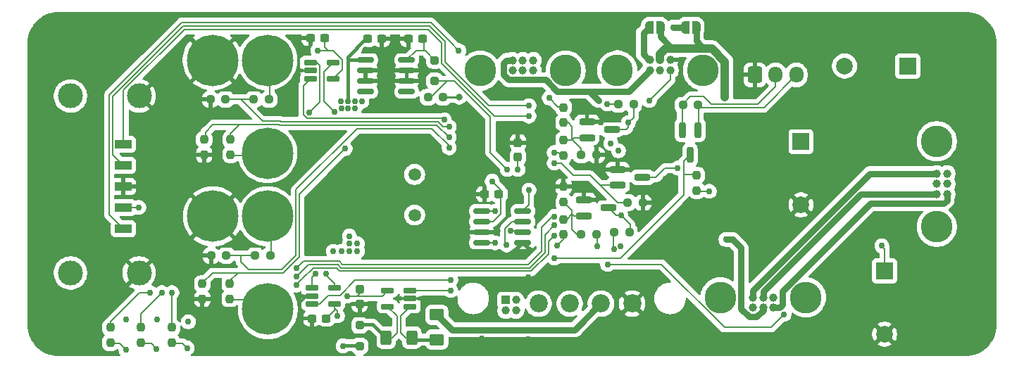
<source format=gbl>
G04 #@! TF.GenerationSoftware,KiCad,Pcbnew,9.0.7*
G04 #@! TF.CreationDate,2026-01-21T21:20:38-05:00*
G04 #@! TF.ProjectId,remote_arming,72656d6f-7465-45f6-9172-6d696e672e6b,rev?*
G04 #@! TF.SameCoordinates,Original*
G04 #@! TF.FileFunction,Copper,L4,Bot*
G04 #@! TF.FilePolarity,Positive*
%FSLAX46Y46*%
G04 Gerber Fmt 4.6, Leading zero omitted, Abs format (unit mm)*
G04 Created by KiCad (PCBNEW 9.0.7) date 2026-01-21 21:20:38*
%MOMM*%
%LPD*%
G01*
G04 APERTURE LIST*
G04 Aperture macros list*
%AMRoundRect*
0 Rectangle with rounded corners*
0 $1 Rounding radius*
0 $2 $3 $4 $5 $6 $7 $8 $9 X,Y pos of 4 corners*
0 Add a 4 corners polygon primitive as box body*
4,1,4,$2,$3,$4,$5,$6,$7,$8,$9,$2,$3,0*
0 Add four circle primitives for the rounded corners*
1,1,$1+$1,$2,$3*
1,1,$1+$1,$4,$5*
1,1,$1+$1,$6,$7*
1,1,$1+$1,$8,$9*
0 Add four rect primitives between the rounded corners*
20,1,$1+$1,$2,$3,$4,$5,0*
20,1,$1+$1,$4,$5,$6,$7,0*
20,1,$1+$1,$6,$7,$8,$9,0*
20,1,$1+$1,$8,$9,$2,$3,0*%
%AMFreePoly0*
4,1,23,0.500000,-0.750000,0.000000,-0.750000,0.000000,-0.745722,-0.065263,-0.745722,-0.191342,-0.711940,-0.304381,-0.646677,-0.396677,-0.554381,-0.461940,-0.441342,-0.495722,-0.315263,-0.495722,-0.250000,-0.500000,-0.250000,-0.500000,0.250000,-0.495722,0.250000,-0.495722,0.315263,-0.461940,0.441342,-0.396677,0.554381,-0.304381,0.646677,-0.191342,0.711940,-0.065263,0.745722,0.000000,0.745722,
0.000000,0.750000,0.500000,0.750000,0.500000,-0.750000,0.500000,-0.750000,$1*%
%AMFreePoly1*
4,1,23,0.000000,0.745722,0.065263,0.745722,0.191342,0.711940,0.304381,0.646677,0.396677,0.554381,0.461940,0.441342,0.495722,0.315263,0.495722,0.250000,0.500000,0.250000,0.500000,-0.250000,0.495722,-0.250000,0.495722,-0.315263,0.461940,-0.441342,0.396677,-0.554381,0.304381,-0.646677,0.191342,-0.711940,0.065263,-0.745722,0.000000,-0.745722,0.000000,-0.750000,-0.500000,-0.750000,
-0.500000,0.750000,0.000000,0.750000,0.000000,0.745722,0.000000,0.745722,$1*%
G04 Aperture macros list end*
G04 #@! TA.AperFunction,ComponentPad*
%ADD10R,2.000000X2.000000*%
G04 #@! TD*
G04 #@! TA.AperFunction,ComponentPad*
%ADD11C,2.000000*%
G04 #@! TD*
G04 #@! TA.AperFunction,ComponentPad*
%ADD12C,3.800000*%
G04 #@! TD*
G04 #@! TA.AperFunction,ComponentPad*
%ADD13C,1.000000*%
G04 #@! TD*
G04 #@! TA.AperFunction,ComponentPad*
%ADD14RoundRect,0.250000X-0.600000X-0.725000X0.600000X-0.725000X0.600000X0.725000X-0.600000X0.725000X0*%
G04 #@! TD*
G04 #@! TA.AperFunction,ComponentPad*
%ADD15O,1.700000X1.950000*%
G04 #@! TD*
G04 #@! TA.AperFunction,ComponentPad*
%ADD16R,1.000000X1.000000*%
G04 #@! TD*
G04 #@! TA.AperFunction,ComponentPad*
%ADD17C,2.175000*%
G04 #@! TD*
G04 #@! TA.AperFunction,ComponentPad*
%ADD18C,3.000000*%
G04 #@! TD*
G04 #@! TA.AperFunction,ComponentPad*
%ADD19C,3.600000*%
G04 #@! TD*
G04 #@! TA.AperFunction,ConnectorPad*
%ADD20C,6.400000*%
G04 #@! TD*
G04 #@! TA.AperFunction,ComponentPad*
%ADD21C,6.197600*%
G04 #@! TD*
G04 #@! TA.AperFunction,ComponentPad*
%ADD22C,1.500000*%
G04 #@! TD*
G04 #@! TA.AperFunction,SMDPad,CuDef*
%ADD23RoundRect,0.237500X0.250000X0.237500X-0.250000X0.237500X-0.250000X-0.237500X0.250000X-0.237500X0*%
G04 #@! TD*
G04 #@! TA.AperFunction,SMDPad,CuDef*
%ADD24RoundRect,0.250001X0.624999X-0.462499X0.624999X0.462499X-0.624999X0.462499X-0.624999X-0.462499X0*%
G04 #@! TD*
G04 #@! TA.AperFunction,SMDPad,CuDef*
%ADD25RoundRect,0.237500X-0.237500X0.300000X-0.237500X-0.300000X0.237500X-0.300000X0.237500X0.300000X0*%
G04 #@! TD*
G04 #@! TA.AperFunction,SMDPad,CuDef*
%ADD26RoundRect,0.237500X-0.237500X0.250000X-0.237500X-0.250000X0.237500X-0.250000X0.237500X0.250000X0*%
G04 #@! TD*
G04 #@! TA.AperFunction,SMDPad,CuDef*
%ADD27RoundRect,0.162500X-0.617500X-0.162500X0.617500X-0.162500X0.617500X0.162500X-0.617500X0.162500X0*%
G04 #@! TD*
G04 #@! TA.AperFunction,SMDPad,CuDef*
%ADD28R,2.000000X1.000000*%
G04 #@! TD*
G04 #@! TA.AperFunction,SMDPad,CuDef*
%ADD29RoundRect,0.200000X-0.750000X-0.200000X0.750000X-0.200000X0.750000X0.200000X-0.750000X0.200000X0*%
G04 #@! TD*
G04 #@! TA.AperFunction,SMDPad,CuDef*
%ADD30RoundRect,0.237500X0.237500X-0.250000X0.237500X0.250000X-0.237500X0.250000X-0.237500X-0.250000X0*%
G04 #@! TD*
G04 #@! TA.AperFunction,SMDPad,CuDef*
%ADD31RoundRect,0.150000X-0.825000X-0.150000X0.825000X-0.150000X0.825000X0.150000X-0.825000X0.150000X0*%
G04 #@! TD*
G04 #@! TA.AperFunction,SMDPad,CuDef*
%ADD32RoundRect,0.150000X0.825000X0.150000X-0.825000X0.150000X-0.825000X-0.150000X0.825000X-0.150000X0*%
G04 #@! TD*
G04 #@! TA.AperFunction,SMDPad,CuDef*
%ADD33RoundRect,0.237500X-0.250000X-0.237500X0.250000X-0.237500X0.250000X0.237500X-0.250000X0.237500X0*%
G04 #@! TD*
G04 #@! TA.AperFunction,SMDPad,CuDef*
%ADD34FreePoly0,0.000000*%
G04 #@! TD*
G04 #@! TA.AperFunction,SMDPad,CuDef*
%ADD35FreePoly1,0.000000*%
G04 #@! TD*
G04 #@! TA.AperFunction,SMDPad,CuDef*
%ADD36RoundRect,0.237500X0.300000X0.237500X-0.300000X0.237500X-0.300000X-0.237500X0.300000X-0.237500X0*%
G04 #@! TD*
G04 #@! TA.AperFunction,SMDPad,CuDef*
%ADD37RoundRect,0.200000X-0.200000X0.750000X-0.200000X-0.750000X0.200000X-0.750000X0.200000X0.750000X0*%
G04 #@! TD*
G04 #@! TA.AperFunction,SMDPad,CuDef*
%ADD38RoundRect,0.237500X0.237500X-0.300000X0.237500X0.300000X-0.237500X0.300000X-0.237500X-0.300000X0*%
G04 #@! TD*
G04 #@! TA.AperFunction,SMDPad,CuDef*
%ADD39RoundRect,0.250000X-0.400000X-0.625000X0.400000X-0.625000X0.400000X0.625000X-0.400000X0.625000X0*%
G04 #@! TD*
G04 #@! TA.AperFunction,SMDPad,CuDef*
%ADD40RoundRect,0.250000X0.250000X-0.250000X0.250000X0.250000X-0.250000X0.250000X-0.250000X-0.250000X0*%
G04 #@! TD*
G04 #@! TA.AperFunction,SMDPad,CuDef*
%ADD41RoundRect,0.162500X0.617500X0.162500X-0.617500X0.162500X-0.617500X-0.162500X0.617500X-0.162500X0*%
G04 #@! TD*
G04 #@! TA.AperFunction,SMDPad,CuDef*
%ADD42RoundRect,0.237500X-0.300000X-0.237500X0.300000X-0.237500X0.300000X0.237500X-0.300000X0.237500X0*%
G04 #@! TD*
G04 #@! TA.AperFunction,ViaPad*
%ADD43C,0.762000*%
G04 #@! TD*
G04 #@! TA.AperFunction,ViaPad*
%ADD44C,0.800000*%
G04 #@! TD*
G04 #@! TA.AperFunction,Conductor*
%ADD45C,0.203200*%
G04 #@! TD*
G04 #@! TA.AperFunction,Conductor*
%ADD46C,0.381000*%
G04 #@! TD*
G04 #@! TA.AperFunction,Conductor*
%ADD47C,0.762000*%
G04 #@! TD*
G04 #@! TA.AperFunction,Conductor*
%ADD48C,1.016000*%
G04 #@! TD*
G04 #@! TA.AperFunction,Conductor*
%ADD49C,0.250000*%
G04 #@! TD*
G04 APERTURE END LIST*
D10*
G04 #@! TO.P,BZ1,1,-*
G04 #@! TO.N,+5V*
X204958000Y-79806800D03*
D11*
G04 #@! TO.P,BZ1,2,+*
G04 #@! TO.N,Net-(BZ1-+)*
X197358000Y-79806800D03*
G04 #@! TD*
D12*
G04 #@! TO.P,J6,*
G04 #@! TO.N,*
X182422800Y-107645200D03*
X192722800Y-107645200D03*
D13*
G04 #@! TO.P,J6,1,Pin_1*
G04 #@! TO.N,/altimeters/D2_PYRO*
X188822800Y-107645200D03*
G04 #@! TO.P,J6,2,Pin_2*
G04 #@! TO.N,/altimeters/M2+*
X187572800Y-107645200D03*
G04 #@! TO.P,J6,3,Pin_3*
G04 #@! TO.N,/altimeters/M2_PYRO*
X186322800Y-107645200D03*
G04 #@! TO.P,J6,4,Pin_4*
G04 #@! TO.N,/altimeters/D2+*
X188822800Y-108895200D03*
G04 #@! TO.P,J6,5,Pin_5*
G04 #@! TO.N,Net-(BZ3--)*
X187572800Y-108895200D03*
G04 #@! TO.P,J6,6,Pin_6*
G04 #@! TO.N,GND*
X186322800Y-108895200D03*
G04 #@! TD*
D10*
G04 #@! TO.P,BZ3,1,-*
G04 #@! TO.N,Net-(BZ3--)*
X202175000Y-104475000D03*
D11*
G04 #@! TO.P,BZ3,2,+*
G04 #@! TO.N,GND*
X202175000Y-112075000D03*
G04 #@! TD*
D14*
G04 #@! TO.P,J7,1,Pin_1*
G04 #@! TO.N,GND*
X186563000Y-80877500D03*
D15*
G04 #@! TO.P,J7,2,Pin_2*
G04 #@! TO.N,Net-(J7-Pin_2)*
X189063000Y-80877500D03*
G04 #@! TO.P,J7,3,Pin_3*
G04 #@! TO.N,Net-(J7-Pin_3)*
X191563000Y-80877500D03*
G04 #@! TD*
D12*
G04 #@! TO.P,J9,*
G04 #@! TO.N,*
X208445751Y-99155522D03*
X208445751Y-88855522D03*
D13*
G04 #@! TO.P,J9,1,Pin_1*
G04 #@! TO.N,/altimeters/M2_PYRO*
X208445751Y-92755522D03*
G04 #@! TO.P,J9,2,Pin_2*
G04 #@! TO.N,unconnected-(J9-Pin_2-Pad2)*
X208445751Y-94005522D03*
G04 #@! TO.P,J9,3,Pin_3*
G04 #@! TO.N,/altimeters/M2+*
X208445751Y-95255522D03*
G04 #@! TO.P,J9,4,Pin_4*
G04 #@! TO.N,/altimeters/D2_PYRO*
X209695751Y-92755522D03*
G04 #@! TO.P,J9,5,Pin_5*
G04 #@! TO.N,unconnected-(J9-Pin_5-Pad5)*
X209695751Y-94005522D03*
G04 #@! TO.P,J9,6,Pin_6*
G04 #@! TO.N,/altimeters/D2+*
X209695751Y-95255522D03*
G04 #@! TD*
D16*
G04 #@! TO.P,J4,1,CANH*
G04 #@! TO.N,CANH*
X156616400Y-107970000D03*
D13*
G04 #@! TO.P,J4,2,CANL*
G04 #@! TO.N,CANL*
X157866400Y-107970000D03*
G04 #@! TO.P,J4,3,NC*
G04 #@! TO.N,unconnected-(J4-NC-Pad3)*
X156616400Y-109220000D03*
G04 #@! TO.P,J4,4,NC*
G04 #@! TO.N,unconnected-(J4-NC-Pad4)*
X157866400Y-109220000D03*
D17*
G04 #@! TO.P,J4,A,+CHG*
G04 #@! TO.N,unconnected-(J4-+CHG-PadA)*
X160566400Y-108390000D03*
G04 #@! TO.P,J4,B,+12V*
G04 #@! TO.N,unconnected-(J4-+12V-PadB)*
X164316400Y-108390000D03*
G04 #@! TO.P,J4,C,+5V*
G04 #@! TO.N,Net-(J4-+5V)*
X168066400Y-108390000D03*
G04 #@! TO.P,J4,D,GND*
G04 #@! TO.N,GND*
X171816400Y-108390000D03*
G04 #@! TD*
D18*
G04 #@! TO.P,J2,1,Pin_1*
G04 #@! TO.N,GND*
X112553000Y-83406500D03*
G04 #@! TO.P,J2,2,Pin_2*
G04 #@! TO.N,Net-(J2-Pin_2)*
X104303000Y-83406500D03*
G04 #@! TD*
D19*
G04 #@! TO.P,H1,1,1*
G04 #@! TO.N,GND*
X102870000Y-77034540D03*
D20*
X102870000Y-77034540D03*
G04 #@! TD*
D21*
G04 #@! TO.P,U5,1,VCC*
G04 #@! TO.N,Net-(J3-Pin_1)*
X128016000Y-109071500D03*
G04 #@! TO.P,U5,2,Vout*
G04 #@! TO.N,Net-(D3-A)*
X128016000Y-97895500D03*
G04 #@! TO.P,U5,3,GND*
G04 #@! TO.N,GND*
X121412000Y-97895500D03*
G04 #@! TD*
D19*
G04 #@! TO.P,H4,1,1*
G04 #@! TO.N,GND*
X211683600Y-77216000D03*
D20*
X211683600Y-77216000D03*
G04 #@! TD*
D12*
G04 #@! TO.P,J5,*
G04 #@! TO.N,*
X180328000Y-80325150D03*
X170028000Y-80325150D03*
D13*
G04 #@! TO.P,J5,1,Pin_1*
G04 #@! TO.N,/altimeters/D1_PYRO*
X173928000Y-80325150D03*
G04 #@! TO.P,J5,2,Pin_2*
G04 #@! TO.N,/altimeters/M1+*
X175178000Y-80325150D03*
G04 #@! TO.P,J5,3,Pin_3*
G04 #@! TO.N,/altimeters/M1_PYRO*
X176428000Y-80325150D03*
G04 #@! TO.P,J5,4,Pin_4*
G04 #@! TO.N,/altimeters/D1+*
X173928000Y-79075150D03*
G04 #@! TO.P,J5,5,Pin_5*
G04 #@! TO.N,Net-(BZ2--)*
X175178000Y-79075150D03*
G04 #@! TO.P,J5,6,Pin_6*
G04 #@! TO.N,GND*
X176428000Y-79075150D03*
G04 #@! TD*
D12*
G04 #@! TO.P,J8,*
G04 #@! TO.N,*
X163830000Y-80369500D03*
X153530000Y-80369500D03*
D13*
G04 #@! TO.P,J8,1,Pin_1*
G04 #@! TO.N,/altimeters/M1_PYRO*
X157430000Y-80369500D03*
G04 #@! TO.P,J8,2,Pin_2*
G04 #@! TO.N,unconnected-(J8-Pin_2-Pad2)*
X158680000Y-80369500D03*
G04 #@! TO.P,J8,3,Pin_3*
G04 #@! TO.N,/altimeters/M1+*
X159930000Y-80369500D03*
G04 #@! TO.P,J8,4,Pin_4*
G04 #@! TO.N,/altimeters/D1_PYRO*
X157430000Y-79119500D03*
G04 #@! TO.P,J8,5,Pin_5*
G04 #@! TO.N,unconnected-(J8-Pin_5-Pad5)*
X158680000Y-79119500D03*
G04 #@! TO.P,J8,6,Pin_6*
G04 #@! TO.N,/altimeters/D1+*
X159930000Y-79119500D03*
G04 #@! TD*
D22*
G04 #@! TO.P,Y1,1,1*
G04 #@! TO.N,/OSC1*
X145669000Y-92860800D03*
G04 #@! TO.P,Y1,2,2*
G04 #@! TO.N,/OSC2*
X145669000Y-97740800D03*
G04 #@! TD*
D19*
G04 #@! TO.P,H3,1,1*
G04 #@! TO.N,GND*
X211683600Y-110794800D03*
D20*
X211683600Y-110794800D03*
G04 #@! TD*
D10*
G04 #@! TO.P,BZ2,1,-*
G04 #@! TO.N,Net-(BZ2--)*
X192115954Y-88914299D03*
D11*
G04 #@! TO.P,BZ2,2,+*
G04 #@! TO.N,GND*
X192115954Y-96514299D03*
G04 #@! TD*
D19*
G04 #@! TO.P,H2,1,1*
G04 #@! TO.N,GND*
X103022400Y-110896400D03*
D20*
X103022400Y-110896400D03*
G04 #@! TD*
D18*
G04 #@! TO.P,J3,1,Pin_1*
G04 #@! TO.N,Net-(J3-Pin_1)*
X104303000Y-104706500D03*
G04 #@! TO.P,J3,2,Pin_2*
G04 #@! TO.N,GND*
X112553000Y-104706500D03*
G04 #@! TD*
D21*
G04 #@! TO.P,U4,1,VCC*
G04 #@! TO.N,Net-(J2-Pin_2)*
X127980000Y-90282000D03*
G04 #@! TO.P,U4,2,Vout*
G04 #@! TO.N,Net-(D2-A)*
X127980000Y-79106000D03*
G04 #@! TO.P,U4,3,GND*
G04 #@! TO.N,GND*
X121376000Y-79106000D03*
G04 #@! TD*
D23*
G04 #@! TO.P,R19,1*
G04 #@! TO.N,+BATT2*
X167536500Y-100054500D03*
G04 #@! TO.P,R19,2*
G04 #@! TO.N,Net-(Q2-G)*
X165711500Y-100054500D03*
G04 #@! TD*
D24*
G04 #@! TO.P,F2,1*
G04 #@! TO.N,Net-(U8-IN+)*
X148336000Y-112718000D03*
G04 #@! TO.P,F2,2*
G04 #@! TO.N,Net-(J4-+5V)*
X148336000Y-109743000D03*
G04 #@! TD*
D25*
G04 #@! TO.P,C4,1*
G04 #@! TO.N,GND*
X158089600Y-89032000D03*
G04 #@! TO.P,C4,2*
G04 #@! TO.N,+5V*
X158089600Y-90757000D03*
G04 #@! TD*
D26*
G04 #@! TO.P,R7,1*
G04 #@! TO.N,/power/VBAT1*
X120370600Y-88647900D03*
G04 #@! TO.P,R7,2*
G04 #@! TO.N,GND*
X120370600Y-90472900D03*
G04 #@! TD*
D27*
G04 #@! TO.P,U7,1,VO*
G04 #@! TO.N,/power/CURR_AMP_BATT2*
X133324000Y-108434500D03*
G04 #@! TO.P,U7,2,GND*
G04 #@! TO.N,GND*
X133324000Y-107484500D03*
G04 #@! TO.P,U7,3,IN+*
G04 #@! TO.N,/power/RAW_BAT2*
X133324000Y-106534500D03*
G04 #@! TO.P,U7,4,IN-*
G04 #@! TO.N,+BATT2*
X136024000Y-106534500D03*
G04 #@! TO.P,U7,5,VS*
G04 #@! TO.N,+5V*
X136024000Y-108434500D03*
G04 #@! TD*
D28*
G04 #@! TO.P,J1,1,Pin_1*
G04 #@! TO.N,/ICSPCLK*
X110665500Y-89226500D03*
G04 #@! TO.P,J1,2,Pin_2*
G04 #@! TO.N,/ICSPDAT*
X110665500Y-91766500D03*
G04 #@! TO.P,J1,3,Pin_3*
G04 #@! TO.N,GND*
X110665500Y-94306500D03*
G04 #@! TO.P,J1,4,Pin_4*
G04 #@! TO.N,+5V*
X110665500Y-96846500D03*
G04 #@! TO.P,J1,5,Pin_5*
G04 #@! TO.N,/~{MCLR}*
X110665500Y-99386500D03*
G04 #@! TD*
D27*
G04 #@! TO.P,U6,1,VO*
G04 #@! TO.N,/power/CURR_AMP_BATT1*
X133143000Y-81319500D03*
G04 #@! TO.P,U6,2,GND*
G04 #@! TO.N,GND*
X133143000Y-80369500D03*
G04 #@! TO.P,U6,3,IN+*
G04 #@! TO.N,/power/RAW_BAT1*
X133143000Y-79419500D03*
G04 #@! TO.P,U6,4,IN-*
G04 #@! TO.N,+BATT1*
X135843000Y-79419500D03*
G04 #@! TO.P,U6,5,VS*
G04 #@! TO.N,+5V*
X135843000Y-81319500D03*
G04 #@! TD*
D29*
G04 #@! TO.P,Q1,1,G*
G04 #@! TO.N,Net-(Q1-G)*
X170077000Y-94146500D03*
G04 #@! TO.P,Q1,2,S*
G04 #@! TO.N,GND*
X170077000Y-92246500D03*
G04 #@! TO.P,Q1,3,D*
G04 #@! TO.N,Net-(BZ1-+)*
X173077000Y-93196500D03*
G04 #@! TD*
D23*
G04 #@! TO.P,R13,1*
G04 #@! TO.N,/power/VMAG2*
X123035700Y-102616000D03*
G04 #@! TO.P,R13,2*
G04 #@! TO.N,GND*
X121210700Y-102616000D03*
G04 #@! TD*
D30*
G04 #@! TO.P,R20,1*
G04 #@! TO.N,Net-(Q2-G)*
X163576000Y-96141000D03*
G04 #@! TO.P,R20,2*
G04 #@! TO.N,GND*
X163576000Y-94316000D03*
G04 #@! TD*
D31*
G04 #@! TO.P,U1,1,TXD*
G04 #@! TO.N,/CAN_TX*
X153735000Y-101070500D03*
G04 #@! TO.P,U1,2,VSS*
G04 #@! TO.N,GND*
X153735000Y-99800500D03*
G04 #@! TO.P,U1,3,VDD*
G04 #@! TO.N,+5V*
X153735000Y-98530500D03*
G04 #@! TO.P,U1,4,RXD*
G04 #@! TO.N,/CAN_RX*
X153735000Y-97260500D03*
G04 #@! TO.P,U1,5,VIO*
G04 #@! TO.N,+5V*
X158685000Y-97260500D03*
G04 #@! TO.P,U1,6,CANL*
G04 #@! TO.N,CANL*
X158685000Y-98530500D03*
G04 #@! TO.P,U1,7,CANH*
G04 #@! TO.N,CANH*
X158685000Y-99800500D03*
G04 #@! TO.P,U1,8,STBY*
G04 #@! TO.N,GND*
X158685000Y-101070500D03*
G04 #@! TD*
D32*
G04 #@! TO.P,U3,1,VOUT*
G04 #@! TO.N,Net-(D1-A)*
X144715000Y-79099500D03*
G04 #@! TO.P,U3,2,GND*
G04 #@! TO.N,GND*
X144715000Y-80369500D03*
G04 #@! TO.P,U3,3,GND*
X144715000Y-81639500D03*
G04 #@! TO.P,U3,4,NC*
G04 #@! TO.N,unconnected-(U3-NC-Pad4)*
X144715000Y-82909500D03*
G04 #@! TO.P,U3,5,NC*
G04 #@! TO.N,unconnected-(U3-NC-Pad5)*
X139765000Y-82909500D03*
G04 #@! TO.P,U3,6,GND*
G04 #@! TO.N,GND*
X139765000Y-81639500D03*
G04 #@! TO.P,U3,7,GND*
X139765000Y-80369500D03*
G04 #@! TO.P,U3,8,VIN*
G04 #@! TO.N,+BATT1*
X139765000Y-79099500D03*
G04 #@! TD*
D33*
G04 #@! TO.P,R1,1*
G04 #@! TO.N,+5V*
X147267500Y-83560000D03*
G04 #@! TO.P,R1,2*
G04 #@! TO.N,/~{MCLR}*
X149092500Y-83560000D03*
G04 #@! TD*
D34*
G04 #@! TO.P,JP1,1,A*
G04 #@! TO.N,/altimeters/M1+*
X178216800Y-75133200D03*
D35*
G04 #@! TO.P,JP1,2,B*
G04 #@! TO.N,Net-(BZ2--)*
X179516800Y-75133200D03*
G04 #@! TD*
D36*
G04 #@! TO.P,C1,1*
G04 #@! TO.N,+5V*
X155802500Y-95228500D03*
G04 #@! TO.P,C1,2*
G04 #@! TO.N,GND*
X154077500Y-95228500D03*
G04 #@! TD*
G04 #@! TO.P,C5,1*
G04 #@! TO.N,Net-(D1-A)*
X146658500Y-76559500D03*
G04 #@! TO.P,C5,2*
G04 #@! TO.N,GND*
X144933500Y-76559500D03*
G04 #@! TD*
D37*
G04 #@! TO.P,Q6,1,G*
G04 #@! TO.N,Net-(J7-Pin_2)*
X177828000Y-87506500D03*
G04 #@! TO.P,Q6,2,S*
G04 #@! TO.N,Net-(J7-Pin_3)*
X179728000Y-87506500D03*
G04 #@! TO.P,Q6,3,D*
G04 #@! TO.N,/SL_TX*
X178778000Y-90506500D03*
G04 #@! TD*
D38*
G04 #@! TO.P,C9,1*
G04 #@! TO.N,GND*
X139065000Y-108410000D03*
G04 #@! TO.P,C9,2*
G04 #@! TO.N,+5V*
X139065000Y-106685000D03*
G04 #@! TD*
D34*
G04 #@! TO.P,JP2,1,A*
G04 #@! TO.N,/altimeters/D1+*
X173898800Y-75133200D03*
D35*
G04 #@! TO.P,JP2,2,B*
G04 #@! TO.N,Net-(BZ2--)*
X175198800Y-75133200D03*
G04 #@! TD*
D33*
G04 #@! TO.P,R24,1*
G04 #@! TO.N,+BATT1*
X170156500Y-84433500D03*
G04 #@! TO.P,R24,2*
G04 #@! TO.N,Net-(Q3-D)*
X171981500Y-84433500D03*
G04 #@! TD*
G04 #@! TO.P,R22,1*
G04 #@! TO.N,Net-(Q3-G)*
X165711500Y-90529500D03*
G04 #@! TO.P,R22,2*
G04 #@! TO.N,GND*
X167536500Y-90529500D03*
G04 #@! TD*
D29*
G04 #@! TO.P,Q3,1,G*
G04 #@! TO.N,Net-(Q3-G)*
X166394000Y-88431500D03*
G04 #@! TO.P,Q3,2,S*
G04 #@! TO.N,GND*
X166394000Y-86531500D03*
G04 #@! TO.P,Q3,3,D*
G04 #@! TO.N,Net-(Q3-D)*
X169394000Y-87481500D03*
G04 #@! TD*
D23*
G04 #@! TO.P,R12,1*
G04 #@! TO.N,/power/VMAG1*
X122934100Y-83820000D03*
G04 #@! TO.P,R12,2*
G04 #@! TO.N,GND*
X121109100Y-83820000D03*
G04 #@! TD*
D26*
G04 #@! TO.P,R17,1*
G04 #@! TO.N,Net-(Q3-G)*
X163576000Y-88728000D03*
G04 #@! TO.P,R17,2*
G04 #@! TO.N,/altimeters/A1_ARM*
X163576000Y-90553000D03*
G04 #@! TD*
D39*
G04 #@! TO.P,R16,1*
G04 #@! TO.N,Net-(D4-A)*
X142240000Y-112500500D03*
G04 #@! TO.P,R16,2*
G04 #@! TO.N,Net-(U8-IN+)*
X145340000Y-112500500D03*
G04 #@! TD*
D26*
G04 #@! TO.P,R18,1*
G04 #@! TO.N,Net-(Q2-G)*
X163576000Y-98253000D03*
G04 #@! TO.P,R18,2*
G04 #@! TO.N,/altimeters/A2_ARM*
X163576000Y-100078000D03*
G04 #@! TD*
D33*
G04 #@! TO.P,R11,1*
G04 #@! TO.N,/power/VMAG2*
X126493900Y-102616000D03*
G04 #@! TO.P,R11,2*
G04 #@! TO.N,Net-(D3-A)*
X128318900Y-102616000D03*
G04 #@! TD*
D30*
G04 #@! TO.P,R3,1*
G04 #@! TO.N,Net-(DB1-K)*
X112734400Y-113098600D03*
G04 #@! TO.P,R3,2*
G04 #@! TO.N,/LED2*
X112734400Y-111273600D03*
G04 #@! TD*
D40*
G04 #@! TO.P,D1,1,K*
G04 #@! TO.N,+5V*
X148082000Y-81619500D03*
G04 #@! TO.P,D1,2,A*
G04 #@! TO.N,Net-(D1-A)*
X148082000Y-79119500D03*
G04 #@! TD*
D33*
G04 #@! TO.P,R23,1*
G04 #@! TO.N,+BATT2*
X169648500Y-99800500D03*
G04 #@! TO.P,R23,2*
G04 #@! TO.N,Net-(Q2-D)*
X171473500Y-99800500D03*
G04 #@! TD*
G04 #@! TO.P,R33,1*
G04 #@! TO.N,Net-(J7-Pin_2)*
X177915500Y-84506500D03*
G04 #@! TO.P,R33,2*
G04 #@! TO.N,Net-(J7-Pin_3)*
X179740500Y-84506500D03*
G04 #@! TD*
D30*
G04 #@! TO.P,R4,1*
G04 #@! TO.N,Net-(DW1-K)*
X116484400Y-113098600D03*
G04 #@! TO.P,R4,2*
G04 #@! TO.N,/LED1*
X116484400Y-111273600D03*
G04 #@! TD*
D33*
G04 #@! TO.P,R5,1*
G04 #@! TO.N,Net-(Q1-G)*
X171299500Y-96244500D03*
G04 #@! TO.P,R5,2*
G04 #@! TO.N,GND*
X173124500Y-96244500D03*
G04 #@! TD*
D30*
G04 #@! TO.P,R6,1*
G04 #@! TO.N,Net-(J2-Pin_2)*
X123545600Y-90472900D03*
G04 #@! TO.P,R6,2*
G04 #@! TO.N,/power/VBAT1*
X123545600Y-88647900D03*
G04 #@! TD*
D41*
G04 #@! TO.P,U8,1,VO*
G04 #@! TO.N,/power/CURR_AMP_CAN*
X145114000Y-106851500D03*
G04 #@! TO.P,U8,2,GND*
G04 #@! TO.N,GND*
X145114000Y-107801500D03*
G04 #@! TO.P,U8,3,IN+*
G04 #@! TO.N,Net-(U8-IN+)*
X145114000Y-108751500D03*
G04 #@! TO.P,U8,4,IN-*
G04 #@! TO.N,Net-(D4-A)*
X142414000Y-108751500D03*
G04 #@! TO.P,U8,5,VS*
G04 #@! TO.N,+5V*
X142414000Y-106851500D03*
G04 #@! TD*
D26*
G04 #@! TO.P,R21,1*
G04 #@! TO.N,+BATT1*
X163576000Y-84791000D03*
G04 #@! TO.P,R21,2*
G04 #@! TO.N,Net-(Q3-G)*
X163576000Y-86616000D03*
G04 #@! TD*
D42*
G04 #@! TO.P,C7,1*
G04 #@! TO.N,GND*
X133122500Y-76432500D03*
G04 #@! TO.P,C7,2*
G04 #@! TO.N,+5V*
X134847500Y-76432500D03*
G04 #@! TD*
D30*
G04 #@! TO.P,R8,1*
G04 #@! TO.N,Net-(J3-Pin_1)*
X123444000Y-107825000D03*
G04 #@! TO.P,R8,2*
G04 #@! TO.N,/power/VBAT2*
X123444000Y-106000000D03*
G04 #@! TD*
D42*
G04 #@! TO.P,C6,1*
G04 #@! TO.N,+BATT1*
X139980500Y-76559500D03*
G04 #@! TO.P,C6,2*
G04 #@! TO.N,GND*
X141705500Y-76559500D03*
G04 #@! TD*
D29*
G04 #@! TO.P,Q2,1,G*
G04 #@! TO.N,Net-(Q2-G)*
X166013000Y-97829500D03*
G04 #@! TO.P,Q2,2,S*
G04 #@! TO.N,GND*
X166013000Y-95929500D03*
G04 #@! TO.P,Q2,3,D*
G04 #@! TO.N,Net-(Q2-D)*
X169013000Y-96879500D03*
G04 #@! TD*
D40*
G04 #@! TO.P,D4,1,K*
G04 #@! TO.N,+5V*
X139078000Y-113518000D03*
G04 #@! TO.P,D4,2,A*
G04 #@! TO.N,Net-(D4-A)*
X139078000Y-111018000D03*
G04 #@! TD*
D42*
G04 #@! TO.P,C8,1*
G04 #@! TO.N,GND*
X133327500Y-110180000D03*
G04 #@! TO.P,C8,2*
G04 #@! TO.N,+5V*
X135052500Y-110180000D03*
G04 #@! TD*
D30*
G04 #@! TO.P,R2,1*
G04 #@! TO.N,Net-(DR1-K)*
X109084400Y-113098600D03*
G04 #@! TO.P,R2,2*
G04 #@! TO.N,/LED3*
X109084400Y-111273600D03*
G04 #@! TD*
G04 #@! TO.P,R34,1*
G04 #@! TO.N,+5V*
X179578000Y-94790900D03*
G04 #@! TO.P,R34,2*
G04 #@! TO.N,/SL_TX*
X179578000Y-92965900D03*
G04 #@! TD*
D26*
G04 #@! TO.P,R9,1*
G04 #@! TO.N,/power/VBAT2*
X120142000Y-106000000D03*
G04 #@! TO.P,R9,2*
G04 #@! TO.N,GND*
X120142000Y-107825000D03*
G04 #@! TD*
D33*
G04 #@! TO.P,R10,1*
G04 #@! TO.N,/power/VMAG1*
X126341500Y-83820000D03*
G04 #@! TO.P,R10,2*
G04 #@! TO.N,Net-(D2-A)*
X128166500Y-83820000D03*
G04 #@! TD*
D43*
G04 #@! TO.N,Net-(BZ1-+)*
X177292000Y-92100400D03*
G04 #@! TO.N,+5V*
X137058400Y-113487200D03*
X110947200Y-110286800D03*
X158089600Y-92252800D03*
X156819600Y-92252800D03*
X112522000Y-96824800D03*
X134010400Y-77978000D03*
X114706400Y-110286800D03*
X136398000Y-109880400D03*
X181102000Y-94894400D03*
X154990800Y-93675200D03*
X159410400Y-94742000D03*
X137600000Y-107500000D03*
X118465600Y-110591600D03*
G04 #@! TO.N,Net-(BZ2--)*
X182981600Y-83566000D03*
X182981600Y-82734997D03*
G04 #@! TO.N,GND*
X154820000Y-105900000D03*
X185115200Y-112420400D03*
X132588000Y-113284000D03*
D44*
X139730000Y-77890000D03*
X159580000Y-101990000D03*
D43*
X149250400Y-99872800D03*
X159350000Y-105250000D03*
X146710400Y-95453200D03*
X144627600Y-91084400D03*
X139800000Y-96160000D03*
X119303800Y-85775800D03*
X146761200Y-88544400D03*
X202184000Y-109372400D03*
X146100800Y-101803200D03*
X203606400Y-89306400D03*
X156464000Y-89916000D03*
X184556400Y-78740000D03*
X149301200Y-97739200D03*
X204241400Y-86233000D03*
X102514400Y-99263200D03*
X173228000Y-98348800D03*
X211734400Y-106172000D03*
X102184200Y-91922600D03*
D44*
X131910000Y-111230000D03*
D43*
X143967200Y-101752400D03*
X161798000Y-75488800D03*
X114757200Y-87426800D03*
X118186200Y-82626200D03*
X138074400Y-92964000D03*
X173329600Y-105350000D03*
X105537000Y-99034600D03*
X162420000Y-95460000D03*
X149352000Y-91236800D03*
X105054400Y-90246200D03*
X211683600Y-81889600D03*
X127915936Y-113385600D03*
X115773200Y-81508600D03*
X190754000Y-112471200D03*
X131610000Y-80804500D03*
X139801600Y-90373200D03*
X167690800Y-112776000D03*
X114096800Y-92710000D03*
X144576800Y-95402400D03*
X122277136Y-113334800D03*
X211734400Y-88087200D03*
X116179600Y-96570800D03*
X168046400Y-86614000D03*
X178739800Y-110642400D03*
X159359600Y-112674400D03*
X165201600Y-94691200D03*
X156159200Y-75438000D03*
X150420000Y-109120000D03*
X116803202Y-87026195D03*
X113969800Y-95402400D03*
X113995200Y-74777600D03*
X141630400Y-95402400D03*
X148386800Y-101803200D03*
X213004400Y-96774000D03*
X199898000Y-88646000D03*
X153720800Y-112623600D03*
X185216800Y-97485200D03*
X143764000Y-88544400D03*
D44*
X155630000Y-99610000D03*
D43*
X124714000Y-100939600D03*
X149301200Y-93370400D03*
X104673400Y-87071200D03*
X116789200Y-84404200D03*
X100888800Y-101854000D03*
X103225600Y-95504000D03*
X144576800Y-99110800D03*
X146710400Y-99161600D03*
X167690800Y-105299200D03*
X170027600Y-75133200D03*
X141630400Y-90373200D03*
X175818800Y-93370400D03*
X117009670Y-93530812D03*
X173329600Y-112826800D03*
X138023600Y-97637600D03*
X106578400Y-96113600D03*
X124663200Y-81991200D03*
X139954000Y-92964000D03*
X102463600Y-89433400D03*
X108356400Y-74726800D03*
X139750800Y-88493600D03*
X146761200Y-91135200D03*
X141630400Y-100533200D03*
X195326000Y-75438000D03*
X101092000Y-86614000D03*
X138023600Y-95402400D03*
X104724200Y-92989400D03*
X172669200Y-87604600D03*
X213055200Y-91135200D03*
X100630929Y-96876688D03*
X141630400Y-88493600D03*
G04 #@! TO.N,Net-(BZ3--)*
X183083200Y-100685600D03*
X201828400Y-101447600D03*
X183896000Y-100685600D03*
G04 #@! TO.N,+BATT1*
X138499003Y-84905003D03*
X136042400Y-85344000D03*
X137668000Y-84886800D03*
X139330006Y-84074000D03*
X137668000Y-84074000D03*
X170180000Y-90017600D03*
X161851302Y-83655801D03*
X168808400Y-84378800D03*
X138499003Y-84074000D03*
X169265600Y-89103200D03*
X136836997Y-84074000D03*
X136855200Y-84937600D03*
G04 #@! TO.N,/power/RAW_BAT1*
X132994400Y-85394800D03*
G04 #@! TO.N,/power/RAW_BAT2*
X133754603Y-104802197D03*
G04 #@! TO.N,Net-(DB1-K)*
X114655600Y-113842800D03*
G04 #@! TO.N,Net-(DR1-K)*
X110947200Y-113944400D03*
G04 #@! TO.N,Net-(DW1-K)*
X118313200Y-113741200D03*
G04 #@! TO.N,/ICSPCLK*
X159410400Y-85852000D03*
D44*
G04 #@! TO.N,/~{MCLR}*
X151003000Y-83540600D03*
D43*
X150977600Y-77952600D03*
G04 #@! TO.N,/ICSPDAT*
X159410400Y-84582000D03*
G04 #@! TO.N,CANH*
X157237772Y-99632096D03*
G04 #@! TO.N,CANL*
X156735800Y-101334934D03*
G04 #@! TO.N,/altimeters/M1_PYRO*
X173888400Y-83972400D03*
G04 #@! TO.N,/altimeters/D1_PYRO*
X167792400Y-83972400D03*
G04 #@! TO.N,/altimeters/M1+*
X176733200Y-75133200D03*
G04 #@! TO.N,/altimeters/D2_PYRO*
X168859200Y-103682800D03*
X190088995Y-109681986D03*
G04 #@! TO.N,Net-(Q1-G)*
X162445425Y-91473468D03*
G04 #@! TO.N,Net-(Q2-D)*
X170484800Y-97790000D03*
G04 #@! TO.N,Net-(Q3-D)*
X171373800Y-86614000D03*
G04 #@! TO.N,+BATT2*
X137820400Y-100279200D03*
X136855200Y-102108000D03*
X138785600Y-101193600D03*
X137820400Y-102108000D03*
X138785600Y-102108000D03*
X170383200Y-101518000D03*
X135026400Y-104801197D03*
X135890000Y-102108000D03*
X167624000Y-101514400D03*
X137820400Y-101142800D03*
X169646600Y-101854000D03*
G04 #@! TO.N,/LED3*
X162485912Y-97901882D03*
X113893600Y-107082700D03*
X131471600Y-104119140D03*
G04 #@! TO.N,/LED2*
X162490000Y-98930000D03*
X115265200Y-107082700D03*
X131467133Y-105148517D03*
G04 #@! TO.N,/LED1*
X116484400Y-107082700D03*
X131470400Y-106172000D03*
X162430000Y-100210000D03*
G04 #@! TO.N,/power/VMAG2*
X149809200Y-89662000D03*
G04 #@! TO.N,/altimeters/A2_ARM*
X162814000Y-101447600D03*
G04 #@! TO.N,/CAN_TX*
X155346400Y-101092000D03*
G04 #@! TO.N,/CAN_RX*
X155346400Y-97282000D03*
G04 #@! TO.N,/SL_TX*
X162480000Y-102923134D03*
G04 #@! TO.N,/power/VBAT1*
X149809200Y-88392000D03*
G04 #@! TO.N,/power/VBAT2*
X137311204Y-89762403D03*
G04 #@! TO.N,/power/VMAG1*
X149809200Y-87122000D03*
G04 #@! TO.N,/power/CURR_AMP_BATT2*
X150010202Y-105562400D03*
G04 #@! TO.N,/power/CURR_AMP_CAN*
X150010202Y-106832400D03*
G04 #@! TO.N,/power/CURR_AMP_BATT1*
X149244347Y-86285653D03*
G04 #@! TO.N,/altimeters/A1_ARM*
X162433001Y-90220537D03*
G04 #@! TD*
D45*
G04 #@! TO.N,Net-(BZ1-+)*
X177292000Y-92100400D02*
X175768000Y-92100400D01*
X175768000Y-92100400D02*
X174671900Y-93196500D01*
X174671900Y-93196500D02*
X173077000Y-93196500D01*
G04 #@! TO.N,+5V*
X136024000Y-108947600D02*
X136398000Y-109321600D01*
X179578000Y-94878400D02*
X181086000Y-94878400D01*
X136024000Y-108434500D02*
X136024000Y-108947600D01*
D46*
X138966500Y-113406500D02*
X137139100Y-113406500D01*
D45*
X134847500Y-77515500D02*
X135310000Y-77978000D01*
X155977500Y-94661900D02*
X154990800Y-93675200D01*
X137600000Y-107500000D02*
X138740000Y-107500000D01*
X110665500Y-96846500D02*
X112500300Y-96846500D01*
X158089600Y-90932000D02*
X158089600Y-92252800D01*
X156819600Y-92252800D02*
X154787600Y-90220800D01*
X139521298Y-107492800D02*
X141772700Y-107492800D01*
X147267500Y-83560000D02*
X147610000Y-83560000D01*
X158685000Y-97260500D02*
X159410400Y-96535100D01*
X149220000Y-81619500D02*
X148082000Y-81619500D01*
X141772700Y-107492800D02*
X142414000Y-106851500D01*
X156033200Y-97566482D02*
X155069182Y-98530500D01*
X181086000Y-94878400D02*
X181102000Y-94894400D01*
X154787600Y-85953600D02*
X150453500Y-81619500D01*
X154787600Y-90220800D02*
X154787600Y-86334600D01*
X138740000Y-107500000D02*
X139514098Y-107500000D01*
X138740000Y-107500000D02*
X139065000Y-107175000D01*
X112500300Y-96846500D02*
X112522000Y-96824800D01*
X149520000Y-81619500D02*
X149220000Y-81619500D01*
X159410400Y-96535100D02*
X159410400Y-94742000D01*
X135310000Y-77978000D02*
X134975600Y-77978000D01*
X156033200Y-94717600D02*
X156033200Y-97566482D01*
X135848280Y-77978000D02*
X134975600Y-77978000D01*
X136398000Y-109321600D02*
X136398000Y-109880400D01*
X154787600Y-86334600D02*
X154787600Y-85953600D01*
X136024000Y-109208500D02*
X135052500Y-110180000D01*
X147610000Y-83560000D02*
X149520000Y-81650000D01*
X136024000Y-108947600D02*
X136024000Y-109208500D01*
X135843000Y-81319500D02*
X136928800Y-80233700D01*
D46*
X137139100Y-113406500D02*
X137058400Y-113487200D01*
D45*
X150453500Y-81619500D02*
X149520000Y-81619500D01*
X149520000Y-81650000D02*
X149520000Y-81619500D01*
X139065000Y-107175000D02*
X139065000Y-106685000D01*
X134847500Y-76607500D02*
X134847500Y-77515500D01*
X139514098Y-107500000D02*
X139521298Y-107492800D01*
X136928800Y-80233700D02*
X136928800Y-79058520D01*
X155069182Y-98530500D02*
X153735000Y-98530500D01*
X154990800Y-93675200D02*
X156033200Y-94717600D01*
X134975600Y-77978000D02*
X134010400Y-77978000D01*
X136928800Y-79058520D02*
X135848280Y-77978000D01*
D47*
G04 #@! TO.N,Net-(BZ2--)*
X175198800Y-75133200D02*
X175198800Y-76280150D01*
D48*
X182981600Y-83566000D02*
X182981600Y-82734997D01*
X175833094Y-77712950D02*
X175178000Y-78368044D01*
D47*
X179516800Y-76788150D02*
X180441600Y-77712950D01*
D48*
X182981600Y-79284541D02*
X181410009Y-77712950D01*
X176631600Y-77712950D02*
X175833094Y-77712950D01*
D47*
X179516800Y-75133200D02*
X179516800Y-76788150D01*
D48*
X175178000Y-78368044D02*
X175178000Y-79075150D01*
X181410009Y-77712950D02*
X180441600Y-77712950D01*
D47*
X175198800Y-76280150D02*
X176631600Y-77712950D01*
D48*
X180441600Y-77712950D02*
X176631600Y-77712950D01*
X182981600Y-82734997D02*
X182981600Y-79284541D01*
D45*
G04 #@! TO.N,GND*
X150420000Y-108215198D02*
X150006302Y-107801500D01*
X150420000Y-109120000D02*
X150420000Y-108215198D01*
X131610000Y-80804500D02*
X132045000Y-80369500D01*
X150006302Y-107801500D02*
X145114000Y-107801500D01*
D49*
X132544001Y-107484500D02*
X131880000Y-108148501D01*
X131880000Y-108148501D02*
X131880000Y-111200000D01*
X133324000Y-107484500D02*
X132544001Y-107484500D01*
X131880000Y-111200000D02*
X131910000Y-111230000D01*
D45*
X132045000Y-80369500D02*
X133143000Y-80369500D01*
D47*
G04 #@! TO.N,Net-(BZ3--)*
X184908000Y-101697600D02*
X183896000Y-100685600D01*
X187572800Y-108895200D02*
X187572800Y-109179905D01*
D45*
X202184000Y-101803200D02*
X201828400Y-101447600D01*
D47*
X185873295Y-109980400D02*
X184908000Y-109015105D01*
X183083200Y-100685600D02*
X183896000Y-100685600D01*
X186772305Y-109980400D02*
X185873295Y-109980400D01*
D45*
X202184000Y-104302400D02*
X202184000Y-101803200D01*
D47*
X187572800Y-109179905D02*
X186772305Y-109980400D01*
X184908000Y-109015105D02*
X184908000Y-101697600D01*
D45*
G04 #@! TO.N,Net-(D1-A)*
X145861900Y-77952600D02*
X144715000Y-79099500D01*
X147041350Y-78078850D02*
X146915100Y-77952600D01*
X148082000Y-79119500D02*
X147041350Y-78078850D01*
X146833500Y-76559500D02*
X146833500Y-77871000D01*
X146915100Y-77952600D02*
X145861900Y-77952600D01*
X146833500Y-77871000D02*
X147041350Y-78078850D01*
D46*
G04 #@! TO.N,+BATT1*
X137668000Y-84074000D02*
X137668000Y-79100000D01*
X139765000Y-79099500D02*
X137668500Y-79099500D01*
D45*
X135843000Y-79419500D02*
X134757200Y-80505300D01*
D46*
X137668000Y-79100000D02*
X137668000Y-78697000D01*
D45*
X162899000Y-84703500D02*
X163576000Y-84703500D01*
D46*
X137668000Y-78697000D02*
X139805500Y-76559500D01*
X137668500Y-79099500D02*
X137668000Y-79100000D01*
D45*
X134757200Y-80505300D02*
X134757200Y-84058800D01*
X134757200Y-84058800D02*
X136042400Y-85344000D01*
X168863100Y-84433500D02*
X168808400Y-84378800D01*
X170069000Y-84433500D02*
X168863100Y-84433500D01*
X161851302Y-83655801D02*
X162899000Y-84703500D01*
G04 #@! TO.N,Net-(D2-A)*
X128254000Y-83820000D02*
X128254000Y-79380000D01*
G04 #@! TO.N,/power/RAW_BAT1*
X134228800Y-84160400D02*
X134228800Y-79725301D01*
X132994400Y-85394800D02*
X134228800Y-84160400D01*
X133922999Y-79419500D02*
X133143000Y-79419500D01*
X134228800Y-79725301D02*
X133922999Y-79419500D01*
G04 #@! TO.N,/power/RAW_BAT2*
X133324000Y-106534500D02*
X133324000Y-105232800D01*
X133324000Y-105232800D02*
X133754603Y-104802197D01*
G04 #@! TO.N,Net-(D3-A)*
X128406400Y-98285900D02*
X128406400Y-102616000D01*
G04 #@! TO.N,Net-(D4-A)*
X143560800Y-111912400D02*
X143560800Y-109898300D01*
D46*
X139189500Y-110906500D02*
X140646000Y-110906500D01*
D45*
X143560800Y-109898300D02*
X142414000Y-108751500D01*
X142240000Y-112500500D02*
X142972700Y-112500500D01*
X142972700Y-112500500D02*
X143560800Y-111912400D01*
D46*
X140646000Y-110906500D02*
X142240000Y-112500500D01*
D45*
G04 #@! TO.N,Net-(DB1-K)*
X113998900Y-113186100D02*
X114655600Y-113842800D01*
X112734400Y-113186100D02*
X113998900Y-113186100D01*
G04 #@! TO.N,Net-(DR1-K)*
X110188900Y-113186100D02*
X110947200Y-113944400D01*
X109084400Y-113186100D02*
X110188900Y-113186100D01*
G04 #@! TO.N,Net-(DW1-K)*
X116484400Y-113186100D02*
X117758100Y-113186100D01*
X117758100Y-113186100D02*
X118313200Y-113741200D01*
G04 #@! TO.N,Net-(U8-IN+)*
X143968200Y-111912400D02*
X143968200Y-109897300D01*
X144556300Y-112500500D02*
X143968200Y-111912400D01*
X143968200Y-109897300D02*
X145114000Y-108751500D01*
X145340000Y-112500500D02*
X144556300Y-112500500D01*
D46*
X148336000Y-112718000D02*
X145557500Y-112718000D01*
D45*
G04 #@! TO.N,/ICSPCLK*
X148887800Y-79461550D02*
X148887800Y-77008354D01*
X154433000Y-84989400D02*
X154415650Y-84989400D01*
X117993900Y-75401700D02*
X110665500Y-82730100D01*
X154415650Y-84989400D02*
X148887800Y-79461550D01*
X155295600Y-85852000D02*
X154433000Y-84989400D01*
X110665500Y-82730100D02*
X110665500Y-89226500D01*
X147281146Y-75401700D02*
X117993900Y-75401700D01*
X159410400Y-85852000D02*
X155295600Y-85852000D01*
X148887800Y-77008354D02*
X147281146Y-75401700D01*
D49*
G04 #@! TO.N,/~{MCLR}*
X150983600Y-83560000D02*
X151003000Y-83540600D01*
D45*
X109411200Y-98132200D02*
X110665500Y-99386500D01*
X117656399Y-74586900D02*
X108952300Y-83290999D01*
X150010202Y-76985202D02*
X150010202Y-76978455D01*
X150977600Y-77952600D02*
X150010202Y-76985202D01*
X150010202Y-76978455D02*
X147618647Y-74586900D01*
X108952300Y-83290999D02*
X108952300Y-97673300D01*
D49*
X149092500Y-83560000D02*
X150983600Y-83560000D01*
D45*
X108952300Y-97673300D02*
X109411200Y-98132200D01*
X147618647Y-74586900D02*
X117656399Y-74586900D01*
G04 #@! TO.N,/ICSPDAT*
X117825149Y-74994300D02*
X109359700Y-83459750D01*
X109359700Y-90460700D02*
X110665500Y-91766500D01*
X109359700Y-83459750D02*
X109359700Y-90460700D01*
X159410400Y-84582000D02*
X154584400Y-84582000D01*
X147449896Y-74994300D02*
X117825149Y-74994300D01*
X149295200Y-79292800D02*
X149295200Y-76839603D01*
X154584400Y-84582000D02*
X149295200Y-79292800D01*
X149295200Y-76839603D02*
X147449896Y-74994300D01*
G04 #@! TO.N,Net-(J2-Pin_2)*
X127701600Y-90560400D02*
X123545600Y-90560400D01*
G04 #@! TO.N,Net-(J3-Pin_1)*
X126857000Y-107912500D02*
X123444000Y-107912500D01*
G04 #@! TO.N,CANH*
X157237772Y-99632096D02*
X157688696Y-99632096D01*
X157688696Y-99632096D02*
X157857100Y-99800500D01*
G04 #@! TO.N,CANL*
X157369500Y-98530500D02*
X156539200Y-99360800D01*
X156539200Y-101138334D02*
X156539200Y-99360800D01*
X158685000Y-98530500D02*
X157369500Y-98530500D01*
X156735800Y-101334934D02*
X156539200Y-101138334D01*
G04 #@! TO.N,/altimeters/M1_PYRO*
X173888400Y-83972400D02*
X176428000Y-81432800D01*
X176428000Y-81432800D02*
X176428000Y-80325150D01*
D47*
G04 #@! TO.N,/altimeters/D1+*
X173173565Y-78412043D02*
X173836672Y-79075150D01*
X173173565Y-75858435D02*
X173173565Y-78412043D01*
X173898800Y-75133200D02*
X173173565Y-75858435D01*
G04 #@! TO.N,/altimeters/D1_PYRO*
X166674800Y-82854700D02*
X166674800Y-82854800D01*
X156722894Y-79119500D02*
X156344800Y-79497594D01*
X161400596Y-81454700D02*
X162800696Y-82854800D01*
X156980495Y-81454700D02*
X161400596Y-81454700D01*
X156344800Y-80819005D02*
X156980495Y-81454700D01*
X157430000Y-79119500D02*
X156722894Y-79119500D01*
X171398450Y-82854700D02*
X173928000Y-80325150D01*
X166674800Y-82854700D02*
X171398450Y-82854700D01*
X166674800Y-82854800D02*
X167792400Y-83972400D01*
X156344800Y-79497594D02*
X156344800Y-80819005D01*
X162800696Y-82854800D02*
X166674800Y-82854800D01*
G04 #@! TO.N,/altimeters/M1+*
X178216800Y-75133200D02*
X176733200Y-75133200D01*
G04 #@! TO.N,/altimeters/M2+*
X187572800Y-107645200D02*
X187572800Y-106938094D01*
X187572800Y-106938094D02*
X199255372Y-95255522D01*
X199255372Y-95255522D02*
X208445751Y-95255522D01*
G04 #@! TO.N,/altimeters/M2_PYRO*
X186322800Y-107645200D02*
X186322800Y-106821681D01*
X200388959Y-92755522D02*
X208445751Y-92755522D01*
X186322800Y-106821681D02*
X200388959Y-92755522D01*
D45*
G04 #@! TO.N,/altimeters/D2_PYRO*
X188518981Y-111252000D02*
X190088995Y-109681986D01*
X182910127Y-111252000D02*
X188518981Y-111252000D01*
X168859200Y-103682800D02*
X175340927Y-103682800D01*
X175340927Y-103682800D02*
X182910127Y-111252000D01*
D47*
G04 #@! TO.N,/altimeters/D2+*
X189908000Y-108517106D02*
X189908000Y-106945396D01*
X188822800Y-108895200D02*
X189529906Y-108895200D01*
X189529906Y-108895200D02*
X189908000Y-108517106D01*
X189908000Y-106945396D02*
X200512674Y-96340722D01*
X209317657Y-96340722D02*
X209695751Y-95962628D01*
X209695751Y-95962628D02*
X209695751Y-95255522D01*
X200512674Y-96340722D02*
X209317657Y-96340722D01*
D45*
G04 #@! TO.N,Net-(J7-Pin_2)*
X189063000Y-82267000D02*
X189063000Y-80877500D01*
X178833800Y-83500700D02*
X180415146Y-83500700D01*
X186950200Y-84379800D02*
X189063000Y-82267000D01*
X177828000Y-84506500D02*
X178833800Y-83500700D01*
X180415146Y-83500700D02*
X181294246Y-84379800D01*
X181294246Y-84379800D02*
X186950200Y-84379800D01*
X177828000Y-87506500D02*
X177828000Y-84506500D01*
G04 #@! TO.N,Net-(J7-Pin_3)*
X191563000Y-80877500D02*
X187653300Y-84787200D01*
X187653300Y-84787200D02*
X180108700Y-84787200D01*
X179828000Y-84506500D02*
X179828000Y-87406500D01*
G04 #@! TO.N,Net-(Q1-G)*
X170048852Y-96244500D02*
X171212000Y-96244500D01*
X164770400Y-92990000D02*
X166794352Y-92990000D01*
X166794352Y-92990000D02*
X167950852Y-94146500D01*
X163270400Y-91490000D02*
X164770400Y-92990000D01*
X167950852Y-94146500D02*
X170048852Y-96244500D01*
X167950852Y-94146500D02*
X170077000Y-94146500D01*
X162445425Y-91473468D02*
X162461957Y-91490000D01*
X162461957Y-91490000D02*
X163270400Y-91490000D01*
G04 #@! TO.N,Net-(Q2-G)*
X164592000Y-97157000D02*
X163576000Y-96141000D01*
X165711500Y-100054500D02*
X165154700Y-100054500D01*
X164592000Y-99491800D02*
X164592000Y-97612200D01*
X164592000Y-97612200D02*
X164592000Y-97157000D01*
X165154700Y-100054500D02*
X164592000Y-99491800D01*
X163951200Y-98253000D02*
X164592000Y-97612200D01*
X166013000Y-97829500D02*
X164809300Y-97829500D01*
X164809300Y-97829500D02*
X164592000Y-97612200D01*
G04 #@! TO.N,Net-(Q2-D)*
X171561000Y-99800500D02*
X171561000Y-98866200D01*
X169923500Y-97790000D02*
X169013000Y-96879500D01*
X171561000Y-98866200D02*
X170484800Y-97790000D01*
X170484800Y-97790000D02*
X169923500Y-97790000D01*
G04 #@! TO.N,Net-(Q3-G)*
X164592000Y-87071200D02*
X164136800Y-86616000D01*
X164592000Y-88646000D02*
X164592000Y-87071200D01*
X164510000Y-88728000D02*
X163576000Y-88728000D01*
X165711500Y-89765500D02*
X164592000Y-88646000D01*
X166394000Y-88431500D02*
X164806500Y-88431500D01*
X164592000Y-88646000D02*
X164510000Y-88728000D01*
X164806500Y-88431500D02*
X164592000Y-88646000D01*
X165711500Y-90529500D02*
X165711500Y-89765500D01*
X164136800Y-86616000D02*
X163576000Y-86616000D01*
G04 #@! TO.N,Net-(Q3-D)*
X171090500Y-87481500D02*
X169394000Y-87481500D01*
X171373800Y-87198200D02*
X171090500Y-87481500D01*
X171373800Y-86614000D02*
X171373800Y-87198200D01*
X171373800Y-86614000D02*
X171981500Y-86006300D01*
X171981500Y-86006300D02*
X171981500Y-84433500D01*
G04 #@! TO.N,+BATT2*
X169561000Y-99800500D02*
X169561000Y-101768400D01*
X135026400Y-105003600D02*
X136024000Y-106001200D01*
X167624000Y-101514400D02*
X167624000Y-100054500D01*
X136024000Y-106001200D02*
X136024000Y-106534500D01*
X135026400Y-104801197D02*
X135026400Y-105003600D01*
X169561000Y-101768400D02*
X169646600Y-101854000D01*
G04 #@! TO.N,/LED3*
X159323174Y-103685200D02*
X136999983Y-103685200D01*
X133486115Y-103300597D02*
X133478117Y-103292600D01*
X136615379Y-103300597D02*
X133486115Y-103300597D01*
X162336614Y-97800000D02*
X160933400Y-99203214D01*
X109084400Y-111186100D02*
X109084400Y-110586100D01*
X132298140Y-103292600D02*
X131471600Y-104119140D01*
X162485912Y-97901882D02*
X162384030Y-97800000D01*
X136999983Y-103685200D02*
X136615379Y-103300597D01*
X133478117Y-103292600D02*
X132298140Y-103292600D01*
X109084400Y-110586100D02*
X112587800Y-107082700D01*
X112587800Y-107082700D02*
X113893600Y-107082700D01*
X160933400Y-99203214D02*
X160933400Y-102074974D01*
X162384030Y-97800000D02*
X162336614Y-97800000D01*
X160933400Y-102074974D02*
X159323174Y-103685200D01*
G04 #@! TO.N,/LED2*
X161340800Y-100127188D02*
X161340800Y-102239200D01*
X161340800Y-102239200D02*
X159487400Y-104092600D01*
X133317364Y-103707997D02*
X133309367Y-103700000D01*
X132915650Y-103700000D02*
X131467133Y-105148517D01*
X159487400Y-104092600D02*
X136831232Y-104092600D01*
X162490000Y-98977988D02*
X161340800Y-100127188D01*
X136446629Y-103707997D02*
X133317364Y-103707997D01*
X136831232Y-104092600D02*
X136446629Y-103707997D01*
X162490000Y-98930000D02*
X162490000Y-98977988D01*
X112734400Y-111186100D02*
X112734400Y-109613500D01*
X133309367Y-103700000D02*
X132915650Y-103700000D01*
X112734400Y-109613500D02*
X115265200Y-107082700D01*
G04 #@! TO.N,/LED1*
X131470400Y-106115118D02*
X131470400Y-106172000D01*
X161748200Y-100917718D02*
X161748200Y-102441800D01*
X159690000Y-104500000D02*
X136662482Y-104500000D01*
X136662482Y-104500000D02*
X136277879Y-104115397D01*
X136277879Y-104115397D02*
X133470121Y-104115397D01*
X132153933Y-105431585D02*
X132153933Y-105432999D01*
X131750201Y-105835317D02*
X131470400Y-106115118D01*
X116484400Y-107082700D02*
X116484400Y-111186100D01*
X161748200Y-102441800D02*
X159690000Y-104500000D01*
X133470121Y-104115397D02*
X132153933Y-105431585D01*
X162430000Y-100210000D02*
X162430000Y-100235918D01*
X132153933Y-105432999D02*
X131751615Y-105835317D01*
X162430000Y-100235918D02*
X161748200Y-100917718D01*
X131751615Y-105835317D02*
X131750201Y-105835317D01*
G04 #@! TO.N,/power/VMAG2*
X131420600Y-94683139D02*
X131420600Y-102597650D01*
X125678200Y-104291400D02*
X124764800Y-103378000D01*
X147741200Y-87340000D02*
X138763739Y-87340000D01*
X131420600Y-102597650D02*
X129726850Y-104291400D01*
X149809200Y-89408000D02*
X147741200Y-87340000D01*
X124764800Y-103378000D02*
X124764800Y-102616000D01*
X129726850Y-104291400D02*
X125678200Y-104291400D01*
X138763739Y-87340000D02*
X131420600Y-94683139D01*
X149809200Y-89662000D02*
X149809200Y-89408000D01*
X124764800Y-102616000D02*
X126406400Y-102616000D01*
X123123200Y-102616000D02*
X124764800Y-102616000D01*
G04 #@! TO.N,/altimeters/A2_ARM*
X163576000Y-100685600D02*
X162814000Y-101447600D01*
X163576000Y-100165500D02*
X163576000Y-100685600D01*
G04 #@! TO.N,/CAN_TX*
X155324900Y-101070500D02*
X155346400Y-101092000D01*
X153735000Y-101070500D02*
X155324900Y-101070500D01*
G04 #@! TO.N,/CAN_RX*
X153735000Y-97260500D02*
X155324900Y-97260500D01*
X155324900Y-97260500D02*
X155346400Y-97282000D01*
G04 #@! TO.N,/SL_TX*
X178003200Y-92811600D02*
X178003200Y-91281300D01*
X178003200Y-91281300D02*
X178778000Y-90506500D01*
X178003200Y-95300800D02*
X178003200Y-92811600D01*
X179578000Y-92878400D02*
X178070000Y-92878400D01*
X163776866Y-102923134D02*
X163779200Y-102920800D01*
X178070000Y-92878400D02*
X178003200Y-92811600D01*
X162480000Y-102923134D02*
X163776866Y-102923134D01*
X163779200Y-102920800D02*
X170383200Y-102920800D01*
X170383200Y-102920800D02*
X178003200Y-95300800D01*
G04 #@! TO.N,/power/VBAT1*
X148313600Y-86896400D02*
X129409232Y-86896400D01*
X124628400Y-86877400D02*
X123545600Y-87960200D01*
X121428000Y-86877400D02*
X120532400Y-87773000D01*
X125228600Y-86877400D02*
X121428000Y-86877400D01*
X149809200Y-88392000D02*
X148313600Y-86896400D01*
X129390232Y-86877400D02*
X125228600Y-86877400D01*
X125228600Y-86877400D02*
X124628400Y-86877400D01*
X120532400Y-87773000D02*
X120532400Y-88560400D01*
X129409232Y-86896400D02*
X129390232Y-86877400D01*
X123545600Y-87960200D02*
X123545600Y-88560400D01*
G04 #@! TO.N,/power/VBAT2*
X137311204Y-89762403D02*
X131828000Y-95245607D01*
X121355700Y-104698800D02*
X120142000Y-105912500D01*
X131828000Y-102766400D02*
X129895600Y-104698800D01*
X131828000Y-95245607D02*
X131828000Y-102766400D01*
X129895600Y-104698800D02*
X124409200Y-104698800D01*
X124409200Y-104698800D02*
X121355700Y-104698800D01*
X123444000Y-105664000D02*
X124409200Y-104698800D01*
G04 #@! TO.N,/power/VMAG1*
X127389400Y-86470000D02*
X129558983Y-86470000D01*
X129558983Y-86470000D02*
X129577983Y-86489000D01*
X124612400Y-83820000D02*
X124739400Y-83820000D01*
X124739400Y-83820000D02*
X127389400Y-86470000D01*
X129577983Y-86489000D02*
X148482350Y-86489000D01*
X124612400Y-83820000D02*
X126254000Y-83820000D01*
X149115350Y-87122000D02*
X149809200Y-87122000D01*
X123021600Y-83820000D02*
X124612400Y-83820000D01*
X148482350Y-86489000D02*
X149115350Y-87122000D01*
G04 #@! TO.N,/power/CURR_AMP_BATT2*
X150010202Y-105562400D02*
X138517600Y-105562400D01*
X134275500Y-108434500D02*
X133324000Y-108434500D01*
X136680000Y-107400000D02*
X135310000Y-107400000D01*
X135310000Y-107400000D02*
X134275500Y-108434500D01*
X138517600Y-105562400D02*
X136680000Y-107400000D01*
G04 #@! TO.N,/power/CURR_AMP_CAN*
X149991102Y-106851500D02*
X150010202Y-106832400D01*
X145114000Y-106851500D02*
X149991102Y-106851500D01*
G04 #@! TO.N,/power/CURR_AMP_BATT1*
X132307600Y-82154900D02*
X133143000Y-81319500D01*
X149037291Y-86084800D02*
X138296888Y-86084800D01*
X149238144Y-86285653D02*
X149037291Y-86084800D01*
X132307600Y-85679282D02*
X132307600Y-82154900D01*
X138293688Y-86081600D02*
X132709918Y-86081600D01*
X132709918Y-86081600D02*
X132307600Y-85679282D01*
X149244347Y-86285653D02*
X149238144Y-86285653D01*
X138296888Y-86084800D02*
X138293688Y-86081600D01*
G04 #@! TO.N,/altimeters/A1_ARM*
X162966137Y-90220537D02*
X163386100Y-90640500D01*
X162433001Y-90220537D02*
X162966137Y-90220537D01*
D47*
G04 #@! TO.N,Net-(J4-+5V)*
X150149800Y-111556800D02*
X164899600Y-111556800D01*
X164899600Y-111556800D02*
X168066400Y-108390000D01*
X148336000Y-109743000D02*
X150149800Y-111556800D01*
G04 #@! TD*
G04 #@! TA.AperFunction,Conductor*
G04 #@! TO.N,GND*
G36*
X143830458Y-107230848D02*
G01*
X143876506Y-107283397D01*
X143877071Y-107284635D01*
X143878999Y-107288918D01*
X143888567Y-107358129D01*
X143884313Y-107376707D01*
X143840065Y-107518705D01*
X143840064Y-107518707D01*
X143837085Y-107551499D01*
X143837085Y-107551500D01*
X144054041Y-107551500D01*
X144118191Y-107569383D01*
X144219090Y-107630379D01*
X144374661Y-107678856D01*
X144374673Y-107678857D01*
X144379816Y-107679880D01*
X144441729Y-107712263D01*
X144476306Y-107772977D01*
X144472570Y-107842746D01*
X144431706Y-107899420D01*
X144379828Y-107923115D01*
X144374671Y-107924140D01*
X144219089Y-107972621D01*
X144118191Y-108033617D01*
X144054041Y-108051500D01*
X143837085Y-108051500D01*
X143840064Y-108084292D01*
X143840065Y-108084294D01*
X143884313Y-108226292D01*
X143884758Y-108253365D01*
X143888762Y-108280140D01*
X143885392Y-108291859D01*
X143885463Y-108296152D01*
X143879009Y-108314060D01*
X143877082Y-108318343D01*
X143831624Y-108371403D01*
X143764696Y-108391463D01*
X143697547Y-108372155D01*
X143651497Y-108319609D01*
X143650926Y-108318359D01*
X143647881Y-108311594D01*
X143633776Y-108288261D01*
X143563579Y-108172142D01*
X143563577Y-108172140D01*
X143563576Y-108172138D01*
X143448361Y-108056923D01*
X143439390Y-108051500D01*
X143308910Y-107972621D01*
X143153339Y-107924144D01*
X143153335Y-107924143D01*
X143153333Y-107924143D01*
X143148175Y-107923117D01*
X143086264Y-107890731D01*
X143051691Y-107830014D01*
X143055432Y-107760245D01*
X143096299Y-107703574D01*
X143148183Y-107679881D01*
X143153329Y-107678856D01*
X143153339Y-107678856D01*
X143308910Y-107630379D01*
X143448358Y-107546079D01*
X143563579Y-107430858D01*
X143647879Y-107291410D01*
X143647882Y-107291398D01*
X143650920Y-107284650D01*
X143696381Y-107231593D01*
X143763310Y-107211536D01*
X143830458Y-107230848D01*
G37*
G04 #@! TD.AperFunction*
G04 #@! TA.AperFunction,Conductor*
G36*
X143814950Y-76019821D02*
G01*
X143842977Y-76024836D01*
X143848042Y-76029538D01*
X143854672Y-76031485D01*
X143873312Y-76052997D01*
X143894183Y-76072372D01*
X143895902Y-76079067D01*
X143900427Y-76084289D01*
X143904478Y-76112468D01*
X143911560Y-76140046D01*
X143909832Y-76149701D01*
X143910371Y-76153447D01*
X143907603Y-76165197D01*
X143907736Y-76165226D01*
X143906319Y-76171843D01*
X143896000Y-76272845D01*
X143896000Y-76309500D01*
X144809500Y-76309500D01*
X144876539Y-76329185D01*
X144922294Y-76381989D01*
X144933500Y-76433500D01*
X144933500Y-76559500D01*
X145059500Y-76559500D01*
X145126539Y-76579185D01*
X145172294Y-76631989D01*
X145183500Y-76683500D01*
X145183500Y-77534499D01*
X145212663Y-77563662D01*
X145246148Y-77624985D01*
X145241164Y-77694677D01*
X145212663Y-77739024D01*
X144697007Y-78254681D01*
X144635684Y-78288166D01*
X144609326Y-78291000D01*
X143823492Y-78291000D01*
X143786170Y-78293937D01*
X143786164Y-78293938D01*
X143626403Y-78340353D01*
X143626398Y-78340355D01*
X143483196Y-78425044D01*
X143483187Y-78425051D01*
X143365551Y-78542687D01*
X143365544Y-78542696D01*
X143280855Y-78685898D01*
X143280853Y-78685903D01*
X143234438Y-78845664D01*
X143234437Y-78845670D01*
X143231500Y-78882992D01*
X143231500Y-79316007D01*
X143234437Y-79353329D01*
X143234438Y-79353335D01*
X143280853Y-79513096D01*
X143280855Y-79513101D01*
X143365544Y-79656303D01*
X143370330Y-79662473D01*
X143368416Y-79663957D01*
X143396151Y-79714750D01*
X143391167Y-79784442D01*
X143376252Y-79811208D01*
X143376288Y-79811229D01*
X143375482Y-79812591D01*
X143372969Y-79817102D01*
X143372319Y-79817939D01*
X143288718Y-79959301D01*
X143242899Y-80117013D01*
X143242704Y-80119498D01*
X143242705Y-80119500D01*
X146187295Y-80119500D01*
X146187295Y-80119498D01*
X146187100Y-80117013D01*
X146141281Y-79959301D01*
X146057683Y-79817943D01*
X146057031Y-79817103D01*
X146056725Y-79816324D01*
X146053712Y-79811229D01*
X146054534Y-79810742D01*
X146031499Y-79752065D01*
X146045182Y-79683548D01*
X146060318Y-79662968D01*
X146059673Y-79662468D01*
X146064445Y-79656314D01*
X146064453Y-79656307D01*
X146149145Y-79513101D01*
X146195562Y-79353331D01*
X146198500Y-79316002D01*
X146198500Y-78882998D01*
X146195562Y-78845669D01*
X146159428Y-78721293D01*
X146159628Y-78651425D01*
X146197571Y-78592755D01*
X146261209Y-78563912D01*
X146278505Y-78562700D01*
X146611026Y-78562700D01*
X146678065Y-78582385D01*
X146698707Y-78599019D01*
X147037181Y-78937493D01*
X147070666Y-78998816D01*
X147073500Y-79025174D01*
X147073500Y-79420037D01*
X147073501Y-79420053D01*
X147084113Y-79523927D01*
X147139884Y-79692235D01*
X147139886Y-79692240D01*
X147154722Y-79716293D01*
X147232970Y-79843152D01*
X147358348Y-79968530D01*
X147509262Y-80061615D01*
X147677574Y-80117387D01*
X147781455Y-80128000D01*
X148382544Y-80127999D01*
X148486426Y-80117387D01*
X148559841Y-80093059D01*
X148629665Y-80090658D01*
X148686523Y-80123085D01*
X149361157Y-80797719D01*
X149394642Y-80859042D01*
X149389658Y-80928734D01*
X149347786Y-80984667D01*
X149282322Y-81009084D01*
X149273476Y-81009400D01*
X149070276Y-81009400D01*
X149003237Y-80989715D01*
X148964737Y-80950496D01*
X148951130Y-80928436D01*
X148931030Y-80895848D01*
X148805652Y-80770470D01*
X148654738Y-80677385D01*
X148579011Y-80652292D01*
X148486427Y-80621613D01*
X148382546Y-80611000D01*
X147781462Y-80611000D01*
X147781446Y-80611001D01*
X147677572Y-80621613D01*
X147509264Y-80677384D01*
X147509259Y-80677386D01*
X147358346Y-80770471D01*
X147232971Y-80895846D01*
X147139886Y-81046759D01*
X147139884Y-81046764D01*
X147084113Y-81215072D01*
X147073500Y-81318947D01*
X147073500Y-81920037D01*
X147073501Y-81920053D01*
X147084113Y-82023927D01*
X147139884Y-82192235D01*
X147139886Y-82192240D01*
X147162930Y-82229600D01*
X147232263Y-82342006D01*
X147232971Y-82343153D01*
X147254637Y-82364819D01*
X147288122Y-82426142D01*
X147283138Y-82495834D01*
X147241266Y-82551767D01*
X147175802Y-82576184D01*
X147166957Y-82576500D01*
X146967795Y-82576500D01*
X146967778Y-82576501D01*
X146865617Y-82586938D01*
X146700082Y-82641790D01*
X146700071Y-82641795D01*
X146551657Y-82733339D01*
X146551653Y-82733342D01*
X146428342Y-82856653D01*
X146428338Y-82856658D01*
X146428034Y-82857152D01*
X146427737Y-82857418D01*
X146423861Y-82862321D01*
X146423023Y-82861658D01*
X146376083Y-82903873D01*
X146307120Y-82915090D01*
X146243039Y-82887243D01*
X146204187Y-82829171D01*
X146198500Y-82792048D01*
X146198500Y-82693004D01*
X146198500Y-82692998D01*
X146195562Y-82655669D01*
X146194668Y-82652593D01*
X146149146Y-82495903D01*
X146149145Y-82495899D01*
X146080909Y-82380519D01*
X146064455Y-82352696D01*
X146059670Y-82346527D01*
X146061583Y-82345042D01*
X146033848Y-82294249D01*
X146038832Y-82224557D01*
X146053748Y-82197792D01*
X146053712Y-82197771D01*
X146054545Y-82196362D01*
X146057042Y-82191882D01*
X146057684Y-82191053D01*
X146141281Y-82049698D01*
X146187100Y-81891986D01*
X146187295Y-81889501D01*
X146187295Y-81889500D01*
X143242705Y-81889500D01*
X143242704Y-81889501D01*
X143242899Y-81891986D01*
X143288718Y-82049698D01*
X143372319Y-82191060D01*
X143372969Y-82191898D01*
X143373273Y-82192673D01*
X143376288Y-82197771D01*
X143375465Y-82198257D01*
X143398500Y-82256936D01*
X143384816Y-82325453D01*
X143369684Y-82346033D01*
X143370327Y-82346532D01*
X143365543Y-82352698D01*
X143280855Y-82495898D01*
X143280853Y-82495903D01*
X143234438Y-82655664D01*
X143234437Y-82655670D01*
X143231500Y-82692992D01*
X143231500Y-83126007D01*
X143234437Y-83163329D01*
X143234438Y-83163335D01*
X143280853Y-83323096D01*
X143280855Y-83323101D01*
X143365544Y-83466303D01*
X143365551Y-83466312D01*
X143483187Y-83583948D01*
X143483191Y-83583951D01*
X143483193Y-83583953D01*
X143626399Y-83668645D01*
X143634357Y-83670957D01*
X143786164Y-83715061D01*
X143786167Y-83715061D01*
X143786169Y-83715062D01*
X143823498Y-83718000D01*
X143823504Y-83718000D01*
X145606496Y-83718000D01*
X145606502Y-83718000D01*
X145643831Y-83715062D01*
X145643833Y-83715061D01*
X145643835Y-83715061D01*
X145705275Y-83697211D01*
X145803601Y-83668645D01*
X145946807Y-83583953D01*
X146059820Y-83470939D01*
X146121141Y-83437456D01*
X146190833Y-83442440D01*
X146246767Y-83484311D01*
X146271184Y-83549775D01*
X146271500Y-83558622D01*
X146271500Y-83847204D01*
X146271501Y-83847221D01*
X146281938Y-83949382D01*
X146336790Y-84114917D01*
X146336795Y-84114928D01*
X146428339Y-84263342D01*
X146428342Y-84263346D01*
X146551653Y-84386657D01*
X146551657Y-84386660D01*
X146700071Y-84478204D01*
X146700074Y-84478205D01*
X146700080Y-84478209D01*
X146865619Y-84533062D01*
X146967787Y-84543500D01*
X147567212Y-84543499D01*
X147669381Y-84533062D01*
X147834920Y-84478209D01*
X147983346Y-84386658D01*
X148092319Y-84277685D01*
X148153642Y-84244200D01*
X148223334Y-84249184D01*
X148267681Y-84277685D01*
X148376653Y-84386657D01*
X148376657Y-84386660D01*
X148525071Y-84478204D01*
X148525074Y-84478205D01*
X148525080Y-84478209D01*
X148690619Y-84533062D01*
X148792787Y-84543500D01*
X149392212Y-84543499D01*
X149494381Y-84533062D01*
X149659920Y-84478209D01*
X149808346Y-84386658D01*
X149931658Y-84263346D01*
X149938407Y-84252403D01*
X149990354Y-84205679D01*
X150043946Y-84193500D01*
X150319724Y-84193500D01*
X150386763Y-84213185D01*
X150407405Y-84229819D01*
X150423861Y-84246275D01*
X150423865Y-84246278D01*
X150572657Y-84345698D01*
X150572661Y-84345700D01*
X150572664Y-84345702D01*
X150738000Y-84414187D01*
X150913516Y-84449099D01*
X150913520Y-84449100D01*
X150913521Y-84449100D01*
X151092480Y-84449100D01*
X151092481Y-84449099D01*
X151268000Y-84414187D01*
X151433336Y-84345702D01*
X151582135Y-84246278D01*
X151708678Y-84119735D01*
X151777841Y-84016223D01*
X151831451Y-83971421D01*
X151900776Y-83962712D01*
X151963804Y-83992867D01*
X151968623Y-83997435D01*
X154141181Y-86169993D01*
X154174666Y-86231316D01*
X154177500Y-86257674D01*
X154177500Y-90280894D01*
X154191827Y-90352920D01*
X154200945Y-90398760D01*
X154223546Y-90453323D01*
X154246936Y-90509791D01*
X154284888Y-90566590D01*
X154288110Y-90571412D01*
X154288116Y-90571423D01*
X154313700Y-90609711D01*
X154313706Y-90609719D01*
X155893781Y-92189793D01*
X155927266Y-92251116D01*
X155930100Y-92277474D01*
X155930100Y-92340412D01*
X155964281Y-92512250D01*
X155964284Y-92512262D01*
X156031331Y-92674129D01*
X156031338Y-92674142D01*
X156128679Y-92819822D01*
X156128682Y-92819826D01*
X156252573Y-92943717D01*
X156252577Y-92943720D01*
X156398257Y-93041061D01*
X156398270Y-93041068D01*
X156560137Y-93108115D01*
X156560142Y-93108117D01*
X156731987Y-93142299D01*
X156731991Y-93142300D01*
X156731992Y-93142300D01*
X156907209Y-93142300D01*
X156907210Y-93142299D01*
X157079058Y-93108117D01*
X157240936Y-93041065D01*
X157288049Y-93009585D01*
X157385709Y-92944331D01*
X157452386Y-92923453D01*
X157519767Y-92941937D01*
X157523491Y-92944331D01*
X157668257Y-93041061D01*
X157668270Y-93041068D01*
X157830137Y-93108115D01*
X157830142Y-93108117D01*
X158001987Y-93142299D01*
X158001991Y-93142300D01*
X158001992Y-93142300D01*
X158177209Y-93142300D01*
X158177210Y-93142299D01*
X158349058Y-93108117D01*
X158510936Y-93041065D01*
X158656623Y-92943720D01*
X158780520Y-92819823D01*
X158877865Y-92674136D01*
X158944917Y-92512258D01*
X158979100Y-92340408D01*
X158979100Y-92165192D01*
X158944917Y-91993342D01*
X158944915Y-91993337D01*
X158877868Y-91831470D01*
X158877861Y-91831457D01*
X158826165Y-91754089D01*
X158805287Y-91687412D01*
X158823771Y-91620031D01*
X158841578Y-91597525D01*
X158916258Y-91522846D01*
X159007809Y-91374420D01*
X159062662Y-91208881D01*
X159073100Y-91106713D01*
X159073099Y-90407288D01*
X159062662Y-90305119D01*
X159007809Y-90139580D01*
X159007805Y-90139574D01*
X159007804Y-90139571D01*
X158916260Y-89991157D01*
X158916257Y-89991153D01*
X158901274Y-89976170D01*
X158867789Y-89914847D01*
X158872773Y-89845155D01*
X158901280Y-89800801D01*
X158909547Y-89792534D01*
X159000048Y-89645811D01*
X159000053Y-89645800D01*
X159054280Y-89482152D01*
X159064599Y-89381154D01*
X159064600Y-89381141D01*
X159064600Y-89282000D01*
X157114601Y-89282000D01*
X157114601Y-89381154D01*
X157124919Y-89482152D01*
X157179146Y-89645800D01*
X157179151Y-89645811D01*
X157269652Y-89792534D01*
X157269655Y-89792538D01*
X157277925Y-89800808D01*
X157311410Y-89862131D01*
X157306426Y-89931823D01*
X157277927Y-89976168D01*
X157262943Y-89991152D01*
X157262939Y-89991157D01*
X157171395Y-90139571D01*
X157171390Y-90139582D01*
X157116538Y-90305117D01*
X157106100Y-90407279D01*
X157106100Y-91106705D01*
X157106101Y-91106721D01*
X157116538Y-91208884D01*
X157119096Y-91216604D01*
X157120284Y-91251187D01*
X157121650Y-91285825D01*
X157121484Y-91286105D01*
X157121496Y-91286432D01*
X157103788Y-91316184D01*
X157086220Y-91346046D01*
X157085928Y-91346193D01*
X157085762Y-91346473D01*
X157054863Y-91361887D01*
X157023857Y-91377552D01*
X157023469Y-91377549D01*
X157023241Y-91377663D01*
X156988590Y-91378942D01*
X156982852Y-91378346D01*
X156907208Y-91363300D01*
X156837854Y-91363300D01*
X156831475Y-91362638D01*
X156804840Y-91351720D01*
X156777235Y-91343615D01*
X156769130Y-91337083D01*
X156766825Y-91336139D01*
X156765360Y-91334045D01*
X156756593Y-91326981D01*
X155434019Y-90004407D01*
X155400534Y-89943084D01*
X155397700Y-89916726D01*
X155397700Y-88682845D01*
X157114600Y-88682845D01*
X157114600Y-88782000D01*
X157839600Y-88782000D01*
X158339600Y-88782000D01*
X159064599Y-88782000D01*
X159064599Y-88682860D01*
X159064598Y-88682845D01*
X159054280Y-88581847D01*
X159000053Y-88418199D01*
X159000048Y-88418188D01*
X158909547Y-88271465D01*
X158909544Y-88271461D01*
X158787638Y-88149555D01*
X158787634Y-88149552D01*
X158640911Y-88059051D01*
X158640900Y-88059046D01*
X158477252Y-88004819D01*
X158376254Y-87994500D01*
X158339600Y-87994500D01*
X158339600Y-88782000D01*
X157839600Y-88782000D01*
X157839600Y-87994500D01*
X157802961Y-87994500D01*
X157802943Y-87994501D01*
X157701947Y-88004819D01*
X157538299Y-88059046D01*
X157538288Y-88059051D01*
X157391565Y-88149552D01*
X157391561Y-88149555D01*
X157269655Y-88271461D01*
X157269652Y-88271465D01*
X157179151Y-88418188D01*
X157179146Y-88418199D01*
X157124919Y-88581847D01*
X157114600Y-88682845D01*
X155397700Y-88682845D01*
X155397700Y-86586100D01*
X155417385Y-86519061D01*
X155470189Y-86473306D01*
X155521700Y-86462100D01*
X158711195Y-86462100D01*
X158778234Y-86481785D01*
X158798877Y-86498420D01*
X158843373Y-86542917D01*
X158843377Y-86542920D01*
X158989057Y-86640261D01*
X158989070Y-86640268D01*
X159137169Y-86701612D01*
X159150942Y-86707317D01*
X159322787Y-86741499D01*
X159322791Y-86741500D01*
X159322792Y-86741500D01*
X159498009Y-86741500D01*
X159498010Y-86741499D01*
X159669858Y-86707317D01*
X159831736Y-86640265D01*
X159977423Y-86542920D01*
X160101320Y-86419023D01*
X160198665Y-86273336D01*
X160265717Y-86111458D01*
X160299900Y-85939608D01*
X160299900Y-85764392D01*
X160265717Y-85592542D01*
X160265715Y-85592537D01*
X160198668Y-85430670D01*
X160198661Y-85430657D01*
X160101931Y-85285891D01*
X160081053Y-85219214D01*
X160099537Y-85151833D01*
X160101931Y-85148109D01*
X160198661Y-85003342D01*
X160198661Y-85003341D01*
X160198665Y-85003336D01*
X160203108Y-84992611D01*
X160215166Y-84963500D01*
X160265717Y-84841458D01*
X160299900Y-84669608D01*
X160299900Y-84494392D01*
X160265717Y-84322542D01*
X160253468Y-84292971D01*
X160198668Y-84160670D01*
X160198661Y-84160657D01*
X160101320Y-84014977D01*
X160101317Y-84014973D01*
X159977426Y-83891082D01*
X159977422Y-83891079D01*
X159831742Y-83793738D01*
X159831729Y-83793731D01*
X159669862Y-83726684D01*
X159669850Y-83726681D01*
X159498012Y-83692500D01*
X159498008Y-83692500D01*
X159322792Y-83692500D01*
X159322787Y-83692500D01*
X159150949Y-83726681D01*
X159150937Y-83726684D01*
X158989070Y-83793731D01*
X158989057Y-83793738D01*
X158843377Y-83891079D01*
X158843373Y-83891082D01*
X158798877Y-83935580D01*
X158737554Y-83969066D01*
X158711195Y-83971900D01*
X154888474Y-83971900D01*
X154821435Y-83952215D01*
X154800793Y-83935581D01*
X153827516Y-82962304D01*
X153794031Y-82900981D01*
X153799015Y-82831289D01*
X153840887Y-82775356D01*
X153901312Y-82751403D01*
X153934074Y-82747712D01*
X154197809Y-82687516D01*
X154453145Y-82598170D01*
X154696873Y-82480797D01*
X154925926Y-82336873D01*
X154937619Y-82327548D01*
X155137418Y-82168215D01*
X155137420Y-82168212D01*
X155137425Y-82168209D01*
X155328709Y-81976925D01*
X155338060Y-81965200D01*
X155497370Y-81765430D01*
X155497374Y-81765425D01*
X155595719Y-81608909D01*
X155621441Y-81567972D01*
X155673776Y-81521682D01*
X155742829Y-81511034D01*
X155806678Y-81539409D01*
X155814116Y-81546264D01*
X156289575Y-82021723D01*
X156360395Y-82092543D01*
X156413473Y-82145621D01*
X156429897Y-82156595D01*
X156539157Y-82229600D01*
X156559159Y-82242965D01*
X156559164Y-82242967D01*
X156559163Y-82242967D01*
X156684664Y-82294951D01*
X156721037Y-82310017D01*
X156856036Y-82336870D01*
X156892881Y-82344199D01*
X156892884Y-82344200D01*
X156892886Y-82344200D01*
X156892887Y-82344200D01*
X160980791Y-82344200D01*
X161047830Y-82363885D01*
X161068472Y-82380519D01*
X161398371Y-82710418D01*
X161431856Y-82771741D01*
X161426872Y-82841433D01*
X161385000Y-82897366D01*
X161379581Y-82901201D01*
X161284279Y-82964880D01*
X161284275Y-82964883D01*
X161160384Y-83088774D01*
X161160381Y-83088778D01*
X161063040Y-83234458D01*
X161063033Y-83234471D01*
X160995986Y-83396338D01*
X160995983Y-83396350D01*
X160961802Y-83568188D01*
X160961802Y-83743413D01*
X160995983Y-83915251D01*
X160995986Y-83915263D01*
X161063033Y-84077130D01*
X161063040Y-84077143D01*
X161160381Y-84222823D01*
X161160384Y-84222827D01*
X161284275Y-84346718D01*
X161284279Y-84346721D01*
X161429959Y-84444062D01*
X161429972Y-84444069D01*
X161572663Y-84503173D01*
X161591844Y-84511118D01*
X161754630Y-84543498D01*
X161763689Y-84545300D01*
X161763693Y-84545301D01*
X161763694Y-84545301D01*
X161826628Y-84545301D01*
X161893667Y-84564986D01*
X161914309Y-84581620D01*
X162425101Y-85092412D01*
X162425104Y-85092416D01*
X162510084Y-85177396D01*
X162593063Y-85232841D01*
X162598339Y-85237286D01*
X162613976Y-85260892D01*
X162632140Y-85282626D01*
X162636149Y-85293110D01*
X162655567Y-85351709D01*
X162657791Y-85358419D01*
X162657795Y-85358428D01*
X162749339Y-85506842D01*
X162749340Y-85506843D01*
X162749342Y-85506846D01*
X162835033Y-85592537D01*
X162858315Y-85615819D01*
X162891799Y-85677142D01*
X162886815Y-85746834D01*
X162858315Y-85791181D01*
X162749339Y-85900157D01*
X162657795Y-86048571D01*
X162657790Y-86048582D01*
X162602938Y-86214117D01*
X162592500Y-86316279D01*
X162592500Y-86915705D01*
X162592501Y-86915721D01*
X162602938Y-87017882D01*
X162657790Y-87183417D01*
X162657795Y-87183428D01*
X162749339Y-87331842D01*
X162749342Y-87331846D01*
X162872653Y-87455157D01*
X162872657Y-87455160D01*
X163021071Y-87546704D01*
X163021074Y-87546705D01*
X163021080Y-87546709D01*
X163043971Y-87554294D01*
X163101416Y-87594067D01*
X163128239Y-87658583D01*
X163115924Y-87727359D01*
X163068381Y-87778558D01*
X163043971Y-87789706D01*
X163021082Y-87797290D01*
X163021071Y-87797295D01*
X162872657Y-87888839D01*
X162872653Y-87888842D01*
X162749342Y-88012153D01*
X162749339Y-88012157D01*
X162657795Y-88160571D01*
X162657790Y-88160582D01*
X162602938Y-88326117D01*
X162592500Y-88428279D01*
X162592500Y-89027705D01*
X162592501Y-89027721D01*
X162602938Y-89129882D01*
X162615580Y-89168033D01*
X162617982Y-89237862D01*
X162582250Y-89297903D01*
X162519730Y-89329096D01*
X162497874Y-89331037D01*
X162345388Y-89331037D01*
X162173550Y-89365218D01*
X162173538Y-89365221D01*
X162011671Y-89432268D01*
X162011658Y-89432275D01*
X161865978Y-89529616D01*
X161865974Y-89529619D01*
X161742083Y-89653510D01*
X161742080Y-89653514D01*
X161644739Y-89799194D01*
X161644732Y-89799207D01*
X161577685Y-89961074D01*
X161577682Y-89961086D01*
X161543501Y-90132924D01*
X161543501Y-90308149D01*
X161577682Y-90479987D01*
X161577685Y-90479999D01*
X161644732Y-90641866D01*
X161644739Y-90641879D01*
X161741979Y-90787408D01*
X161762857Y-90854086D01*
X161744372Y-90921466D01*
X161741979Y-90925190D01*
X161657163Y-91052125D01*
X161657156Y-91052138D01*
X161590109Y-91214005D01*
X161590106Y-91214017D01*
X161555925Y-91385855D01*
X161555925Y-91561080D01*
X161590106Y-91732918D01*
X161590109Y-91732930D01*
X161657156Y-91894797D01*
X161657163Y-91894810D01*
X161754504Y-92040490D01*
X161754507Y-92040494D01*
X161878398Y-92164385D01*
X161878402Y-92164388D01*
X162024082Y-92261729D01*
X162024095Y-92261736D01*
X162185962Y-92328783D01*
X162185967Y-92328785D01*
X162343977Y-92360215D01*
X162357812Y-92362967D01*
X162357816Y-92362968D01*
X162357817Y-92362968D01*
X162533034Y-92362968D01*
X162533035Y-92362967D01*
X162704883Y-92328785D01*
X162866761Y-92261733D01*
X162969513Y-92193075D01*
X163036190Y-92172198D01*
X163103570Y-92190682D01*
X163126085Y-92208497D01*
X164043254Y-93125667D01*
X164076739Y-93186990D01*
X164071755Y-93256682D01*
X164029883Y-93312615D01*
X163964419Y-93337032D01*
X163942970Y-93336706D01*
X163862654Y-93328500D01*
X163826000Y-93328500D01*
X163826000Y-94066000D01*
X164550999Y-94066000D01*
X164550999Y-94016860D01*
X164550998Y-94016845D01*
X164540680Y-93915847D01*
X164484181Y-93745342D01*
X164486858Y-93744454D01*
X164478305Y-93688154D01*
X164506822Y-93624369D01*
X164565297Y-93586127D01*
X164625372Y-93583205D01*
X164710307Y-93600100D01*
X164710310Y-93600100D01*
X164830490Y-93600100D01*
X166490278Y-93600100D01*
X166557317Y-93619785D01*
X166577959Y-93636419D01*
X168700859Y-95759319D01*
X168734344Y-95820642D01*
X168729360Y-95890334D01*
X168687488Y-95946267D01*
X168622024Y-95970684D01*
X168613178Y-95971000D01*
X168205727Y-95971000D01*
X168134354Y-95977485D01*
X168134344Y-95977488D01*
X167970090Y-96028671D01*
X167822841Y-96117686D01*
X167701187Y-96239340D01*
X167701184Y-96239344D01*
X167693116Y-96252691D01*
X167641588Y-96299878D01*
X167572729Y-96311716D01*
X167508400Y-96284447D01*
X167469027Y-96226727D01*
X167463000Y-96188540D01*
X167463000Y-96179500D01*
X166137000Y-96179500D01*
X166069961Y-96159815D01*
X166024206Y-96107011D01*
X166013000Y-96055500D01*
X166013000Y-95929500D01*
X165887000Y-95929500D01*
X165819961Y-95909815D01*
X165774206Y-95857011D01*
X165763000Y-95805500D01*
X165763000Y-95679500D01*
X166263000Y-95679500D01*
X167462999Y-95679500D01*
X167462999Y-95672917D01*
X167456591Y-95602397D01*
X167456590Y-95602392D01*
X167406018Y-95440103D01*
X167318072Y-95294622D01*
X167197877Y-95174427D01*
X167052395Y-95086480D01*
X167052396Y-95086480D01*
X166890105Y-95035909D01*
X166890106Y-95035909D01*
X166819572Y-95029500D01*
X166263000Y-95029500D01*
X166263000Y-95679500D01*
X165763000Y-95679500D01*
X165763000Y-95029500D01*
X165206417Y-95029500D01*
X165135897Y-95035908D01*
X165135892Y-95035909D01*
X164973603Y-95086481D01*
X164828122Y-95174427D01*
X164707928Y-95294621D01*
X164707925Y-95294625D01*
X164622027Y-95436716D01*
X164570499Y-95483903D01*
X164501640Y-95495741D01*
X164437311Y-95468472D01*
X164425406Y-95457329D01*
X164416905Y-95448253D01*
X164402658Y-95425154D01*
X164286223Y-95308719D01*
X164284850Y-95307253D01*
X164269992Y-95277789D01*
X164254189Y-95248847D01*
X164254339Y-95246746D01*
X164253391Y-95244866D01*
X164256819Y-95212059D01*
X164259173Y-95179155D01*
X164260469Y-95177137D01*
X164260654Y-95175375D01*
X164265451Y-95169385D01*
X164287674Y-95134807D01*
X164395948Y-95026533D01*
X164486448Y-94879811D01*
X164486453Y-94879800D01*
X164540680Y-94716152D01*
X164550999Y-94615154D01*
X164551000Y-94615141D01*
X164551000Y-94566000D01*
X162601001Y-94566000D01*
X162601001Y-94615154D01*
X162611319Y-94716152D01*
X162665546Y-94879800D01*
X162665551Y-94879811D01*
X162756052Y-95026534D01*
X162756055Y-95026538D01*
X162864325Y-95134808D01*
X162897810Y-95196131D01*
X162892826Y-95265823D01*
X162864326Y-95310170D01*
X162749339Y-95425157D01*
X162657795Y-95573571D01*
X162657790Y-95573582D01*
X162602938Y-95739117D01*
X162592500Y-95841279D01*
X162592500Y-96440705D01*
X162592501Y-96440721D01*
X162602938Y-96542882D01*
X162657790Y-96708417D01*
X162657795Y-96708428D01*
X162733866Y-96831757D01*
X162752307Y-96899149D01*
X162731385Y-96965813D01*
X162677743Y-97010582D01*
X162608412Y-97019244D01*
X162604139Y-97018472D01*
X162573520Y-97012382D01*
X162398304Y-97012382D01*
X162398299Y-97012382D01*
X162226461Y-97046563D01*
X162226449Y-97046566D01*
X162064582Y-97113613D01*
X162064569Y-97113620D01*
X161918889Y-97210961D01*
X161918885Y-97210964D01*
X161794994Y-97334855D01*
X161794991Y-97334859D01*
X161697650Y-97480539D01*
X161697645Y-97480549D01*
X161639480Y-97620972D01*
X161612600Y-97661200D01*
X160804147Y-98469655D01*
X160544484Y-98729318D01*
X160522354Y-98751448D01*
X160459502Y-98814299D01*
X160392739Y-98914216D01*
X160392735Y-98914223D01*
X160390900Y-98918653D01*
X160390585Y-98919416D01*
X160390584Y-98919418D01*
X160367831Y-98974345D01*
X160342573Y-99005686D01*
X160344519Y-99036440D01*
X160333967Y-99089495D01*
X160326697Y-99126047D01*
X160326696Y-99126049D01*
X160323300Y-99143121D01*
X160323300Y-99278839D01*
X160322808Y-99280514D01*
X160323254Y-99282201D01*
X160313004Y-99313901D01*
X160303615Y-99345878D01*
X160302296Y-99347020D01*
X160301759Y-99348682D01*
X160275980Y-99369823D01*
X160250811Y-99391633D01*
X160249084Y-99391881D01*
X160247734Y-99392989D01*
X160214628Y-99396835D01*
X160181653Y-99401577D01*
X160180064Y-99400851D01*
X160178331Y-99401053D01*
X160148407Y-99386394D01*
X160118097Y-99372552D01*
X160116652Y-99370838D01*
X160115586Y-99370316D01*
X160099337Y-99350299D01*
X160093205Y-99343025D01*
X160092890Y-99342504D01*
X160034453Y-99243693D01*
X160031053Y-99240293D01*
X160024636Y-99229686D01*
X160017468Y-99202576D01*
X160007217Y-99176470D01*
X160008657Y-99169251D01*
X160006777Y-99162138D01*
X160015403Y-99135456D01*
X160020894Y-99107952D01*
X160027742Y-99097295D01*
X160028272Y-99095657D01*
X160029378Y-99094749D01*
X160032755Y-99089495D01*
X160034444Y-99087315D01*
X160034453Y-99087307D01*
X160116171Y-98949128D01*
X160133471Y-98932975D01*
X160129982Y-98913632D01*
X160134192Y-98892306D01*
X160165562Y-98784331D01*
X160168500Y-98747002D01*
X160168500Y-98313998D01*
X160165562Y-98276669D01*
X160161851Y-98263897D01*
X160119146Y-98116903D01*
X160119145Y-98116899D01*
X160069929Y-98033679D01*
X160034456Y-97973697D01*
X160032755Y-97971505D01*
X160031956Y-97969470D01*
X160030482Y-97966978D01*
X160030883Y-97966740D01*
X160007217Y-97906470D01*
X160020894Y-97837952D01*
X160032755Y-97819495D01*
X160034449Y-97817310D01*
X160034453Y-97817307D01*
X160119145Y-97674101D01*
X160164015Y-97519655D01*
X160165561Y-97514335D01*
X160165562Y-97514329D01*
X160166623Y-97500851D01*
X160168500Y-97477002D01*
X160168500Y-97043998D01*
X160165562Y-97006669D01*
X160157428Y-96978673D01*
X160119146Y-96846903D01*
X160119145Y-96846899D01*
X160037247Y-96708417D01*
X160031997Y-96699540D01*
X160014803Y-96632125D01*
X160015150Y-96622084D01*
X160020501Y-96595190D01*
X160020501Y-96475010D01*
X160020500Y-96475004D01*
X160020500Y-95441205D01*
X160040185Y-95374166D01*
X160056820Y-95353523D01*
X160101317Y-95309026D01*
X160101320Y-95309023D01*
X160198665Y-95163336D01*
X160201937Y-95155438D01*
X160243409Y-95055315D01*
X160265717Y-95001458D01*
X160299900Y-94829608D01*
X160299900Y-94654392D01*
X160265717Y-94482542D01*
X160235071Y-94408555D01*
X160198668Y-94320670D01*
X160198661Y-94320657D01*
X160101320Y-94174977D01*
X160101317Y-94174973D01*
X159977426Y-94051082D01*
X159977422Y-94051079D01*
X159926188Y-94016845D01*
X162601000Y-94016845D01*
X162601000Y-94066000D01*
X163326000Y-94066000D01*
X163326000Y-93328500D01*
X163289361Y-93328500D01*
X163289343Y-93328501D01*
X163188347Y-93338819D01*
X163024699Y-93393046D01*
X163024688Y-93393051D01*
X162877965Y-93483552D01*
X162877961Y-93483555D01*
X162756055Y-93605461D01*
X162756052Y-93605465D01*
X162665551Y-93752188D01*
X162665546Y-93752199D01*
X162611319Y-93915847D01*
X162601000Y-94016845D01*
X159926188Y-94016845D01*
X159831742Y-93953738D01*
X159831729Y-93953731D01*
X159669862Y-93886684D01*
X159669850Y-93886681D01*
X159498012Y-93852500D01*
X159498008Y-93852500D01*
X159322792Y-93852500D01*
X159322787Y-93852500D01*
X159150949Y-93886681D01*
X159150937Y-93886684D01*
X158989070Y-93953731D01*
X158989057Y-93953738D01*
X158843377Y-94051079D01*
X158843373Y-94051082D01*
X158719482Y-94174973D01*
X158719479Y-94174977D01*
X158622138Y-94320657D01*
X158622131Y-94320670D01*
X158555084Y-94482537D01*
X158555081Y-94482549D01*
X158520900Y-94654387D01*
X158520900Y-94829612D01*
X158555081Y-95001450D01*
X158555084Y-95001462D01*
X158622131Y-95163329D01*
X158622138Y-95163342D01*
X158719479Y-95309022D01*
X158719482Y-95309026D01*
X158763980Y-95353523D01*
X158797466Y-95414846D01*
X158800300Y-95441205D01*
X158800300Y-96231026D01*
X158791656Y-96260462D01*
X158785133Y-96290452D01*
X158781377Y-96295469D01*
X158780615Y-96298065D01*
X158763985Y-96318702D01*
X158667006Y-96415682D01*
X158605686Y-96449166D01*
X158579327Y-96452000D01*
X157793492Y-96452000D01*
X157756170Y-96454937D01*
X157756164Y-96454938D01*
X157596403Y-96501353D01*
X157596398Y-96501355D01*
X157453196Y-96586044D01*
X157453187Y-96586051D01*
X157335551Y-96703687D01*
X157335544Y-96703696D01*
X157250855Y-96846898D01*
X157250853Y-96846903D01*
X157204438Y-97006664D01*
X157204437Y-97006670D01*
X157201500Y-97043992D01*
X157201500Y-97477007D01*
X157204437Y-97514329D01*
X157204438Y-97514335D01*
X157250853Y-97674096D01*
X157250855Y-97674101D01*
X157298280Y-97754292D01*
X157303699Y-97775652D01*
X157313570Y-97795354D01*
X157312123Y-97808853D01*
X157315463Y-97822016D01*
X157308472Y-97842917D01*
X157306125Y-97864826D01*
X157297609Y-97875400D01*
X157293303Y-97888278D01*
X157276124Y-97902080D01*
X157262303Y-97919245D01*
X157246300Y-97926044D01*
X157238837Y-97932042D01*
X157230748Y-97935054D01*
X157223360Y-97937515D01*
X157191541Y-97943845D01*
X157142859Y-97964010D01*
X157138791Y-97965694D01*
X157138779Y-97965699D01*
X157080515Y-97989832D01*
X157080502Y-97989839D01*
X156980585Y-98056602D01*
X156950426Y-98086762D01*
X156895604Y-98141584D01*
X156895602Y-98141586D01*
X156516072Y-98521116D01*
X156132843Y-98904344D01*
X156065306Y-98971880D01*
X156065300Y-98971888D01*
X155998537Y-99071806D01*
X155998536Y-99071808D01*
X155985663Y-99102883D01*
X155985664Y-99102884D01*
X155955184Y-99176470D01*
X155952545Y-99182840D01*
X155932408Y-99284081D01*
X155931075Y-99290782D01*
X155929100Y-99300710D01*
X155929100Y-100184994D01*
X155909415Y-100252033D01*
X155856611Y-100297788D01*
X155787453Y-100307732D01*
X155757648Y-100299555D01*
X155605862Y-100236684D01*
X155605850Y-100236681D01*
X155434012Y-100202500D01*
X155434008Y-100202500D01*
X155328492Y-100202500D01*
X155261453Y-100182815D01*
X155215698Y-100130011D01*
X155205754Y-100060853D01*
X155206511Y-100056217D01*
X155207099Y-100052993D01*
X155207295Y-100050501D01*
X155207295Y-100050500D01*
X152262705Y-100050500D01*
X152262704Y-100050501D01*
X152262899Y-100052986D01*
X152308718Y-100210698D01*
X152392319Y-100352060D01*
X152392969Y-100352898D01*
X152393273Y-100353673D01*
X152396288Y-100358771D01*
X152395465Y-100359257D01*
X152418500Y-100417936D01*
X152404816Y-100486453D01*
X152389684Y-100507033D01*
X152390327Y-100507532D01*
X152385543Y-100513698D01*
X152300855Y-100656898D01*
X152300853Y-100656903D01*
X152254438Y-100816664D01*
X152254437Y-100816670D01*
X152251500Y-100853992D01*
X152251500Y-101287007D01*
X152254437Y-101324329D01*
X152254438Y-101324335D01*
X152300853Y-101484096D01*
X152300855Y-101484101D01*
X152385544Y-101627303D01*
X152385551Y-101627312D01*
X152503187Y-101744948D01*
X152503191Y-101744951D01*
X152503193Y-101744953D01*
X152646399Y-101829645D01*
X152683945Y-101840553D01*
X152806164Y-101876061D01*
X152806167Y-101876061D01*
X152806169Y-101876062D01*
X152843498Y-101879000D01*
X152843504Y-101879000D01*
X154626496Y-101879000D01*
X154626502Y-101879000D01*
X154663831Y-101876062D01*
X154786054Y-101840553D01*
X154855921Y-101840752D01*
X154889539Y-101856528D01*
X154925056Y-101880260D01*
X154925059Y-101880262D01*
X154925064Y-101880265D01*
X154925066Y-101880266D01*
X154925070Y-101880268D01*
X155058966Y-101935729D01*
X155086942Y-101947317D01*
X155258787Y-101981499D01*
X155258791Y-101981500D01*
X155258792Y-101981500D01*
X155434009Y-101981500D01*
X155434010Y-101981499D01*
X155605858Y-101947317D01*
X155767736Y-101880265D01*
X155767741Y-101880261D01*
X155767744Y-101880260D01*
X155831081Y-101837939D01*
X155846213Y-101827827D01*
X155912890Y-101806949D01*
X155980271Y-101825433D01*
X156018206Y-101862037D01*
X156023861Y-101870500D01*
X156044881Y-101901959D01*
X156168773Y-102025851D01*
X156168777Y-102025854D01*
X156314457Y-102123195D01*
X156314470Y-102123202D01*
X156404135Y-102160342D01*
X156476342Y-102190251D01*
X156648187Y-102224433D01*
X156648191Y-102224434D01*
X156648192Y-102224434D01*
X156823409Y-102224434D01*
X156823410Y-102224433D01*
X156995258Y-102190251D01*
X157157136Y-102123199D01*
X157302823Y-102025854D01*
X157426720Y-101901957D01*
X157447739Y-101870499D01*
X158238551Y-101870499D01*
X158238552Y-101870500D01*
X159131448Y-101870500D01*
X159131448Y-101870499D01*
X158685000Y-101424052D01*
X158238551Y-101870499D01*
X157447739Y-101870499D01*
X157448938Y-101868704D01*
X157494559Y-101827724D01*
X157661626Y-101740320D01*
X158420542Y-100981404D01*
X158481865Y-100947919D01*
X158551556Y-100952903D01*
X158595904Y-100981404D01*
X158685000Y-101070500D01*
X158774095Y-100981405D01*
X158835418Y-100947920D01*
X158905110Y-100952904D01*
X158949457Y-100981405D01*
X159782535Y-101814483D01*
X159911555Y-101738183D01*
X159911561Y-101738178D01*
X160027678Y-101622061D01*
X160027684Y-101622053D01*
X160092568Y-101512341D01*
X160143637Y-101464658D01*
X160212379Y-101452154D01*
X160276968Y-101478799D01*
X160316898Y-101536134D01*
X160323300Y-101575462D01*
X160323300Y-101770900D01*
X160303615Y-101837939D01*
X160286981Y-101858581D01*
X159106781Y-103038781D01*
X159045458Y-103072266D01*
X159019100Y-103075100D01*
X139348064Y-103075100D01*
X139281025Y-103055415D01*
X139235270Y-103002611D01*
X139225326Y-102933453D01*
X139254351Y-102869897D01*
X139279173Y-102847998D01*
X139338173Y-102808575D01*
X139352623Y-102798920D01*
X139476520Y-102675023D01*
X139573865Y-102529336D01*
X139640917Y-102367458D01*
X139675100Y-102195608D01*
X139675100Y-102020392D01*
X139640917Y-101848542D01*
X139578664Y-101698251D01*
X139571196Y-101628783D01*
X139578665Y-101603347D01*
X139579218Y-101602012D01*
X139640917Y-101453058D01*
X139675100Y-101281208D01*
X139675100Y-101105992D01*
X139640917Y-100934142D01*
X139633882Y-100917157D01*
X139573868Y-100772270D01*
X139573861Y-100772257D01*
X139476520Y-100626577D01*
X139476517Y-100626573D01*
X139352626Y-100502682D01*
X139352622Y-100502679D01*
X139206942Y-100405338D01*
X139206929Y-100405331D01*
X139045062Y-100338284D01*
X139045050Y-100338281D01*
X138873212Y-100304100D01*
X138873208Y-100304100D01*
X138833368Y-100304100D01*
X138766329Y-100284415D01*
X138720574Y-100231611D01*
X138711382Y-100197508D01*
X138711089Y-100197567D01*
X138710217Y-100193186D01*
X138709965Y-100192249D01*
X138709900Y-100191590D01*
X138682331Y-100052993D01*
X138675717Y-100019742D01*
X138665336Y-99994679D01*
X138608668Y-99857870D01*
X138608661Y-99857857D01*
X138511320Y-99712177D01*
X138511317Y-99712173D01*
X138387426Y-99588282D01*
X138387422Y-99588279D01*
X138241742Y-99490938D01*
X138241729Y-99490931D01*
X138079862Y-99423884D01*
X138079850Y-99423881D01*
X137908012Y-99389700D01*
X137908008Y-99389700D01*
X137732792Y-99389700D01*
X137732787Y-99389700D01*
X137560949Y-99423881D01*
X137560937Y-99423884D01*
X137399070Y-99490931D01*
X137399057Y-99490938D01*
X137253377Y-99588279D01*
X137253373Y-99588282D01*
X137129482Y-99712173D01*
X137129479Y-99712177D01*
X137032138Y-99857857D01*
X137032131Y-99857870D01*
X136965084Y-100019737D01*
X136965081Y-100019749D01*
X136930900Y-100191587D01*
X136930900Y-100366812D01*
X136965081Y-100538650D01*
X136965084Y-100538662D01*
X137016813Y-100663548D01*
X137024282Y-100733017D01*
X137016813Y-100758452D01*
X136965084Y-100883337D01*
X136965081Y-100883349D01*
X136930900Y-101055187D01*
X136930900Y-101094500D01*
X136911215Y-101161539D01*
X136858411Y-101207294D01*
X136806900Y-101218500D01*
X136767587Y-101218500D01*
X136595749Y-101252681D01*
X136595737Y-101252684D01*
X136433868Y-101319732D01*
X136431054Y-101321237D01*
X136429410Y-101321579D01*
X136428235Y-101322066D01*
X136428142Y-101321843D01*
X136362652Y-101335479D01*
X136316965Y-101322064D01*
X136316965Y-101322066D01*
X136316954Y-101322061D01*
X136314146Y-101321237D01*
X136311331Y-101319732D01*
X136149462Y-101252684D01*
X136149450Y-101252681D01*
X135977612Y-101218500D01*
X135977608Y-101218500D01*
X135802392Y-101218500D01*
X135802387Y-101218500D01*
X135630549Y-101252681D01*
X135630537Y-101252684D01*
X135468670Y-101319731D01*
X135468657Y-101319738D01*
X135322977Y-101417079D01*
X135322973Y-101417082D01*
X135199082Y-101540973D01*
X135199079Y-101540977D01*
X135101738Y-101686657D01*
X135101731Y-101686670D01*
X135034684Y-101848537D01*
X135034681Y-101848549D01*
X135000500Y-102020387D01*
X135000500Y-102195612D01*
X135034681Y-102367450D01*
X135034683Y-102367458D01*
X135097472Y-102519044D01*
X135104941Y-102588514D01*
X135073666Y-102650993D01*
X135013577Y-102686645D01*
X134982911Y-102690497D01*
X133590623Y-102690497D01*
X133566431Y-102688114D01*
X133556865Y-102686211D01*
X133538204Y-102682499D01*
X133538177Y-102682496D01*
X133538169Y-102682496D01*
X133484755Y-102682499D01*
X133478078Y-102682500D01*
X132562100Y-102682500D01*
X132495061Y-102662815D01*
X132449306Y-102610011D01*
X132438100Y-102558500D01*
X132438100Y-97641748D01*
X144410500Y-97641748D01*
X144410500Y-97839851D01*
X144441487Y-98035500D01*
X144502703Y-98223901D01*
X144584539Y-98384511D01*
X144592634Y-98400398D01*
X144709070Y-98560658D01*
X144849142Y-98700730D01*
X145009402Y-98817166D01*
X145092790Y-98859654D01*
X145185898Y-98907096D01*
X145185900Y-98907096D01*
X145185903Y-98907098D01*
X145258210Y-98930592D01*
X145374299Y-98968312D01*
X145569949Y-98999300D01*
X145569954Y-98999300D01*
X145768051Y-98999300D01*
X145963700Y-98968312D01*
X146003248Y-98955462D01*
X146152097Y-98907098D01*
X146328598Y-98817166D01*
X146488858Y-98700730D01*
X146628930Y-98560658D01*
X146745366Y-98400398D01*
X146835298Y-98223897D01*
X146896512Y-98035500D01*
X146903744Y-97989839D01*
X146927500Y-97839851D01*
X146927500Y-97641748D01*
X146896512Y-97446099D01*
X146860929Y-97336587D01*
X146835298Y-97257703D01*
X146835296Y-97257700D01*
X146835296Y-97257698D01*
X146753853Y-97097858D01*
X146745365Y-97081201D01*
X146738469Y-97071709D01*
X146718331Y-97043992D01*
X152251500Y-97043992D01*
X152251500Y-97477007D01*
X152254437Y-97514329D01*
X152254438Y-97514335D01*
X152300853Y-97674096D01*
X152300855Y-97674101D01*
X152385547Y-97817308D01*
X152387249Y-97819502D01*
X152388047Y-97821534D01*
X152389518Y-97824022D01*
X152389116Y-97824259D01*
X152412783Y-97884539D01*
X152399101Y-97953056D01*
X152387249Y-97971498D01*
X152385547Y-97973691D01*
X152300855Y-98116898D01*
X152300853Y-98116903D01*
X152254438Y-98276664D01*
X152254437Y-98276670D01*
X152251500Y-98313992D01*
X152251500Y-98747007D01*
X152254437Y-98784329D01*
X152254438Y-98784335D01*
X152300853Y-98944096D01*
X152300855Y-98944101D01*
X152385544Y-99087303D01*
X152390330Y-99093473D01*
X152388416Y-99094957D01*
X152416151Y-99145750D01*
X152411167Y-99215442D01*
X152396252Y-99242208D01*
X152396288Y-99242229D01*
X152395482Y-99243591D01*
X152392969Y-99248102D01*
X152392319Y-99248939D01*
X152308718Y-99390301D01*
X152262899Y-99548013D01*
X152262704Y-99550498D01*
X152262705Y-99550500D01*
X155207295Y-99550500D01*
X155207295Y-99550498D01*
X155207100Y-99548013D01*
X155161281Y-99390301D01*
X155114849Y-99311789D01*
X155109396Y-99290301D01*
X155099510Y-99270457D01*
X155100971Y-99257095D01*
X155097666Y-99244066D01*
X155104697Y-99223039D01*
X155107109Y-99201001D01*
X155115563Y-99190550D01*
X155119826Y-99177803D01*
X155137107Y-99163917D01*
X155151051Y-99146680D01*
X155166932Y-99139952D01*
X155174292Y-99134039D01*
X155182642Y-99130941D01*
X155189896Y-99128541D01*
X155247142Y-99117155D01*
X155333369Y-99081438D01*
X155358173Y-99071164D01*
X155458098Y-99004396D01*
X155543078Y-98919416D01*
X155543079Y-98919415D01*
X156507096Y-97955398D01*
X156573864Y-97855473D01*
X156619854Y-97744442D01*
X156639938Y-97643473D01*
X156643300Y-97626574D01*
X156643300Y-96031566D01*
X156662985Y-95964527D01*
X156679619Y-95943885D01*
X156685008Y-95938496D01*
X156691658Y-95931846D01*
X156783209Y-95783420D01*
X156838062Y-95617881D01*
X156848500Y-95515713D01*
X156848499Y-94941288D01*
X156838062Y-94839119D01*
X156783209Y-94673580D01*
X156783205Y-94673574D01*
X156783204Y-94673571D01*
X156691660Y-94525157D01*
X156691659Y-94525156D01*
X156691658Y-94525154D01*
X156568346Y-94401842D01*
X156568345Y-94401841D01*
X156562685Y-94397366D01*
X156563025Y-94396935D01*
X156542669Y-94379832D01*
X156537021Y-94373470D01*
X156507096Y-94328684D01*
X156422116Y-94243704D01*
X155916619Y-93738207D01*
X155883134Y-93676884D01*
X155880300Y-93650526D01*
X155880300Y-93587591D01*
X155880299Y-93587587D01*
X155869877Y-93535194D01*
X155846117Y-93415742D01*
X155833253Y-93384686D01*
X155779068Y-93253870D01*
X155779061Y-93253857D01*
X155681720Y-93108177D01*
X155681717Y-93108173D01*
X155557826Y-92984282D01*
X155557822Y-92984279D01*
X155412142Y-92886938D01*
X155412129Y-92886931D01*
X155250262Y-92819884D01*
X155250250Y-92819881D01*
X155078412Y-92785700D01*
X155078408Y-92785700D01*
X154903192Y-92785700D01*
X154903187Y-92785700D01*
X154731349Y-92819881D01*
X154731337Y-92819884D01*
X154569470Y-92886931D01*
X154569457Y-92886938D01*
X154423777Y-92984279D01*
X154423773Y-92984282D01*
X154299882Y-93108173D01*
X154299879Y-93108177D01*
X154202538Y-93253857D01*
X154202531Y-93253870D01*
X154135484Y-93415737D01*
X154135481Y-93415749D01*
X154101300Y-93587587D01*
X154101300Y-93762812D01*
X154135481Y-93934650D01*
X154135484Y-93934662D01*
X154202531Y-94096529D01*
X154202538Y-94096542D01*
X154303264Y-94247288D01*
X154302104Y-94248062D01*
X154326666Y-94305886D01*
X154327500Y-94320246D01*
X154327500Y-96203499D01*
X154426640Y-96203499D01*
X154426654Y-96203498D01*
X154527652Y-96193180D01*
X154691300Y-96138953D01*
X154691311Y-96138948D01*
X154838034Y-96048447D01*
X154846301Y-96040180D01*
X154907622Y-96006691D01*
X154977314Y-96011670D01*
X155021670Y-96040174D01*
X155036653Y-96055157D01*
X155036657Y-96055160D01*
X155185071Y-96146704D01*
X155185074Y-96146705D01*
X155185080Y-96146709D01*
X155230483Y-96161753D01*
X155287927Y-96201525D01*
X155314751Y-96266040D01*
X155302437Y-96334816D01*
X155254894Y-96386017D01*
X155215671Y-96401076D01*
X155086947Y-96426681D01*
X155086941Y-96426683D01*
X154925052Y-96493740D01*
X154924547Y-96494010D01*
X154924252Y-96494071D01*
X154919437Y-96496066D01*
X154919058Y-96495151D01*
X154856142Y-96508238D01*
X154831505Y-96502109D01*
X154831092Y-96503531D01*
X154663835Y-96454938D01*
X154663829Y-96454937D01*
X154626507Y-96452000D01*
X154626502Y-96452000D01*
X152843498Y-96452000D01*
X152843492Y-96452000D01*
X152806170Y-96454937D01*
X152806164Y-96454938D01*
X152646403Y-96501353D01*
X152646398Y-96501355D01*
X152503196Y-96586044D01*
X152503187Y-96586051D01*
X152385551Y-96703687D01*
X152385544Y-96703696D01*
X152300855Y-96846898D01*
X152300853Y-96846903D01*
X152254438Y-97006664D01*
X152254437Y-97006670D01*
X152251500Y-97043992D01*
X146718331Y-97043992D01*
X146628930Y-96920942D01*
X146488858Y-96780870D01*
X146328598Y-96664434D01*
X146265632Y-96632351D01*
X146152101Y-96574503D01*
X145963700Y-96513287D01*
X145768051Y-96482300D01*
X145768046Y-96482300D01*
X145569954Y-96482300D01*
X145569949Y-96482300D01*
X145374299Y-96513287D01*
X145185898Y-96574503D01*
X145009401Y-96664434D01*
X144930537Y-96721733D01*
X144849142Y-96780870D01*
X144849140Y-96780872D01*
X144849139Y-96780872D01*
X144709072Y-96920939D01*
X144709072Y-96920940D01*
X144709070Y-96920942D01*
X144659065Y-96989767D01*
X144592634Y-97081201D01*
X144502703Y-97257698D01*
X144441487Y-97446099D01*
X144410500Y-97641748D01*
X132438100Y-97641748D01*
X132438100Y-95549681D01*
X132446744Y-95520240D01*
X132447851Y-95515154D01*
X153040001Y-95515154D01*
X153050319Y-95616152D01*
X153104546Y-95779800D01*
X153104551Y-95779811D01*
X153195052Y-95926534D01*
X153195055Y-95926538D01*
X153316961Y-96048444D01*
X153316965Y-96048447D01*
X153463688Y-96138948D01*
X153463699Y-96138953D01*
X153627347Y-96193180D01*
X153728351Y-96203499D01*
X153827500Y-96203498D01*
X153827500Y-95478500D01*
X153040001Y-95478500D01*
X153040001Y-95515154D01*
X132447851Y-95515154D01*
X132453268Y-95490254D01*
X132457022Y-95485238D01*
X132457785Y-95482642D01*
X132474419Y-95462000D01*
X132994574Y-94941845D01*
X153040000Y-94941845D01*
X153040000Y-94978500D01*
X153827500Y-94978500D01*
X153827500Y-94253499D01*
X153728360Y-94253500D01*
X153728344Y-94253501D01*
X153627347Y-94263819D01*
X153463699Y-94318046D01*
X153463688Y-94318051D01*
X153316965Y-94408552D01*
X153316961Y-94408555D01*
X153195055Y-94530461D01*
X153195052Y-94530465D01*
X153104551Y-94677188D01*
X153104546Y-94677199D01*
X153050319Y-94840847D01*
X153040000Y-94941845D01*
X132994574Y-94941845D01*
X135174671Y-92761748D01*
X144410500Y-92761748D01*
X144410500Y-92959851D01*
X144441487Y-93155500D01*
X144502703Y-93343901D01*
X144576381Y-93488500D01*
X144592634Y-93520398D01*
X144709070Y-93680658D01*
X144849142Y-93820730D01*
X145009402Y-93937166D01*
X145054664Y-93960228D01*
X145185898Y-94027096D01*
X145185900Y-94027096D01*
X145185903Y-94027098D01*
X145259709Y-94051079D01*
X145374299Y-94088312D01*
X145569949Y-94119300D01*
X145569954Y-94119300D01*
X145768051Y-94119300D01*
X145963700Y-94088312D01*
X146152097Y-94027098D01*
X146328598Y-93937166D01*
X146488858Y-93820730D01*
X146628930Y-93680658D01*
X146745366Y-93520398D01*
X146835298Y-93343897D01*
X146896512Y-93155500D01*
X146904008Y-93108173D01*
X146927500Y-92959851D01*
X146927500Y-92761748D01*
X146896512Y-92566099D01*
X146853415Y-92433462D01*
X146835298Y-92377703D01*
X146835296Y-92377700D01*
X146835296Y-92377698D01*
X146776206Y-92261729D01*
X146745366Y-92201202D01*
X146628930Y-92040942D01*
X146488858Y-91900870D01*
X146328598Y-91784434D01*
X146152101Y-91694503D01*
X145963700Y-91633287D01*
X145768051Y-91602300D01*
X145768046Y-91602300D01*
X145569954Y-91602300D01*
X145569949Y-91602300D01*
X145374299Y-91633287D01*
X145185898Y-91694503D01*
X145009401Y-91784434D01*
X144917967Y-91850865D01*
X144849142Y-91900870D01*
X144849140Y-91900872D01*
X144849139Y-91900872D01*
X144709072Y-92040939D01*
X144709072Y-92040940D01*
X144709070Y-92040942D01*
X144691881Y-92064601D01*
X144592634Y-92201201D01*
X144502703Y-92377698D01*
X144441487Y-92566099D01*
X144410500Y-92761748D01*
X135174671Y-92761748D01*
X137248197Y-90688222D01*
X137309520Y-90654737D01*
X137335878Y-90651903D01*
X137398813Y-90651903D01*
X137398814Y-90651902D01*
X137570662Y-90617720D01*
X137728873Y-90552187D01*
X137732533Y-90550671D01*
X137732533Y-90550670D01*
X137732540Y-90550668D01*
X137878227Y-90453323D01*
X138002124Y-90329426D01*
X138099469Y-90183739D01*
X138103603Y-90173760D01*
X138126788Y-90117784D01*
X138166521Y-90021861D01*
X138200704Y-89850011D01*
X138200704Y-89674795D01*
X138166521Y-89502945D01*
X138166519Y-89502940D01*
X138099472Y-89341073D01*
X138099465Y-89341060D01*
X138002124Y-89195380D01*
X138002121Y-89195376D01*
X137974328Y-89167583D01*
X137940843Y-89106260D01*
X137945827Y-89036568D01*
X137974326Y-88992224D01*
X138980132Y-87986419D01*
X139041455Y-87952934D01*
X139067813Y-87950100D01*
X147437126Y-87950100D01*
X147504165Y-87969785D01*
X147524807Y-87986419D01*
X148904866Y-89366478D01*
X148938351Y-89427801D01*
X148938803Y-89478349D01*
X148919700Y-89574393D01*
X148919700Y-89749612D01*
X148953881Y-89921450D01*
X148953884Y-89921462D01*
X149020931Y-90083329D01*
X149020938Y-90083342D01*
X149118279Y-90229022D01*
X149118282Y-90229026D01*
X149242173Y-90352917D01*
X149242177Y-90352920D01*
X149387857Y-90450261D01*
X149387870Y-90450268D01*
X149549737Y-90517315D01*
X149549742Y-90517317D01*
X149717389Y-90550664D01*
X149721587Y-90551499D01*
X149721591Y-90551500D01*
X149721592Y-90551500D01*
X149896809Y-90551500D01*
X149896810Y-90551499D01*
X150068658Y-90517317D01*
X150208929Y-90459215D01*
X150230529Y-90450268D01*
X150230529Y-90450267D01*
X150230536Y-90450265D01*
X150376223Y-90352920D01*
X150500120Y-90229023D01*
X150597465Y-90083336D01*
X150664517Y-89921458D01*
X150698700Y-89749608D01*
X150698700Y-89574392D01*
X150664517Y-89402542D01*
X150655658Y-89381154D01*
X150597468Y-89240670D01*
X150597461Y-89240657D01*
X150500731Y-89095891D01*
X150479853Y-89029214D01*
X150498337Y-88961833D01*
X150500731Y-88958109D01*
X150597461Y-88813342D01*
X150597461Y-88813341D01*
X150597465Y-88813336D01*
X150664517Y-88651458D01*
X150698700Y-88479608D01*
X150698700Y-88304392D01*
X150664517Y-88132542D01*
X150660009Y-88121659D01*
X150597468Y-87970670D01*
X150597461Y-87970657D01*
X150500731Y-87825891D01*
X150479853Y-87759214D01*
X150498337Y-87691833D01*
X150500731Y-87688109D01*
X150597461Y-87543342D01*
X150597461Y-87543341D01*
X150597465Y-87543336D01*
X150603202Y-87529487D01*
X150649354Y-87418064D01*
X150664517Y-87381458D01*
X150698700Y-87209608D01*
X150698700Y-87034392D01*
X150664517Y-86862542D01*
X150655735Y-86841340D01*
X150597468Y-86700670D01*
X150597461Y-86700657D01*
X150500120Y-86554977D01*
X150500117Y-86554973D01*
X150376226Y-86431082D01*
X150376222Y-86431079D01*
X150230542Y-86333738D01*
X150230530Y-86333732D01*
X150210392Y-86325390D01*
X150155989Y-86281548D01*
X150133926Y-86215253D01*
X150133847Y-86210830D01*
X150133847Y-86198044D01*
X150133846Y-86198040D01*
X150122226Y-86139624D01*
X150099664Y-86026195D01*
X150063799Y-85939608D01*
X150032615Y-85864323D01*
X150032608Y-85864310D01*
X149935267Y-85718630D01*
X149935264Y-85718626D01*
X149811373Y-85594735D01*
X149811369Y-85594732D01*
X149665689Y-85497391D01*
X149665676Y-85497384D01*
X149503809Y-85430337D01*
X149503797Y-85430334D01*
X149331959Y-85396153D01*
X149331955Y-85396153D01*
X149156739Y-85396153D01*
X149156734Y-85396153D01*
X148984896Y-85430334D01*
X148984888Y-85430336D01*
X148900573Y-85465261D01*
X148853120Y-85474700D01*
X139411394Y-85474700D01*
X139344355Y-85455015D01*
X139298600Y-85402211D01*
X139288656Y-85333053D01*
X139296833Y-85303247D01*
X139354320Y-85164461D01*
X139371488Y-85078149D01*
X139377169Y-85049592D01*
X139409553Y-84987681D01*
X139470269Y-84953107D01*
X139474595Y-84952166D01*
X139506467Y-84945826D01*
X139589464Y-84929317D01*
X139751342Y-84862265D01*
X139897029Y-84764920D01*
X140020926Y-84641023D01*
X140118271Y-84495336D01*
X140118330Y-84495195D01*
X140147195Y-84425508D01*
X140185323Y-84333458D01*
X140219506Y-84161608D01*
X140219506Y-83986392D01*
X140203851Y-83907688D01*
X140195597Y-83866191D01*
X140201824Y-83796600D01*
X140244687Y-83741422D01*
X140310577Y-83718178D01*
X140317214Y-83718000D01*
X140656496Y-83718000D01*
X140656502Y-83718000D01*
X140693831Y-83715062D01*
X140693833Y-83715061D01*
X140693835Y-83715061D01*
X140755275Y-83697211D01*
X140853601Y-83668645D01*
X140996807Y-83583953D01*
X141114453Y-83466307D01*
X141199145Y-83323101D01*
X141245562Y-83163331D01*
X141248500Y-83126002D01*
X141248500Y-82692998D01*
X141245562Y-82655669D01*
X141244668Y-82652593D01*
X141199146Y-82495903D01*
X141199145Y-82495899D01*
X141130909Y-82380519D01*
X141114455Y-82352696D01*
X141109670Y-82346527D01*
X141111583Y-82345042D01*
X141083848Y-82294249D01*
X141088832Y-82224557D01*
X141103748Y-82197792D01*
X141103712Y-82197771D01*
X141104545Y-82196362D01*
X141107042Y-82191882D01*
X141107684Y-82191053D01*
X141191281Y-82049698D01*
X141237100Y-81891986D01*
X141237295Y-81889501D01*
X141237295Y-81889500D01*
X139889000Y-81889500D01*
X139821961Y-81869815D01*
X139776206Y-81817011D01*
X139765000Y-81765500D01*
X139765000Y-81639500D01*
X139639000Y-81639500D01*
X139571961Y-81619815D01*
X139526206Y-81567011D01*
X139515000Y-81515500D01*
X139515000Y-81389500D01*
X140015000Y-81389500D01*
X141237295Y-81389500D01*
X141237295Y-81389498D01*
X141237100Y-81387013D01*
X141191281Y-81229301D01*
X141107685Y-81087947D01*
X141102900Y-81081778D01*
X141105252Y-81079953D01*
X141078445Y-81030905D01*
X141083402Y-80961212D01*
X141104465Y-80928436D01*
X141102900Y-80927222D01*
X141107685Y-80921052D01*
X141191281Y-80779698D01*
X141237100Y-80621986D01*
X141237295Y-80619501D01*
X143242704Y-80619501D01*
X143242899Y-80621986D01*
X143288718Y-80779698D01*
X143372314Y-80921052D01*
X143377100Y-80927222D01*
X143374753Y-80929042D01*
X143401564Y-80978142D01*
X143396580Y-81047834D01*
X143375541Y-81080569D01*
X143377100Y-81081778D01*
X143372314Y-81087947D01*
X143288718Y-81229301D01*
X143242899Y-81387013D01*
X143242704Y-81389498D01*
X143242705Y-81389500D01*
X144465000Y-81389500D01*
X144965000Y-81389500D01*
X146187295Y-81389500D01*
X146187295Y-81389498D01*
X146187100Y-81387013D01*
X146141281Y-81229301D01*
X146057685Y-81087947D01*
X146052900Y-81081778D01*
X146055252Y-81079953D01*
X146028445Y-81030905D01*
X146033402Y-80961212D01*
X146054465Y-80928436D01*
X146052900Y-80927222D01*
X146057685Y-80921052D01*
X146141281Y-80779698D01*
X146187100Y-80621986D01*
X146187295Y-80619501D01*
X146187295Y-80619500D01*
X144965000Y-80619500D01*
X144965000Y-81389500D01*
X144465000Y-81389500D01*
X144465000Y-80619500D01*
X143242705Y-80619500D01*
X143242704Y-80619501D01*
X141237295Y-80619501D01*
X141237295Y-80619500D01*
X140015000Y-80619500D01*
X140015000Y-81389500D01*
X139515000Y-81389500D01*
X139515000Y-80493500D01*
X139534685Y-80426461D01*
X139587489Y-80380706D01*
X139639000Y-80369500D01*
X139765000Y-80369500D01*
X139765000Y-80243500D01*
X139784685Y-80176461D01*
X139837489Y-80130706D01*
X139889000Y-80119500D01*
X141237295Y-80119500D01*
X141237295Y-80119498D01*
X141237100Y-80117013D01*
X141191281Y-79959301D01*
X141107683Y-79817943D01*
X141107031Y-79817103D01*
X141106725Y-79816324D01*
X141103712Y-79811229D01*
X141104534Y-79810742D01*
X141081499Y-79752065D01*
X141095182Y-79683548D01*
X141110318Y-79662968D01*
X141109673Y-79662468D01*
X141114445Y-79656314D01*
X141114453Y-79656307D01*
X141199145Y-79513101D01*
X141245562Y-79353331D01*
X141248500Y-79316002D01*
X141248500Y-78882998D01*
X141245562Y-78845669D01*
X141244525Y-78842100D01*
X141202544Y-78697599D01*
X141199145Y-78685899D01*
X141114453Y-78542693D01*
X141114451Y-78542691D01*
X141114448Y-78542687D01*
X140996812Y-78425051D01*
X140996803Y-78425044D01*
X140853601Y-78340355D01*
X140853596Y-78340353D01*
X140693835Y-78293938D01*
X140693829Y-78293937D01*
X140656507Y-78291000D01*
X140656502Y-78291000D01*
X139361897Y-78291000D01*
X139294858Y-78271315D01*
X139249103Y-78218511D01*
X139239159Y-78149353D01*
X139268184Y-78085797D01*
X139274216Y-78079319D01*
X139774216Y-77579318D01*
X139835539Y-77545833D01*
X139861897Y-77542999D01*
X140330205Y-77542999D01*
X140330212Y-77542999D01*
X140432381Y-77532562D01*
X140597920Y-77477709D01*
X140704554Y-77411936D01*
X140746343Y-77386160D01*
X140746343Y-77386159D01*
X140746346Y-77386158D01*
X140761328Y-77371175D01*
X140822646Y-77337690D01*
X140892338Y-77342671D01*
X140936691Y-77371174D01*
X140944961Y-77379444D01*
X140944965Y-77379447D01*
X141091688Y-77469948D01*
X141091699Y-77469953D01*
X141255347Y-77524180D01*
X141356351Y-77534499D01*
X141955500Y-77534499D01*
X142054640Y-77534499D01*
X142054654Y-77534498D01*
X142155652Y-77524180D01*
X142319300Y-77469953D01*
X142319311Y-77469948D01*
X142466034Y-77379447D01*
X142466038Y-77379444D01*
X142587944Y-77257538D01*
X142587947Y-77257534D01*
X142678448Y-77110811D01*
X142678453Y-77110800D01*
X142732680Y-76947152D01*
X142742999Y-76846154D01*
X143896001Y-76846154D01*
X143906319Y-76947152D01*
X143960546Y-77110800D01*
X143960551Y-77110811D01*
X144051052Y-77257534D01*
X144051055Y-77257538D01*
X144172961Y-77379444D01*
X144172965Y-77379447D01*
X144319688Y-77469948D01*
X144319699Y-77469953D01*
X144483347Y-77524180D01*
X144584351Y-77534499D01*
X144683500Y-77534498D01*
X144683500Y-76809500D01*
X143896001Y-76809500D01*
X143896001Y-76846154D01*
X142742999Y-76846154D01*
X142743000Y-76846141D01*
X142743000Y-76809500D01*
X141955500Y-76809500D01*
X141955500Y-77534499D01*
X141356351Y-77534499D01*
X141455500Y-77534498D01*
X141455500Y-76683500D01*
X141475185Y-76616461D01*
X141527989Y-76570706D01*
X141579500Y-76559500D01*
X141705500Y-76559500D01*
X141705500Y-76433500D01*
X141725185Y-76366461D01*
X141777989Y-76320706D01*
X141829500Y-76309500D01*
X142742999Y-76309500D01*
X142742999Y-76272860D01*
X142742998Y-76272845D01*
X142732680Y-76171843D01*
X142731264Y-76165226D01*
X142733313Y-76164787D01*
X142731263Y-76104960D01*
X142767003Y-76044923D01*
X142829527Y-76013738D01*
X142851367Y-76011800D01*
X143787633Y-76011800D01*
X143814950Y-76019821D01*
G37*
G04 #@! TD.AperFunction*
G04 #@! TA.AperFunction,Conductor*
G36*
X124128413Y-100258361D02*
G01*
X124128414Y-100258360D01*
X124306064Y-100041893D01*
X124306074Y-100041879D01*
X124502511Y-99747890D01*
X124502522Y-99747872D01*
X124599822Y-99565836D01*
X124648784Y-99515992D01*
X124716921Y-99500531D01*
X124782601Y-99524362D01*
X124818538Y-99565836D01*
X124918177Y-99752247D01*
X124918188Y-99752265D01*
X125115090Y-100046948D01*
X125115100Y-100046962D01*
X125339948Y-100320941D01*
X125590558Y-100571551D01*
X125590563Y-100571555D01*
X125590564Y-100571556D01*
X125864543Y-100796404D01*
X126159241Y-100993316D01*
X126159250Y-100993321D01*
X126159252Y-100993322D01*
X126471813Y-101160389D01*
X126471815Y-101160389D01*
X126471821Y-101160393D01*
X126799272Y-101296028D01*
X127138441Y-101398913D01*
X127138447Y-101398914D01*
X127138450Y-101398915D01*
X127138461Y-101398918D01*
X127335633Y-101438137D01*
X127486061Y-101468059D01*
X127486068Y-101468059D01*
X127486070Y-101468060D01*
X127522480Y-101471646D01*
X127670385Y-101486213D01*
X127735171Y-101512374D01*
X127775530Y-101569408D01*
X127778647Y-101639208D01*
X127743533Y-101699613D01*
X127723328Y-101715154D01*
X127603056Y-101789340D01*
X127494081Y-101898315D01*
X127432758Y-101931799D01*
X127363066Y-101926815D01*
X127318719Y-101898315D01*
X127268941Y-101848537D01*
X127209746Y-101789342D01*
X127209743Y-101789340D01*
X127209742Y-101789339D01*
X127061328Y-101697795D01*
X127061322Y-101697792D01*
X127061320Y-101697791D01*
X127061317Y-101697790D01*
X126895782Y-101642938D01*
X126793614Y-101632500D01*
X126194194Y-101632500D01*
X126194178Y-101632501D01*
X126092017Y-101642938D01*
X125926482Y-101697790D01*
X125926471Y-101697795D01*
X125778057Y-101789339D01*
X125778053Y-101789342D01*
X125654741Y-101912654D01*
X125646007Y-101926815D01*
X125636881Y-101941612D01*
X125633560Y-101946996D01*
X125581613Y-101993721D01*
X125528021Y-102005900D01*
X124001579Y-102005900D01*
X123934540Y-101986215D01*
X123896040Y-101946996D01*
X123892719Y-101941612D01*
X123874858Y-101912654D01*
X123751546Y-101789342D01*
X123751543Y-101789340D01*
X123751542Y-101789339D01*
X123603128Y-101697795D01*
X123603122Y-101697792D01*
X123603120Y-101697791D01*
X123603117Y-101697790D01*
X123437582Y-101642938D01*
X123335414Y-101632500D01*
X122735994Y-101632500D01*
X122735978Y-101632501D01*
X122633817Y-101642938D01*
X122468282Y-101697790D01*
X122468271Y-101697795D01*
X122319857Y-101789339D01*
X122204870Y-101904326D01*
X122143547Y-101937810D01*
X122073855Y-101932826D01*
X122029508Y-101904325D01*
X121921238Y-101796055D01*
X121921234Y-101796052D01*
X121768356Y-101701755D01*
X121769671Y-101699622D01*
X121726097Y-101661246D01*
X121706953Y-101594050D01*
X121727177Y-101527172D01*
X121780348Y-101481843D01*
X121818796Y-101471646D01*
X121940678Y-101459642D01*
X121940696Y-101459639D01*
X122287471Y-101390663D01*
X122287482Y-101390660D01*
X122625862Y-101288014D01*
X122952543Y-101152698D01*
X122952548Y-101152696D01*
X123264372Y-100986022D01*
X123264390Y-100986011D01*
X123558379Y-100789574D01*
X123558393Y-100789564D01*
X123774860Y-100611914D01*
X123774861Y-100611913D01*
X122715537Y-99552589D01*
X122805016Y-99483930D01*
X123000430Y-99288516D01*
X123069089Y-99199037D01*
X124128413Y-100258361D01*
G37*
G04 #@! TD.AperFunction*
G04 #@! TA.AperFunction,Conductor*
G36*
X176659834Y-92730185D02*
G01*
X176680477Y-92746820D01*
X176724973Y-92791317D01*
X176724977Y-92791320D01*
X176870657Y-92888661D01*
X176870670Y-92888668D01*
X177032537Y-92955715D01*
X177032542Y-92955717D01*
X177190899Y-92987216D01*
X177204387Y-92989899D01*
X177204391Y-92989900D01*
X177269100Y-92989900D01*
X177336139Y-93009585D01*
X177381894Y-93062389D01*
X177393100Y-93113900D01*
X177393100Y-94996725D01*
X177373415Y-95063764D01*
X177356781Y-95084406D01*
X172681180Y-99760007D01*
X172619857Y-99793492D01*
X172550165Y-99788508D01*
X172494232Y-99746636D01*
X172469815Y-99681172D01*
X172469499Y-99672326D01*
X172469499Y-99513294D01*
X172469498Y-99513278D01*
X172467216Y-99490938D01*
X172459062Y-99411119D01*
X172404209Y-99245580D01*
X172404205Y-99245574D01*
X172404204Y-99245571D01*
X172312660Y-99097157D01*
X172312657Y-99097153D01*
X172207419Y-98991915D01*
X172194850Y-98968898D01*
X172179065Y-98947958D01*
X172176886Y-98935999D01*
X172173934Y-98930592D01*
X172171446Y-98913496D01*
X172171100Y-98908876D01*
X172171100Y-98806110D01*
X172160227Y-98751448D01*
X172157486Y-98737669D01*
X172151238Y-98706255D01*
X172147655Y-98688241D01*
X172119818Y-98621037D01*
X172119818Y-98621036D01*
X172101667Y-98577215D01*
X172101660Y-98577202D01*
X172034897Y-98477285D01*
X171993223Y-98435611D01*
X171949916Y-98392304D01*
X171410619Y-97853007D01*
X171377134Y-97791684D01*
X171374300Y-97765326D01*
X171374300Y-97702391D01*
X171374299Y-97702387D01*
X171340117Y-97530542D01*
X171335609Y-97519659D01*
X171285818Y-97399451D01*
X171278349Y-97329982D01*
X171309624Y-97267503D01*
X171369713Y-97231851D01*
X171400379Y-97227999D01*
X171599205Y-97227999D01*
X171599212Y-97227999D01*
X171701381Y-97217562D01*
X171866920Y-97162709D01*
X172015346Y-97071158D01*
X172130332Y-96956171D01*
X172191651Y-96922689D01*
X172261343Y-96927673D01*
X172305691Y-96956174D01*
X172413961Y-97064444D01*
X172413965Y-97064447D01*
X172560688Y-97154948D01*
X172560699Y-97154953D01*
X172724347Y-97209180D01*
X172825351Y-97219499D01*
X173374500Y-97219499D01*
X173423640Y-97219499D01*
X173423654Y-97219498D01*
X173524652Y-97209180D01*
X173688300Y-97154953D01*
X173688311Y-97154948D01*
X173835034Y-97064447D01*
X173835038Y-97064444D01*
X173956944Y-96942538D01*
X173956947Y-96942534D01*
X174047448Y-96795811D01*
X174047453Y-96795800D01*
X174101680Y-96632152D01*
X174111999Y-96531154D01*
X174112000Y-96531141D01*
X174112000Y-96494500D01*
X173374500Y-96494500D01*
X173374500Y-97219499D01*
X172825351Y-97219499D01*
X172874499Y-97219498D01*
X172874500Y-97219498D01*
X172874500Y-95994500D01*
X173374500Y-95994500D01*
X174111999Y-95994500D01*
X174111999Y-95957860D01*
X174111998Y-95957845D01*
X174101680Y-95856847D01*
X174047453Y-95693199D01*
X174047448Y-95693188D01*
X173956947Y-95546465D01*
X173956944Y-95546461D01*
X173835038Y-95424555D01*
X173835034Y-95424552D01*
X173688311Y-95334051D01*
X173688300Y-95334046D01*
X173524652Y-95279819D01*
X173423654Y-95269500D01*
X173374500Y-95269500D01*
X173374500Y-95994500D01*
X172874500Y-95994500D01*
X172874500Y-95269500D01*
X172874499Y-95269499D01*
X172825361Y-95269500D01*
X172825343Y-95269501D01*
X172724347Y-95279819D01*
X172560699Y-95334046D01*
X172560688Y-95334051D01*
X172413965Y-95424552D01*
X172305691Y-95532826D01*
X172244368Y-95566310D01*
X172174676Y-95561326D01*
X172130329Y-95532825D01*
X172015346Y-95417842D01*
X172015342Y-95417839D01*
X171866928Y-95326295D01*
X171866922Y-95326292D01*
X171866920Y-95326291D01*
X171835085Y-95315742D01*
X171701382Y-95271438D01*
X171599220Y-95261000D01*
X171088485Y-95261000D01*
X171021446Y-95241315D01*
X170975691Y-95188511D01*
X170965747Y-95119353D01*
X170994772Y-95055797D01*
X171051592Y-95018616D01*
X171119913Y-94997327D01*
X171267155Y-94908316D01*
X171388816Y-94786655D01*
X171477827Y-94639413D01*
X171529013Y-94475149D01*
X171535500Y-94403765D01*
X171535499Y-93901517D01*
X171555183Y-93834479D01*
X171607987Y-93788724D01*
X171677146Y-93778780D01*
X171740702Y-93807805D01*
X171760248Y-93831000D01*
X171760562Y-93830755D01*
X171765187Y-93836659D01*
X171886841Y-93958313D01*
X171886843Y-93958314D01*
X171886845Y-93958316D01*
X172034087Y-94047327D01*
X172198351Y-94098513D01*
X172269735Y-94105000D01*
X173884264Y-94104999D01*
X173884271Y-94104999D01*
X173955644Y-94098514D01*
X173955647Y-94098513D01*
X173955649Y-94098513D01*
X174119913Y-94047327D01*
X174267155Y-93958316D01*
X174324846Y-93900625D01*
X174382553Y-93842919D01*
X174443876Y-93809434D01*
X174470234Y-93806600D01*
X174731989Y-93806600D01*
X174731990Y-93806600D01*
X174849860Y-93783155D01*
X174928370Y-93750634D01*
X174960891Y-93737164D01*
X175060816Y-93670396D01*
X175145796Y-93585416D01*
X175984393Y-92746819D01*
X176045716Y-92713334D01*
X176072074Y-92710500D01*
X176592795Y-92710500D01*
X176659834Y-92730185D01*
G37*
G04 #@! TD.AperFunction*
G04 #@! TA.AperFunction,Conductor*
G36*
X178329492Y-78749135D02*
G01*
X178375247Y-78801939D01*
X178385191Y-78871097D01*
X178361603Y-78925657D01*
X178362637Y-78926391D01*
X178360628Y-78929221D01*
X178216701Y-79158279D01*
X178099331Y-79402001D01*
X178009987Y-79657329D01*
X178009983Y-79657341D01*
X177949788Y-79921076D01*
X177949785Y-79921090D01*
X177919500Y-80189885D01*
X177919500Y-80460414D01*
X177949785Y-80729209D01*
X177949788Y-80729223D01*
X178009983Y-80992958D01*
X178009987Y-80992970D01*
X178099331Y-81248298D01*
X178216701Y-81492020D01*
X178360628Y-81721078D01*
X178360629Y-81721080D01*
X178529284Y-81932568D01*
X178720581Y-82123865D01*
X178932069Y-82292520D01*
X178932072Y-82292521D01*
X178932074Y-82292523D01*
X179161127Y-82436447D01*
X179404855Y-82553820D01*
X179563745Y-82609418D01*
X179660179Y-82643162D01*
X179660184Y-82643163D01*
X179660191Y-82643166D01*
X179660193Y-82643166D01*
X179660195Y-82643167D01*
X179671331Y-82645709D01*
X179732310Y-82679817D01*
X179765168Y-82741479D01*
X179759473Y-82811116D01*
X179717033Y-82866620D01*
X179651324Y-82890368D01*
X179643739Y-82890600D01*
X178893890Y-82890600D01*
X178773710Y-82890600D01*
X178720413Y-82901201D01*
X178655839Y-82914045D01*
X178587366Y-82942408D01*
X178544812Y-82960034D01*
X178544803Y-82960039D01*
X178477396Y-83005080D01*
X178477395Y-83005080D01*
X178444888Y-83026800D01*
X178444880Y-83026806D01*
X177985005Y-83486681D01*
X177923682Y-83520166D01*
X177897324Y-83523000D01*
X177615795Y-83523000D01*
X177615778Y-83523001D01*
X177513617Y-83533438D01*
X177348082Y-83588290D01*
X177348071Y-83588295D01*
X177199657Y-83679839D01*
X177199653Y-83679842D01*
X177076342Y-83803153D01*
X177076339Y-83803157D01*
X176984795Y-83951571D01*
X176984790Y-83951582D01*
X176929938Y-84117117D01*
X176919500Y-84219279D01*
X176919500Y-84793705D01*
X176919501Y-84793721D01*
X176929938Y-84895882D01*
X176984790Y-85061417D01*
X176984795Y-85061428D01*
X177076339Y-85209842D01*
X177076342Y-85209846D01*
X177181581Y-85315085D01*
X177215066Y-85376408D01*
X177217900Y-85402766D01*
X177217900Y-86113266D01*
X177198215Y-86180305D01*
X177181581Y-86200947D01*
X177066187Y-86316340D01*
X177066186Y-86316341D01*
X176977173Y-86463586D01*
X176925986Y-86627854D01*
X176919500Y-86699237D01*
X176919500Y-88313772D01*
X176925985Y-88385144D01*
X176925988Y-88385155D01*
X176977171Y-88549409D01*
X176977172Y-88549411D01*
X176977173Y-88549413D01*
X177062588Y-88690706D01*
X177066186Y-88696658D01*
X177187841Y-88818313D01*
X177187843Y-88818314D01*
X177187845Y-88818316D01*
X177335087Y-88907327D01*
X177499351Y-88958513D01*
X177570735Y-88965000D01*
X178072981Y-88964999D01*
X178140020Y-88984683D01*
X178185775Y-89037487D01*
X178195719Y-89106646D01*
X178166694Y-89170202D01*
X178143499Y-89189749D01*
X178143745Y-89190062D01*
X178137840Y-89194687D01*
X178016186Y-89316341D01*
X177927173Y-89463586D01*
X177875986Y-89627854D01*
X177869500Y-89699237D01*
X177869500Y-90500825D01*
X177849815Y-90567864D01*
X177833181Y-90588506D01*
X177713171Y-90708517D01*
X177614284Y-90807404D01*
X177571793Y-90849895D01*
X177529302Y-90892385D01*
X177462537Y-90992305D01*
X177453418Y-91014319D01*
X177453403Y-91014356D01*
X177452680Y-91016104D01*
X177416545Y-91103340D01*
X177412999Y-91121167D01*
X177409365Y-91130774D01*
X177394244Y-91150778D01*
X177382620Y-91173001D01*
X177373535Y-91178174D01*
X177367233Y-91186512D01*
X177343698Y-91195165D01*
X177321905Y-91207576D01*
X177304395Y-91209616D01*
X177301656Y-91210624D01*
X177299626Y-91210172D01*
X177293386Y-91210900D01*
X177204387Y-91210900D01*
X177032549Y-91245081D01*
X177032537Y-91245084D01*
X176870670Y-91312131D01*
X176870657Y-91312138D01*
X176724977Y-91409479D01*
X176724973Y-91409482D01*
X176680477Y-91453980D01*
X176619154Y-91487466D01*
X176592795Y-91490300D01*
X175707908Y-91490300D01*
X175590046Y-91513744D01*
X175590042Y-91513745D01*
X175590040Y-91513746D01*
X175479009Y-91559736D01*
X175479007Y-91559737D01*
X175457678Y-91573988D01*
X175415308Y-91602300D01*
X175415307Y-91602301D01*
X175379081Y-91626505D01*
X174506710Y-92498876D01*
X174445387Y-92532361D01*
X174375695Y-92527377D01*
X174331348Y-92498876D01*
X174267158Y-92434686D01*
X174265133Y-92433462D01*
X174119913Y-92345673D01*
X173955649Y-92294487D01*
X173955647Y-92294486D01*
X173955645Y-92294486D01*
X173905667Y-92289944D01*
X173884265Y-92288000D01*
X173884262Y-92288000D01*
X172269727Y-92288000D01*
X172198355Y-92294485D01*
X172198344Y-92294488D01*
X172034090Y-92345671D01*
X171886841Y-92434686D01*
X171765187Y-92556340D01*
X171765184Y-92556344D01*
X171757116Y-92569691D01*
X171705588Y-92616878D01*
X171636729Y-92628716D01*
X171572400Y-92601447D01*
X171533027Y-92543727D01*
X171527000Y-92505540D01*
X171527000Y-92496500D01*
X168627001Y-92496500D01*
X168627001Y-92503082D01*
X168633408Y-92573602D01*
X168633409Y-92573607D01*
X168683981Y-92735896D01*
X168771927Y-92881377D01*
X168892122Y-93001572D01*
X169030816Y-93085416D01*
X169078004Y-93136944D01*
X169089842Y-93205804D01*
X169062573Y-93270132D01*
X169030816Y-93297650D01*
X168886841Y-93384686D01*
X168886840Y-93384687D01*
X168771447Y-93500081D01*
X168710124Y-93533566D01*
X168683766Y-93536400D01*
X168254926Y-93536400D01*
X168187887Y-93516715D01*
X168167245Y-93500081D01*
X167183271Y-92516106D01*
X167183270Y-92516105D01*
X167157484Y-92498876D01*
X167153276Y-92496064D01*
X167083343Y-92449336D01*
X167038496Y-92430760D01*
X166972312Y-92403345D01*
X166854442Y-92379900D01*
X166854441Y-92379900D01*
X165074474Y-92379900D01*
X165007435Y-92360215D01*
X164986793Y-92343581D01*
X164633139Y-91989927D01*
X168627000Y-91989927D01*
X168627000Y-91996500D01*
X169827000Y-91996500D01*
X170327000Y-91996500D01*
X171526999Y-91996500D01*
X171526999Y-91989917D01*
X171520591Y-91919397D01*
X171520590Y-91919392D01*
X171470018Y-91757103D01*
X171382072Y-91611622D01*
X171261877Y-91491427D01*
X171116395Y-91403480D01*
X171116396Y-91403480D01*
X170954105Y-91352909D01*
X170954106Y-91352909D01*
X170883572Y-91346500D01*
X170327000Y-91346500D01*
X170327000Y-91996500D01*
X169827000Y-91996500D01*
X169827000Y-91346500D01*
X169270417Y-91346500D01*
X169199897Y-91352908D01*
X169199892Y-91352909D01*
X169037603Y-91403481D01*
X168892122Y-91491427D01*
X168771927Y-91611622D01*
X168683980Y-91757104D01*
X168633409Y-91919393D01*
X168627000Y-91989927D01*
X164633139Y-91989927D01*
X164239337Y-91596125D01*
X164205852Y-91534802D01*
X164210836Y-91465110D01*
X164252708Y-91409177D01*
X164261916Y-91402908D01*
X164279346Y-91392158D01*
X164402658Y-91268846D01*
X164494209Y-91120420D01*
X164525758Y-91025206D01*
X164565530Y-90967763D01*
X164630045Y-90940939D01*
X164698821Y-90953253D01*
X164750022Y-91000796D01*
X164761170Y-91025207D01*
X164780790Y-91084417D01*
X164780795Y-91084428D01*
X164872339Y-91232842D01*
X164872342Y-91232846D01*
X164995653Y-91356157D01*
X164995657Y-91356160D01*
X165144071Y-91447704D01*
X165144074Y-91447705D01*
X165144080Y-91447709D01*
X165309619Y-91502562D01*
X165411787Y-91513000D01*
X166011212Y-91512999D01*
X166113381Y-91502562D01*
X166278920Y-91447709D01*
X166427346Y-91356158D01*
X166542332Y-91241171D01*
X166603651Y-91207689D01*
X166673343Y-91212673D01*
X166717691Y-91241174D01*
X166825961Y-91349444D01*
X166825965Y-91349447D01*
X166972688Y-91439948D01*
X166972699Y-91439953D01*
X167136347Y-91494180D01*
X167237351Y-91504499D01*
X167786500Y-91504499D01*
X167835640Y-91504499D01*
X167835654Y-91504498D01*
X167936652Y-91494180D01*
X168100300Y-91439953D01*
X168100311Y-91439948D01*
X168247034Y-91349447D01*
X168247038Y-91349444D01*
X168368944Y-91227538D01*
X168368947Y-91227534D01*
X168459448Y-91080811D01*
X168459453Y-91080800D01*
X168513680Y-90917152D01*
X168523999Y-90816154D01*
X168524000Y-90816141D01*
X168524000Y-90779500D01*
X167786500Y-90779500D01*
X167786500Y-91504499D01*
X167237351Y-91504499D01*
X167286499Y-91504498D01*
X167286500Y-91504498D01*
X167286500Y-90279500D01*
X167786500Y-90279500D01*
X168523999Y-90279500D01*
X168523999Y-90242860D01*
X168523998Y-90242845D01*
X168513680Y-90141847D01*
X168459453Y-89978199D01*
X168459448Y-89978188D01*
X168368947Y-89831465D01*
X168368944Y-89831461D01*
X168247038Y-89709555D01*
X168247034Y-89709552D01*
X168100311Y-89619051D01*
X168100300Y-89619046D01*
X167936652Y-89564819D01*
X167835654Y-89554500D01*
X167786500Y-89554500D01*
X167786500Y-90279500D01*
X167286500Y-90279500D01*
X167286500Y-89554500D01*
X167259767Y-89527768D01*
X167226282Y-89466445D01*
X167226999Y-89456426D01*
X167231266Y-89396752D01*
X167253387Y-89367203D01*
X167273137Y-89340819D01*
X167310558Y-89321701D01*
X167436910Y-89282328D01*
X167436910Y-89282327D01*
X167436913Y-89282327D01*
X167584155Y-89193316D01*
X167705816Y-89071655D01*
X167794827Y-88924413D01*
X167846013Y-88760149D01*
X167852500Y-88688765D01*
X167852499Y-88186517D01*
X167872183Y-88119479D01*
X167924987Y-88073724D01*
X167994146Y-88063780D01*
X168057702Y-88092805D01*
X168077248Y-88116000D01*
X168077562Y-88115755D01*
X168082187Y-88121659D01*
X168203841Y-88243313D01*
X168203843Y-88243314D01*
X168203845Y-88243316D01*
X168351087Y-88332327D01*
X168490514Y-88375773D01*
X168548660Y-88414510D01*
X168576634Y-88478535D01*
X168565553Y-88547520D01*
X168556724Y-88563049D01*
X168477338Y-88681857D01*
X168477331Y-88681870D01*
X168410284Y-88843737D01*
X168410281Y-88843749D01*
X168376100Y-89015587D01*
X168376100Y-89190812D01*
X168410281Y-89362650D01*
X168410284Y-89362662D01*
X168477331Y-89524529D01*
X168477338Y-89524542D01*
X168574679Y-89670222D01*
X168574682Y-89670226D01*
X168698573Y-89794117D01*
X168698577Y-89794120D01*
X168844257Y-89891461D01*
X168844270Y-89891468D01*
X168968883Y-89943084D01*
X169006142Y-89958517D01*
X169077465Y-89972704D01*
X169177985Y-89992699D01*
X169177988Y-89992699D01*
X169177992Y-89992700D01*
X169177995Y-89992700D01*
X169179122Y-89992811D01*
X169179680Y-89993036D01*
X169183967Y-89993889D01*
X169183805Y-89994701D01*
X169243913Y-90018963D01*
X169284279Y-90075992D01*
X169290387Y-90104061D01*
X169290500Y-90105212D01*
X169324681Y-90277050D01*
X169324684Y-90277062D01*
X169391731Y-90438929D01*
X169391738Y-90438942D01*
X169489079Y-90584622D01*
X169489082Y-90584626D01*
X169612973Y-90708517D01*
X169612977Y-90708520D01*
X169758657Y-90805861D01*
X169758670Y-90805868D01*
X169920537Y-90872915D01*
X169920542Y-90872917D01*
X170089099Y-90906445D01*
X170092387Y-90907099D01*
X170092391Y-90907100D01*
X170092392Y-90907100D01*
X170267609Y-90907100D01*
X170267610Y-90907099D01*
X170439458Y-90872917D01*
X170601336Y-90805865D01*
X170747023Y-90708520D01*
X170870920Y-90584623D01*
X170968265Y-90438936D01*
X171035317Y-90277058D01*
X171069500Y-90105208D01*
X171069500Y-89929992D01*
X171035317Y-89758142D01*
X171020114Y-89721438D01*
X170968268Y-89596270D01*
X170968261Y-89596257D01*
X170870920Y-89450577D01*
X170870917Y-89450573D01*
X170747026Y-89326682D01*
X170747022Y-89326679D01*
X170601342Y-89229338D01*
X170601329Y-89229331D01*
X170439462Y-89162284D01*
X170439450Y-89162281D01*
X170267612Y-89128100D01*
X170266461Y-89127987D01*
X170265896Y-89127759D01*
X170261633Y-89126911D01*
X170261793Y-89126102D01*
X170201674Y-89101826D01*
X170161315Y-89044792D01*
X170155211Y-89016722D01*
X170155099Y-89015585D01*
X170120918Y-88843749D01*
X170120917Y-88843742D01*
X170108325Y-88813342D01*
X170053868Y-88681870D01*
X170053861Y-88681857D01*
X169987733Y-88582890D01*
X169966855Y-88516213D01*
X169985339Y-88448832D01*
X170037318Y-88402142D01*
X170090835Y-88389999D01*
X170201271Y-88389999D01*
X170272644Y-88383514D01*
X170272647Y-88383513D01*
X170272649Y-88383513D01*
X170436913Y-88332327D01*
X170584155Y-88243316D01*
X170640953Y-88186518D01*
X170699553Y-88127919D01*
X170760876Y-88094434D01*
X170787234Y-88091600D01*
X171150589Y-88091600D01*
X171150590Y-88091600D01*
X171268460Y-88068155D01*
X171346970Y-88035634D01*
X171379491Y-88022164D01*
X171479416Y-87955396D01*
X171564396Y-87870416D01*
X171847696Y-87587116D01*
X171861411Y-87566590D01*
X171914464Y-87487191D01*
X171943097Y-87418064D01*
X171960455Y-87376159D01*
X171975679Y-87299616D01*
X172008062Y-87237707D01*
X172009541Y-87236200D01*
X172064720Y-87181023D01*
X172162065Y-87035336D01*
X172162457Y-87034391D01*
X172211618Y-86915705D01*
X172229117Y-86873458D01*
X172263300Y-86701608D01*
X172263300Y-86638674D01*
X172282985Y-86571635D01*
X172299614Y-86550997D01*
X172455396Y-86395216D01*
X172471850Y-86370591D01*
X172522164Y-86295291D01*
X172544687Y-86240916D01*
X172568155Y-86184259D01*
X172577034Y-86139624D01*
X172591601Y-86066392D01*
X172591601Y-85941100D01*
X172591600Y-85941074D01*
X172591600Y-85394589D01*
X172611285Y-85327550D01*
X172650502Y-85289051D01*
X172697346Y-85260158D01*
X172820658Y-85136846D01*
X172912209Y-84988420D01*
X172967062Y-84822881D01*
X172977500Y-84720713D01*
X172977499Y-84617931D01*
X172997183Y-84550895D01*
X173049986Y-84505139D01*
X173119145Y-84495195D01*
X173182701Y-84524219D01*
X173197350Y-84539266D01*
X173197478Y-84539422D01*
X173321373Y-84663317D01*
X173321377Y-84663320D01*
X173467057Y-84760661D01*
X173467070Y-84760668D01*
X173617267Y-84822881D01*
X173628942Y-84827717D01*
X173800787Y-84861899D01*
X173800791Y-84861900D01*
X173800792Y-84861900D01*
X173976009Y-84861900D01*
X173976010Y-84861899D01*
X174147858Y-84827717D01*
X174309736Y-84760665D01*
X174455423Y-84663320D01*
X174579320Y-84539423D01*
X174676665Y-84393736D01*
X174678578Y-84389119D01*
X174701636Y-84333450D01*
X174743717Y-84231858D01*
X174777900Y-84060008D01*
X174777900Y-83997074D01*
X174797585Y-83930035D01*
X174814219Y-83909393D01*
X176901896Y-81821716D01*
X176905040Y-81817011D01*
X176939508Y-81765426D01*
X176968664Y-81721791D01*
X176988326Y-81674322D01*
X177014655Y-81610760D01*
X177038100Y-81492890D01*
X177038100Y-81372710D01*
X177038100Y-81192646D01*
X177057785Y-81125607D01*
X177074414Y-81104969D01*
X177211353Y-80968031D01*
X177321721Y-80802854D01*
X177397744Y-80619319D01*
X177436500Y-80424479D01*
X177436500Y-80225821D01*
X177397744Y-80030981D01*
X177321721Y-79847446D01*
X177321718Y-79847441D01*
X177321716Y-79847437D01*
X177264221Y-79761392D01*
X177243342Y-79694715D01*
X177261826Y-79627334D01*
X177264221Y-79623608D01*
X177314189Y-79548826D01*
X177314191Y-79548823D01*
X177389569Y-79366842D01*
X177389569Y-79366840D01*
X177397862Y-79325150D01*
X176594988Y-79325150D01*
X176612205Y-79315210D01*
X176668060Y-79259355D01*
X176707556Y-79190946D01*
X176728000Y-79114646D01*
X176728000Y-79035654D01*
X176707556Y-78959354D01*
X176668060Y-78890945D01*
X176612205Y-78835090D01*
X176594988Y-78825150D01*
X177397864Y-78825150D01*
X177435070Y-78779815D01*
X177435921Y-78780514D01*
X177457389Y-78752876D01*
X177523278Y-78729628D01*
X177529921Y-78729450D01*
X178262453Y-78729450D01*
X178329492Y-78749135D01*
G37*
G04 #@! TD.AperFunction*
G04 #@! TA.AperFunction,Conductor*
G36*
X166322034Y-83763985D02*
G01*
X166342676Y-83780619D01*
X167225373Y-84663317D01*
X167225377Y-84663320D01*
X167371057Y-84760661D01*
X167371070Y-84760668D01*
X167521267Y-84822881D01*
X167532942Y-84827717D01*
X167704787Y-84861899D01*
X167704791Y-84861900D01*
X167704792Y-84861900D01*
X167880009Y-84861900D01*
X167927556Y-84852442D01*
X167958861Y-84846215D01*
X168028451Y-84852442D01*
X168083629Y-84895304D01*
X168086154Y-84898941D01*
X168117479Y-84945822D01*
X168117482Y-84945826D01*
X168241373Y-85069717D01*
X168241377Y-85069720D01*
X168387057Y-85167061D01*
X168387070Y-85167068D01*
X168512963Y-85219214D01*
X168548942Y-85234117D01*
X168684575Y-85261096D01*
X168720787Y-85268299D01*
X168720791Y-85268300D01*
X168720792Y-85268300D01*
X168896009Y-85268300D01*
X168896010Y-85268299D01*
X169067858Y-85234117D01*
X169140338Y-85204095D01*
X169235365Y-85164734D01*
X169236349Y-85167111D01*
X169293747Y-85155127D01*
X169359005Y-85180091D01*
X169371548Y-85191052D01*
X169440653Y-85260157D01*
X169440657Y-85260160D01*
X169589071Y-85351704D01*
X169589074Y-85351705D01*
X169589080Y-85351709D01*
X169754619Y-85406562D01*
X169856787Y-85417000D01*
X170456212Y-85416999D01*
X170558381Y-85406562D01*
X170723920Y-85351709D01*
X170872346Y-85260158D01*
X170981319Y-85151185D01*
X170985529Y-85148885D01*
X170988138Y-85144859D01*
X171015900Y-85132301D01*
X171042642Y-85117700D01*
X171047427Y-85118042D01*
X171051799Y-85116065D01*
X171081937Y-85120510D01*
X171112334Y-85122684D01*
X171117485Y-85125753D01*
X171120921Y-85126260D01*
X171136139Y-85136867D01*
X171150543Y-85145449D01*
X171153705Y-85148209D01*
X171265654Y-85260158D01*
X171321223Y-85294433D01*
X171328943Y-85301172D01*
X171342435Y-85322335D01*
X171359221Y-85340997D01*
X171361928Y-85352912D01*
X171366503Y-85360087D01*
X171366456Y-85372836D01*
X171371400Y-85394589D01*
X171371400Y-85605786D01*
X171351715Y-85672825D01*
X171298911Y-85718580D01*
X171271592Y-85727403D01*
X171114347Y-85758681D01*
X171114337Y-85758684D01*
X170952470Y-85825731D01*
X170952457Y-85825738D01*
X170806777Y-85923079D01*
X170806773Y-85923082D01*
X170682882Y-86046973D01*
X170682879Y-86046977D01*
X170585538Y-86192657D01*
X170585531Y-86192670D01*
X170518484Y-86354537D01*
X170518481Y-86354547D01*
X170488895Y-86503285D01*
X170456510Y-86565196D01*
X170395794Y-86599770D01*
X170330390Y-86597479D01*
X170272649Y-86579487D01*
X170272627Y-86579485D01*
X170201265Y-86573000D01*
X170201262Y-86573000D01*
X168586727Y-86573000D01*
X168515355Y-86579485D01*
X168515344Y-86579488D01*
X168351090Y-86630671D01*
X168203841Y-86719686D01*
X168082187Y-86841340D01*
X168082184Y-86841344D01*
X168074116Y-86854691D01*
X168022588Y-86901878D01*
X167953729Y-86913716D01*
X167889400Y-86886447D01*
X167850027Y-86828727D01*
X167844000Y-86790540D01*
X167844000Y-86781500D01*
X166518000Y-86781500D01*
X166450961Y-86761815D01*
X166405206Y-86709011D01*
X166394000Y-86657500D01*
X166394000Y-86531500D01*
X166268000Y-86531500D01*
X166200961Y-86511815D01*
X166155206Y-86459011D01*
X166144000Y-86407500D01*
X166144000Y-86281500D01*
X166644000Y-86281500D01*
X167843999Y-86281500D01*
X167843999Y-86274917D01*
X167837591Y-86204397D01*
X167837590Y-86204392D01*
X167787018Y-86042103D01*
X167699072Y-85896622D01*
X167578877Y-85776427D01*
X167433395Y-85688480D01*
X167433396Y-85688480D01*
X167271105Y-85637909D01*
X167271106Y-85637909D01*
X167200572Y-85631500D01*
X166644000Y-85631500D01*
X166644000Y-86281500D01*
X166144000Y-86281500D01*
X166144000Y-85631500D01*
X165587417Y-85631500D01*
X165516897Y-85637908D01*
X165516892Y-85637909D01*
X165354603Y-85688481D01*
X165209122Y-85776427D01*
X165088927Y-85896622D01*
X165000980Y-86042104D01*
X164950409Y-86204393D01*
X164944180Y-86272938D01*
X164918509Y-86337921D01*
X164861780Y-86378709D01*
X164792006Y-86382352D01*
X164733008Y-86349396D01*
X164545723Y-86162111D01*
X164515698Y-86113432D01*
X164515045Y-86111462D01*
X164494209Y-86048580D01*
X164494205Y-86048574D01*
X164494204Y-86048571D01*
X164402660Y-85900157D01*
X164402657Y-85900153D01*
X164293685Y-85791181D01*
X164260200Y-85729858D01*
X164265184Y-85660166D01*
X164293685Y-85615819D01*
X164316967Y-85592537D01*
X164402658Y-85506846D01*
X164494209Y-85358420D01*
X164549062Y-85192881D01*
X164559500Y-85090713D01*
X164559499Y-84491288D01*
X164549062Y-84389119D01*
X164494209Y-84223580D01*
X164494205Y-84223574D01*
X164494204Y-84223571D01*
X164402660Y-84075157D01*
X164402657Y-84075153D01*
X164283485Y-83955981D01*
X164250000Y-83894658D01*
X164254984Y-83824966D01*
X164296856Y-83769033D01*
X164362320Y-83744616D01*
X164371166Y-83744300D01*
X166254995Y-83744300D01*
X166322034Y-83763985D01*
G37*
G04 #@! TD.AperFunction*
G04 #@! TA.AperFunction,Conductor*
G36*
X132028420Y-76031485D02*
G01*
X132074175Y-76084289D01*
X132083806Y-76142627D01*
X132085161Y-76142696D01*
X132085000Y-76145858D01*
X132085000Y-76182500D01*
X132998500Y-76182500D01*
X133065539Y-76202185D01*
X133111294Y-76254989D01*
X133122500Y-76306500D01*
X133122500Y-76432500D01*
X133248500Y-76432500D01*
X133315539Y-76452185D01*
X133361294Y-76504989D01*
X133372500Y-76556500D01*
X133372500Y-77306594D01*
X133352815Y-77373633D01*
X133336181Y-77394275D01*
X133319482Y-77410973D01*
X133319479Y-77410977D01*
X133222138Y-77556657D01*
X133222131Y-77556670D01*
X133155084Y-77718537D01*
X133155081Y-77718549D01*
X133120900Y-77890387D01*
X133120900Y-78065612D01*
X133155081Y-78237450D01*
X133155084Y-78237462D01*
X133222135Y-78399337D01*
X133224386Y-78403549D01*
X133238627Y-78471952D01*
X133213626Y-78537195D01*
X133157320Y-78578565D01*
X133115027Y-78586000D01*
X132471263Y-78586000D01*
X132403665Y-78592142D01*
X132248089Y-78640621D01*
X132108638Y-78724923D01*
X131993423Y-78840138D01*
X131909121Y-78979589D01*
X131860643Y-79135163D01*
X131854500Y-79202773D01*
X131854500Y-79636236D01*
X131860642Y-79703834D01*
X131878578Y-79761392D01*
X131909121Y-79859410D01*
X131909122Y-79859411D01*
X131911353Y-79866571D01*
X131909420Y-79867173D01*
X131917564Y-79926149D01*
X131913313Y-79944707D01*
X131869065Y-80086705D01*
X131869064Y-80086707D01*
X131866085Y-80119499D01*
X131866085Y-80119500D01*
X132083041Y-80119500D01*
X132147191Y-80137383D01*
X132248090Y-80198379D01*
X132403661Y-80246856D01*
X132403673Y-80246857D01*
X132408816Y-80247880D01*
X132470729Y-80280263D01*
X132505306Y-80340977D01*
X132501570Y-80410746D01*
X132460706Y-80467420D01*
X132408828Y-80491115D01*
X132403671Y-80492140D01*
X132248089Y-80540621D01*
X132147191Y-80601617D01*
X132083041Y-80619500D01*
X131866085Y-80619500D01*
X131869064Y-80652292D01*
X131869065Y-80652294D01*
X131913313Y-80794292D01*
X131914463Y-80864152D01*
X131910540Y-80875037D01*
X131860643Y-81035163D01*
X131854500Y-81102773D01*
X131854500Y-81536236D01*
X131860642Y-81603836D01*
X131870465Y-81635357D01*
X131871615Y-81705217D01*
X131855507Y-81740647D01*
X131848605Y-81751081D01*
X131833704Y-81765984D01*
X131766936Y-81865909D01*
X131761893Y-81878084D01*
X131757334Y-81889089D01*
X131757332Y-81889093D01*
X131720945Y-81976939D01*
X131720943Y-81976947D01*
X131697783Y-82093378D01*
X131697784Y-82093379D01*
X131697500Y-82094806D01*
X131697500Y-85739378D01*
X131697832Y-85742751D01*
X131697500Y-85744501D01*
X131697500Y-85745464D01*
X131697317Y-85745464D01*
X131684811Y-85811396D01*
X131636744Y-85862105D01*
X131574429Y-85878900D01*
X129726810Y-85878900D01*
X129702620Y-85876518D01*
X129619073Y-85859900D01*
X129619072Y-85859900D01*
X127693474Y-85859900D01*
X127626435Y-85840215D01*
X127605793Y-85823581D01*
X126759267Y-84977055D01*
X126725782Y-84915732D01*
X126730766Y-84846040D01*
X126772638Y-84790107D01*
X126807945Y-84771668D01*
X126908920Y-84738209D01*
X127057346Y-84646658D01*
X127166319Y-84537685D01*
X127227642Y-84504200D01*
X127297334Y-84509184D01*
X127341681Y-84537685D01*
X127450653Y-84646657D01*
X127450657Y-84646660D01*
X127599071Y-84738204D01*
X127599074Y-84738205D01*
X127599080Y-84738209D01*
X127764619Y-84793062D01*
X127866787Y-84803500D01*
X128466212Y-84803499D01*
X128568381Y-84793062D01*
X128733920Y-84738209D01*
X128882346Y-84646658D01*
X129005658Y-84523346D01*
X129097209Y-84374920D01*
X129152062Y-84209381D01*
X129162500Y-84107213D01*
X129162499Y-83532788D01*
X129152062Y-83430619D01*
X129097209Y-83265080D01*
X129097205Y-83265074D01*
X129097204Y-83265071D01*
X129005660Y-83116657D01*
X129005657Y-83116653D01*
X128900419Y-83011415D01*
X128885715Y-82984487D01*
X128869123Y-82958669D01*
X128868231Y-82952468D01*
X128866934Y-82950092D01*
X128864100Y-82923734D01*
X128864100Y-82699393D01*
X128883785Y-82632354D01*
X128936589Y-82586599D01*
X128952099Y-82580734D01*
X129196728Y-82506528D01*
X129524179Y-82370893D01*
X129836759Y-82203816D01*
X130131457Y-82006904D01*
X130405436Y-81782056D01*
X130656056Y-81531436D01*
X130880904Y-81257457D01*
X131077816Y-80962759D01*
X131244893Y-80650179D01*
X131380528Y-80322728D01*
X131483413Y-79983559D01*
X131483415Y-79983549D01*
X131483418Y-79983538D01*
X131536575Y-79716294D01*
X131552559Y-79635939D01*
X131587300Y-79283215D01*
X131587300Y-78928785D01*
X131552559Y-78576061D01*
X131523223Y-78428579D01*
X131483418Y-78228461D01*
X131483415Y-78228450D01*
X131483414Y-78228447D01*
X131483413Y-78228441D01*
X131380528Y-77889272D01*
X131244893Y-77561821D01*
X131236347Y-77545833D01*
X131077822Y-77249252D01*
X131077821Y-77249250D01*
X131077816Y-77249241D01*
X130880904Y-76954543D01*
X130797657Y-76853106D01*
X130687726Y-76719154D01*
X132085001Y-76719154D01*
X132095319Y-76820152D01*
X132149546Y-76983800D01*
X132149551Y-76983811D01*
X132240052Y-77130534D01*
X132240055Y-77130538D01*
X132361961Y-77252444D01*
X132361965Y-77252447D01*
X132508688Y-77342948D01*
X132508699Y-77342953D01*
X132672347Y-77397180D01*
X132773351Y-77407499D01*
X132872500Y-77407498D01*
X132872500Y-76682500D01*
X132085001Y-76682500D01*
X132085001Y-76719154D01*
X130687726Y-76719154D01*
X130680052Y-76709803D01*
X130659897Y-76685244D01*
X130656056Y-76680564D01*
X130656055Y-76680563D01*
X130656051Y-76680558D01*
X130405441Y-76429948D01*
X130163817Y-76231653D01*
X130124483Y-76173908D01*
X130122612Y-76104063D01*
X130158799Y-76044295D01*
X130221555Y-76013579D01*
X130242482Y-76011800D01*
X131961381Y-76011800D01*
X132028420Y-76031485D01*
G37*
G04 #@! TD.AperFunction*
G04 #@! TA.AperFunction,Conductor*
G36*
X124092413Y-81468861D02*
G01*
X124092414Y-81468860D01*
X124270064Y-81252393D01*
X124270074Y-81252379D01*
X124466511Y-80958390D01*
X124466522Y-80958372D01*
X124563822Y-80776336D01*
X124612784Y-80726492D01*
X124680921Y-80711031D01*
X124746601Y-80734862D01*
X124782538Y-80776336D01*
X124882177Y-80962747D01*
X124882181Y-80962754D01*
X124882184Y-80962759D01*
X125043899Y-81204782D01*
X125079090Y-81257448D01*
X125079100Y-81257462D01*
X125303948Y-81531441D01*
X125554558Y-81782051D01*
X125554563Y-81782055D01*
X125554564Y-81782056D01*
X125828543Y-82006904D01*
X126123241Y-82203816D01*
X126123250Y-82203821D01*
X126123252Y-82203822D01*
X126435813Y-82370889D01*
X126435815Y-82370889D01*
X126435821Y-82370893D01*
X126763272Y-82506528D01*
X127102441Y-82609413D01*
X127102447Y-82609414D01*
X127102450Y-82609415D01*
X127102461Y-82609418D01*
X127393418Y-82667292D01*
X127450061Y-82678559D01*
X127524924Y-82685932D01*
X127589711Y-82712092D01*
X127630071Y-82769126D01*
X127633188Y-82838926D01*
X127598074Y-82899331D01*
X127577869Y-82914873D01*
X127450656Y-82993340D01*
X127341681Y-83102315D01*
X127280358Y-83135799D01*
X127210666Y-83130815D01*
X127166319Y-83102315D01*
X127124504Y-83060500D01*
X127057346Y-82993342D01*
X127057343Y-82993340D01*
X127057342Y-82993339D01*
X126908928Y-82901795D01*
X126908922Y-82901792D01*
X126908920Y-82901791D01*
X126906059Y-82900843D01*
X126743382Y-82846938D01*
X126641214Y-82836500D01*
X126041794Y-82836500D01*
X126041778Y-82836501D01*
X125939617Y-82846938D01*
X125774082Y-82901790D01*
X125774071Y-82901795D01*
X125625657Y-82993339D01*
X125625653Y-82993342D01*
X125502341Y-83116654D01*
X125493607Y-83130815D01*
X125486683Y-83142042D01*
X125481160Y-83150996D01*
X125429213Y-83197721D01*
X125375621Y-83209900D01*
X123899979Y-83209900D01*
X123832940Y-83190215D01*
X123794440Y-83150996D01*
X123788917Y-83142042D01*
X123773258Y-83116654D01*
X123649946Y-82993342D01*
X123649943Y-82993340D01*
X123649942Y-82993339D01*
X123501528Y-82901795D01*
X123501522Y-82901792D01*
X123501520Y-82901791D01*
X123498659Y-82900843D01*
X123335982Y-82846938D01*
X123233814Y-82836500D01*
X122634394Y-82836500D01*
X122634378Y-82836501D01*
X122532217Y-82846938D01*
X122366682Y-82901790D01*
X122366671Y-82901795D01*
X122218257Y-82993339D01*
X122103270Y-83108326D01*
X122041947Y-83141810D01*
X121972255Y-83136826D01*
X121927908Y-83108325D01*
X121819638Y-83000055D01*
X121819634Y-83000052D01*
X121682899Y-82915712D01*
X121636174Y-82863764D01*
X121624953Y-82794801D01*
X121652796Y-82730720D01*
X121710865Y-82691864D01*
X121735842Y-82686771D01*
X121904680Y-82670142D01*
X121904696Y-82670139D01*
X122251471Y-82601163D01*
X122251482Y-82601160D01*
X122589862Y-82498514D01*
X122916543Y-82363198D01*
X122916548Y-82363196D01*
X123228372Y-82196522D01*
X123228390Y-82196511D01*
X123522379Y-82000074D01*
X123522393Y-82000064D01*
X123738860Y-81822414D01*
X123738861Y-81822413D01*
X122679537Y-80763089D01*
X122769016Y-80694430D01*
X122964430Y-80499016D01*
X123033089Y-80409537D01*
X124092413Y-81468861D01*
G37*
G04 #@! TD.AperFunction*
G04 #@! TA.AperFunction,Conductor*
G36*
X125784557Y-76031485D02*
G01*
X125830312Y-76084289D01*
X125840256Y-76153447D01*
X125811231Y-76217003D01*
X125796183Y-76231653D01*
X125554558Y-76429948D01*
X125303948Y-76680558D01*
X125079100Y-76954537D01*
X125079090Y-76954551D01*
X124882188Y-77249234D01*
X124882182Y-77249244D01*
X124782538Y-77435664D01*
X124733575Y-77485508D01*
X124665438Y-77500968D01*
X124599758Y-77477136D01*
X124563822Y-77435663D01*
X124466522Y-77253627D01*
X124466511Y-77253609D01*
X124270065Y-76959606D01*
X124092414Y-76743138D01*
X124092413Y-76743137D01*
X123033088Y-77802461D01*
X122964430Y-77712984D01*
X122769016Y-77517570D01*
X122679536Y-77448909D01*
X123738861Y-76389585D01*
X123738860Y-76389584D01*
X123546421Y-76231653D01*
X123507087Y-76173908D01*
X123505216Y-76104063D01*
X123541403Y-76044295D01*
X123604159Y-76013579D01*
X123625086Y-76011800D01*
X125717518Y-76011800D01*
X125784557Y-76031485D01*
G37*
G04 #@! TD.AperFunction*
G04 #@! TA.AperFunction,Conductor*
G36*
X211889832Y-73300191D02*
G01*
X212246769Y-73317727D01*
X212258871Y-73318919D01*
X212609345Y-73370906D01*
X212621275Y-73373279D01*
X212964972Y-73459370D01*
X212976595Y-73462895D01*
X213310188Y-73582256D01*
X213310208Y-73582263D01*
X213321450Y-73586920D01*
X213641733Y-73738401D01*
X213652466Y-73744137D01*
X213948003Y-73921274D01*
X213956369Y-73926288D01*
X213966477Y-73933042D01*
X214155121Y-74072948D01*
X214251059Y-74144099D01*
X214260466Y-74151818D01*
X214321771Y-74207381D01*
X214473536Y-74344931D01*
X214523003Y-74389764D01*
X214531605Y-74398367D01*
X214553072Y-74422052D01*
X214769538Y-74660881D01*
X214777258Y-74670288D01*
X214988320Y-74954868D01*
X214995081Y-74964985D01*
X215177237Y-75268887D01*
X215182973Y-75279619D01*
X215334459Y-75599899D01*
X215339116Y-75611142D01*
X215458484Y-75944743D01*
X215462016Y-75956387D01*
X215548106Y-76300058D01*
X215550481Y-76311993D01*
X215602474Y-76662470D01*
X215603667Y-76674579D01*
X215621151Y-77030350D01*
X215621300Y-77036437D01*
X215621300Y-110973447D01*
X215621151Y-110979532D01*
X215603615Y-111336464D01*
X215602422Y-111348573D01*
X215550437Y-111699036D01*
X215548063Y-111710972D01*
X215461972Y-112054666D01*
X215458439Y-112066311D01*
X215339083Y-112399887D01*
X215334427Y-112411129D01*
X215182937Y-112731429D01*
X215177200Y-112742161D01*
X214995057Y-113046047D01*
X214988297Y-113056164D01*
X214777237Y-113340747D01*
X214769517Y-113350155D01*
X214531580Y-113612676D01*
X214522976Y-113621280D01*
X214260455Y-113859217D01*
X214251047Y-113866937D01*
X213966464Y-114077997D01*
X213956347Y-114084757D01*
X213652461Y-114266900D01*
X213641729Y-114272637D01*
X213321429Y-114424127D01*
X213310187Y-114428783D01*
X212976611Y-114548139D01*
X212964966Y-114551672D01*
X212621272Y-114637763D01*
X212609336Y-114640137D01*
X212258873Y-114692122D01*
X212246764Y-114693315D01*
X211889833Y-114710851D01*
X211883748Y-114711000D01*
X139662040Y-114711000D01*
X139595001Y-114691315D01*
X139549246Y-114638511D01*
X139539302Y-114569353D01*
X139568327Y-114505797D01*
X139623034Y-114469294D01*
X139650738Y-114460115D01*
X139801652Y-114367030D01*
X139927030Y-114241652D01*
X140020115Y-114090738D01*
X140075887Y-113922426D01*
X140086500Y-113818545D01*
X140086499Y-113217456D01*
X140075887Y-113113574D01*
X140020115Y-112945262D01*
X139927030Y-112794348D01*
X139801652Y-112668970D01*
X139688935Y-112599445D01*
X139650740Y-112575886D01*
X139650735Y-112575884D01*
X139482427Y-112520113D01*
X139378546Y-112509500D01*
X138777462Y-112509500D01*
X138777446Y-112509501D01*
X138673572Y-112520113D01*
X138505264Y-112575884D01*
X138505259Y-112575886D01*
X138354346Y-112668971D01*
X138352137Y-112671181D01*
X138350246Y-112672213D01*
X138348685Y-112673448D01*
X138348473Y-112673181D01*
X138290814Y-112704666D01*
X138264456Y-112707500D01*
X137525079Y-112707500D01*
X137477626Y-112698061D01*
X137317858Y-112631883D01*
X137317850Y-112631881D01*
X137146012Y-112597700D01*
X137146008Y-112597700D01*
X136970792Y-112597700D01*
X136970787Y-112597700D01*
X136798949Y-112631881D01*
X136798937Y-112631884D01*
X136637070Y-112698931D01*
X136637057Y-112698938D01*
X136491377Y-112796279D01*
X136491373Y-112796282D01*
X136367482Y-112920173D01*
X136367479Y-112920177D01*
X136270138Y-113065857D01*
X136270131Y-113065870D01*
X136203084Y-113227737D01*
X136203081Y-113227749D01*
X136168900Y-113399587D01*
X136168900Y-113574812D01*
X136203081Y-113746650D01*
X136203084Y-113746662D01*
X136270131Y-113908529D01*
X136270138Y-113908542D01*
X136367479Y-114054222D01*
X136367482Y-114054226D01*
X136491373Y-114178117D01*
X136491377Y-114178120D01*
X136637057Y-114275461D01*
X136637070Y-114275468D01*
X136728222Y-114313224D01*
X136798942Y-114342517D01*
X136970787Y-114376699D01*
X136970791Y-114376700D01*
X136970792Y-114376700D01*
X137146009Y-114376700D01*
X137146010Y-114376699D01*
X137317858Y-114342517D01*
X137479736Y-114275465D01*
X137625423Y-114178120D01*
X137661723Y-114141820D01*
X137723045Y-114108334D01*
X137749405Y-114105500D01*
X138075784Y-114105500D01*
X138142823Y-114125185D01*
X138181320Y-114164400D01*
X138228970Y-114241652D01*
X138354348Y-114367030D01*
X138505262Y-114460115D01*
X138532964Y-114469294D01*
X138590409Y-114509066D01*
X138617232Y-114573582D01*
X138604917Y-114642358D01*
X138557374Y-114693558D01*
X138493960Y-114711000D01*
X118871624Y-114711000D01*
X118804585Y-114691315D01*
X118758830Y-114638511D01*
X118748886Y-114569353D01*
X118777911Y-114505797D01*
X118802733Y-114483898D01*
X118845101Y-114455587D01*
X118880223Y-114432120D01*
X119004120Y-114308223D01*
X119101465Y-114162536D01*
X119168517Y-114000658D01*
X119202700Y-113828808D01*
X119202700Y-113653592D01*
X119168517Y-113481742D01*
X119166098Y-113475903D01*
X119101468Y-113319870D01*
X119101461Y-113319857D01*
X119004120Y-113174177D01*
X119004117Y-113174173D01*
X118880226Y-113050282D01*
X118880222Y-113050279D01*
X118734542Y-112952938D01*
X118734529Y-112952931D01*
X118572662Y-112885884D01*
X118572650Y-112885881D01*
X118400812Y-112851700D01*
X118400808Y-112851700D01*
X118337874Y-112851700D01*
X118309725Y-112843434D01*
X118280923Y-112837848D01*
X118274360Y-112833050D01*
X118270835Y-112832015D01*
X118252197Y-112817341D01*
X118251202Y-112816390D01*
X118147016Y-112712204D01*
X118139976Y-112707500D01*
X118088614Y-112673181D01*
X118047096Y-112645439D01*
X118047084Y-112645432D01*
X118014372Y-112631883D01*
X118014371Y-112631883D01*
X117936062Y-112599446D01*
X117936063Y-112599446D01*
X117936060Y-112599445D01*
X117936056Y-112599444D01*
X117936052Y-112599443D01*
X117818194Y-112576000D01*
X117818190Y-112576000D01*
X117499461Y-112576000D01*
X117432422Y-112556315D01*
X117393923Y-112517097D01*
X117311060Y-112382757D01*
X117311057Y-112382753D01*
X117202085Y-112273781D01*
X117168600Y-112212458D01*
X117173584Y-112142766D01*
X117202085Y-112098419D01*
X117245838Y-112054666D01*
X117311058Y-111989446D01*
X117402609Y-111841020D01*
X117457462Y-111675481D01*
X117467900Y-111573313D01*
X117467899Y-111108266D01*
X117487583Y-111041228D01*
X117540387Y-110995473D01*
X117609546Y-110985529D01*
X117673102Y-111014554D01*
X117695001Y-111039376D01*
X117774679Y-111158622D01*
X117774682Y-111158626D01*
X117898573Y-111282517D01*
X117898577Y-111282520D01*
X118044257Y-111379861D01*
X118044270Y-111379868D01*
X118206137Y-111446915D01*
X118206142Y-111446917D01*
X118377987Y-111481099D01*
X118377991Y-111481100D01*
X118377992Y-111481100D01*
X118553209Y-111481100D01*
X118553210Y-111481099D01*
X118725058Y-111446917D01*
X118886936Y-111379865D01*
X119032623Y-111282520D01*
X119156520Y-111158623D01*
X119253865Y-111012936D01*
X119256466Y-111006658D01*
X119288944Y-110928247D01*
X119320917Y-110851058D01*
X119355100Y-110679208D01*
X119355100Y-110503992D01*
X119346115Y-110458821D01*
X119320918Y-110332145D01*
X119320915Y-110332137D01*
X119253868Y-110170270D01*
X119253861Y-110170257D01*
X119156520Y-110024577D01*
X119156517Y-110024573D01*
X119032626Y-109900682D01*
X119032622Y-109900679D01*
X118886942Y-109803338D01*
X118886929Y-109803331D01*
X118725062Y-109736284D01*
X118725050Y-109736281D01*
X118553212Y-109702100D01*
X118553208Y-109702100D01*
X118377992Y-109702100D01*
X118377987Y-109702100D01*
X118206149Y-109736281D01*
X118206137Y-109736284D01*
X118044270Y-109803331D01*
X118044257Y-109803338D01*
X117898577Y-109900679D01*
X117898573Y-109900682D01*
X117774682Y-110024573D01*
X117774679Y-110024577D01*
X117677338Y-110170257D01*
X117677331Y-110170270D01*
X117610284Y-110332137D01*
X117610282Y-110332145D01*
X117576100Y-110503987D01*
X117576100Y-110550216D01*
X117556415Y-110617255D01*
X117503611Y-110663010D01*
X117434453Y-110672954D01*
X117370897Y-110643929D01*
X117346562Y-110615314D01*
X117327089Y-110583744D01*
X117311058Y-110557754D01*
X117187746Y-110434442D01*
X117187745Y-110434441D01*
X117153401Y-110413257D01*
X117106678Y-110361308D01*
X117094500Y-110307719D01*
X117094500Y-108124154D01*
X119167001Y-108124154D01*
X119177319Y-108225152D01*
X119231546Y-108388800D01*
X119231551Y-108388811D01*
X119322052Y-108535534D01*
X119322055Y-108535538D01*
X119443961Y-108657444D01*
X119443965Y-108657447D01*
X119590688Y-108747948D01*
X119590699Y-108747953D01*
X119754347Y-108802180D01*
X119855352Y-108812499D01*
X119892000Y-108812499D01*
X120392000Y-108812499D01*
X120428640Y-108812499D01*
X120428654Y-108812498D01*
X120529652Y-108802180D01*
X120693300Y-108747953D01*
X120693311Y-108747948D01*
X120840034Y-108657447D01*
X120840038Y-108657444D01*
X120961944Y-108535538D01*
X120961947Y-108535534D01*
X121052448Y-108388811D01*
X121052453Y-108388800D01*
X121106680Y-108225152D01*
X121116999Y-108124154D01*
X121117000Y-108124141D01*
X121117000Y-108075000D01*
X120392000Y-108075000D01*
X120392000Y-108812499D01*
X119892000Y-108812499D01*
X119892000Y-108075000D01*
X119167001Y-108075000D01*
X119167001Y-108124154D01*
X117094500Y-108124154D01*
X117094500Y-107781905D01*
X117114185Y-107714866D01*
X117130820Y-107694223D01*
X117175317Y-107649726D01*
X117175320Y-107649723D01*
X117272665Y-107504036D01*
X117339717Y-107342158D01*
X117373900Y-107170308D01*
X117373900Y-106995092D01*
X117339717Y-106823242D01*
X117331129Y-106802509D01*
X117272668Y-106661370D01*
X117272661Y-106661357D01*
X117175320Y-106515677D01*
X117175317Y-106515673D01*
X117051426Y-106391782D01*
X117051422Y-106391779D01*
X116905742Y-106294438D01*
X116905729Y-106294431D01*
X116743862Y-106227384D01*
X116743850Y-106227381D01*
X116572012Y-106193200D01*
X116572008Y-106193200D01*
X116396792Y-106193200D01*
X116396787Y-106193200D01*
X116224949Y-106227381D01*
X116224937Y-106227384D01*
X116063070Y-106294431D01*
X116063057Y-106294438D01*
X115943691Y-106374197D01*
X115877013Y-106395075D01*
X115809633Y-106376590D01*
X115805909Y-106374197D01*
X115686542Y-106294438D01*
X115686529Y-106294431D01*
X115524662Y-106227384D01*
X115524650Y-106227381D01*
X115352812Y-106193200D01*
X115352808Y-106193200D01*
X115177592Y-106193200D01*
X115177587Y-106193200D01*
X115005749Y-106227381D01*
X115005737Y-106227384D01*
X114843870Y-106294431D01*
X114843857Y-106294438D01*
X114698177Y-106391779D01*
X114698173Y-106391782D01*
X114667081Y-106422875D01*
X114605758Y-106456360D01*
X114536066Y-106451376D01*
X114491719Y-106422875D01*
X114460626Y-106391782D01*
X114460622Y-106391779D01*
X114314942Y-106294438D01*
X114314929Y-106294431D01*
X114153062Y-106227384D01*
X114153052Y-106227381D01*
X114135098Y-106223810D01*
X114073187Y-106191424D01*
X114038613Y-106130708D01*
X114042354Y-106060939D01*
X114060914Y-106026707D01*
X114219503Y-105820028D01*
X114350590Y-105592982D01*
X114350595Y-105592971D01*
X114450924Y-105350755D01*
X114518777Y-105097520D01*
X114518779Y-105097509D01*
X114552999Y-104837594D01*
X114553000Y-104837580D01*
X114553000Y-104575419D01*
X114552999Y-104575405D01*
X114518779Y-104315490D01*
X114518777Y-104315479D01*
X114450924Y-104062244D01*
X114350595Y-103820028D01*
X114350590Y-103820017D01*
X114219511Y-103592983D01*
X114219505Y-103592975D01*
X114132918Y-103480133D01*
X114132917Y-103480133D01*
X113415573Y-104197478D01*
X113329751Y-104069037D01*
X113190463Y-103929749D01*
X113062019Y-103843925D01*
X113779365Y-103126580D01*
X113666524Y-103039994D01*
X113666516Y-103039988D01*
X113462199Y-102922025D01*
X113439482Y-102908909D01*
X113439471Y-102908904D01*
X113424382Y-102902654D01*
X120223201Y-102902654D01*
X120233519Y-103003652D01*
X120287746Y-103167300D01*
X120287751Y-103167311D01*
X120378252Y-103314034D01*
X120378255Y-103314038D01*
X120500161Y-103435944D01*
X120500165Y-103435947D01*
X120646888Y-103526448D01*
X120646899Y-103526453D01*
X120810547Y-103580680D01*
X120911551Y-103590999D01*
X120960699Y-103590998D01*
X120960700Y-103590998D01*
X120960700Y-102866000D01*
X120223201Y-102866000D01*
X120223201Y-102902654D01*
X113424382Y-102902654D01*
X113197255Y-102808575D01*
X112944020Y-102740722D01*
X112944009Y-102740720D01*
X112684094Y-102706500D01*
X112421905Y-102706500D01*
X112161990Y-102740720D01*
X112161979Y-102740722D01*
X111908744Y-102808575D01*
X111666528Y-102908904D01*
X111666517Y-102908909D01*
X111439471Y-103039996D01*
X111326633Y-103126579D01*
X111326633Y-103126580D01*
X112043979Y-103843926D01*
X111915537Y-103929749D01*
X111776249Y-104069037D01*
X111690426Y-104197479D01*
X110973080Y-103480133D01*
X110973079Y-103480133D01*
X110886496Y-103592971D01*
X110755409Y-103820017D01*
X110755404Y-103820028D01*
X110655075Y-104062244D01*
X110587222Y-104315479D01*
X110587220Y-104315490D01*
X110553000Y-104575405D01*
X110553000Y-104837594D01*
X110587220Y-105097509D01*
X110587222Y-105097520D01*
X110655075Y-105350755D01*
X110755404Y-105592971D01*
X110755409Y-105592982D01*
X110886488Y-105820016D01*
X110886494Y-105820024D01*
X110973080Y-105932865D01*
X111690425Y-105215519D01*
X111776249Y-105343963D01*
X111915537Y-105483251D01*
X112043978Y-105569073D01*
X111326633Y-106286417D01*
X111326633Y-106286418D01*
X111439475Y-106373005D01*
X111439483Y-106373011D01*
X111666517Y-106504090D01*
X111666528Y-106504095D01*
X111908745Y-106604424D01*
X111933566Y-106611075D01*
X111993227Y-106647439D01*
X112023757Y-106710285D01*
X112015463Y-106779661D01*
X111989155Y-106818531D01*
X109515244Y-109292444D01*
X108695484Y-110112204D01*
X108673354Y-110134334D01*
X108610502Y-110197185D01*
X108543737Y-110297107D01*
X108543736Y-110297109D01*
X108538496Y-110309758D01*
X108494652Y-110364159D01*
X108489035Y-110367837D01*
X108381054Y-110434441D01*
X108257742Y-110557753D01*
X108257739Y-110557757D01*
X108166195Y-110706171D01*
X108166190Y-110706182D01*
X108111338Y-110871717D01*
X108100900Y-110973879D01*
X108100900Y-111573305D01*
X108100901Y-111573321D01*
X108111338Y-111675482D01*
X108166190Y-111841017D01*
X108166195Y-111841028D01*
X108257739Y-111989442D01*
X108257740Y-111989443D01*
X108257742Y-111989446D01*
X108322962Y-112054666D01*
X108366715Y-112098419D01*
X108400199Y-112159742D01*
X108395215Y-112229434D01*
X108366715Y-112273781D01*
X108257739Y-112382757D01*
X108166195Y-112531171D01*
X108166190Y-112531182D01*
X108111338Y-112696717D01*
X108100900Y-112798879D01*
X108100900Y-113398305D01*
X108100901Y-113398321D01*
X108111338Y-113500482D01*
X108166190Y-113666017D01*
X108166195Y-113666028D01*
X108257739Y-113814442D01*
X108257742Y-113814446D01*
X108381053Y-113937757D01*
X108381057Y-113937760D01*
X108529471Y-114029304D01*
X108529474Y-114029305D01*
X108529480Y-114029309D01*
X108695019Y-114084162D01*
X108797187Y-114094600D01*
X109371612Y-114094599D01*
X109473781Y-114084162D01*
X109639320Y-114029309D01*
X109787746Y-113937758D01*
X109845065Y-113880439D01*
X109853010Y-113876100D01*
X109858436Y-113868853D01*
X109883195Y-113859618D01*
X109906388Y-113846954D01*
X109915417Y-113847599D01*
X109923900Y-113844436D01*
X109949720Y-113850052D01*
X109976080Y-113851938D01*
X109985133Y-113857756D01*
X109992173Y-113859288D01*
X110020427Y-113880439D01*
X110021381Y-113881393D01*
X110054866Y-113942716D01*
X110057700Y-113969074D01*
X110057700Y-114032012D01*
X110091881Y-114203850D01*
X110091884Y-114203862D01*
X110158931Y-114365729D01*
X110158938Y-114365742D01*
X110259664Y-114516488D01*
X110257753Y-114517764D01*
X110281060Y-114572660D01*
X110269260Y-114641526D01*
X110222102Y-114693080D01*
X110157892Y-114711000D01*
X102873052Y-114711000D01*
X102866967Y-114710851D01*
X102510035Y-114693315D01*
X102497926Y-114692122D01*
X102147463Y-114640137D01*
X102135527Y-114637763D01*
X101791833Y-114551672D01*
X101780192Y-114548140D01*
X101446609Y-114428782D01*
X101435370Y-114424127D01*
X101262822Y-114342518D01*
X101115066Y-114272635D01*
X101104343Y-114266902D01*
X100829657Y-114102262D01*
X100800452Y-114084757D01*
X100790335Y-114077997D01*
X100505752Y-113866937D01*
X100496344Y-113859217D01*
X100493668Y-113856792D01*
X100347739Y-113724528D01*
X100233823Y-113621280D01*
X100225219Y-113612676D01*
X100047867Y-113417000D01*
X99987278Y-113350150D01*
X99979562Y-113340747D01*
X99768502Y-113056164D01*
X99761742Y-113046047D01*
X99579592Y-112742149D01*
X99573868Y-112731441D01*
X99422369Y-112411122D01*
X99417721Y-112399900D01*
X99298355Y-112066294D01*
X99294830Y-112054677D01*
X99208733Y-111710959D01*
X99206364Y-111699049D01*
X99154376Y-111348569D01*
X99153184Y-111336463D01*
X99152303Y-111318537D01*
X99140327Y-111074751D01*
X99135649Y-110979531D01*
X99135500Y-110973447D01*
X99135500Y-104574862D01*
X102294500Y-104574862D01*
X102294500Y-104838137D01*
X102294501Y-104838153D01*
X102328865Y-105099178D01*
X102397009Y-105353495D01*
X102497761Y-105596734D01*
X102497769Y-105596750D01*
X102629409Y-105824756D01*
X102789687Y-106033636D01*
X102789693Y-106033643D01*
X102975856Y-106219806D01*
X102975863Y-106219812D01*
X103184743Y-106380090D01*
X103412749Y-106511730D01*
X103412765Y-106511738D01*
X103547214Y-106567428D01*
X103656003Y-106612490D01*
X103910320Y-106680634D01*
X104171356Y-106715000D01*
X104171363Y-106715000D01*
X104434637Y-106715000D01*
X104434644Y-106715000D01*
X104695680Y-106680634D01*
X104949997Y-106612490D01*
X105133099Y-106536646D01*
X105193234Y-106511738D01*
X105193237Y-106511736D01*
X105193243Y-106511734D01*
X105421257Y-106380090D01*
X105630138Y-106219811D01*
X105816311Y-106033638D01*
X105976590Y-105824757D01*
X106108234Y-105596743D01*
X106109797Y-105592971D01*
X106138011Y-105524856D01*
X106208990Y-105353497D01*
X106277134Y-105099180D01*
X106311500Y-104838144D01*
X106311500Y-104574856D01*
X106277134Y-104313820D01*
X106208990Y-104059503D01*
X106160427Y-103942262D01*
X106108238Y-103816265D01*
X106108230Y-103816249D01*
X105976590Y-103588243D01*
X105816312Y-103379363D01*
X105816306Y-103379356D01*
X105630140Y-103193190D01*
X105630136Y-103193187D01*
X105421256Y-103032909D01*
X105193250Y-102901269D01*
X105193234Y-102901261D01*
X104949995Y-102800509D01*
X104695678Y-102732365D01*
X104434653Y-102698001D01*
X104434650Y-102698000D01*
X104434644Y-102698000D01*
X104171356Y-102698000D01*
X104171350Y-102698000D01*
X104171346Y-102698001D01*
X103910321Y-102732365D01*
X103656004Y-102800509D01*
X103412765Y-102901261D01*
X103412749Y-102901269D01*
X103184743Y-103032909D01*
X102975863Y-103193187D01*
X102975860Y-103193190D01*
X102789693Y-103379356D01*
X102789687Y-103379363D01*
X102629409Y-103588243D01*
X102497769Y-103816249D01*
X102497761Y-103816265D01*
X102397009Y-104059504D01*
X102328865Y-104313821D01*
X102294501Y-104574846D01*
X102294500Y-104574862D01*
X99135500Y-104574862D01*
X99135500Y-83274862D01*
X102294500Y-83274862D01*
X102294500Y-83538137D01*
X102294501Y-83538153D01*
X102328865Y-83799178D01*
X102397009Y-84053495D01*
X102497761Y-84296734D01*
X102497769Y-84296750D01*
X102629409Y-84524756D01*
X102789687Y-84733636D01*
X102789693Y-84733643D01*
X102975856Y-84919806D01*
X102975863Y-84919812D01*
X103184743Y-85080090D01*
X103412749Y-85211730D01*
X103412765Y-85211738D01*
X103544483Y-85266297D01*
X103656003Y-85312490D01*
X103910320Y-85380634D01*
X104171356Y-85415000D01*
X104171363Y-85415000D01*
X104434637Y-85415000D01*
X104434644Y-85415000D01*
X104695680Y-85380634D01*
X104949997Y-85312490D01*
X105180530Y-85217000D01*
X105193234Y-85211738D01*
X105193237Y-85211736D01*
X105193243Y-85211734D01*
X105421257Y-85080090D01*
X105630138Y-84919811D01*
X105816311Y-84733638D01*
X105976590Y-84524757D01*
X106108234Y-84296743D01*
X106109797Y-84292971D01*
X106142845Y-84213185D01*
X106208990Y-84053497D01*
X106277134Y-83799180D01*
X106311500Y-83538144D01*
X106311500Y-83274856D01*
X106305714Y-83230904D01*
X108342200Y-83230904D01*
X108342200Y-97733394D01*
X108365643Y-97851252D01*
X108365645Y-97851260D01*
X108371264Y-97864826D01*
X108389920Y-97909864D01*
X108389920Y-97909865D01*
X108411632Y-97962284D01*
X108411639Y-97962297D01*
X108469876Y-98049455D01*
X108478399Y-98062209D01*
X108478406Y-98062218D01*
X109124470Y-98708282D01*
X109157955Y-98769605D01*
X109160079Y-98809216D01*
X109157000Y-98837856D01*
X109157000Y-99935154D01*
X109163511Y-99995702D01*
X109163511Y-99995704D01*
X109209340Y-100118573D01*
X109214611Y-100132704D01*
X109302239Y-100249761D01*
X109419296Y-100337389D01*
X109511847Y-100371909D01*
X109546786Y-100384941D01*
X109556299Y-100388489D01*
X109583550Y-100391418D01*
X109616845Y-100394999D01*
X109616862Y-100395000D01*
X111714138Y-100395000D01*
X111714154Y-100394999D01*
X111741192Y-100392091D01*
X111774701Y-100388489D01*
X111784214Y-100384941D01*
X111819153Y-100371909D01*
X111911704Y-100337389D01*
X112028761Y-100249761D01*
X112116389Y-100132704D01*
X112162055Y-100010268D01*
X112167488Y-99995704D01*
X112167488Y-99995703D01*
X112167489Y-99995701D01*
X112171091Y-99962192D01*
X112173999Y-99935154D01*
X112174000Y-99935137D01*
X112174000Y-98837862D01*
X112173999Y-98837845D01*
X112170586Y-98806110D01*
X112167489Y-98777299D01*
X112164892Y-98770337D01*
X112138929Y-98700727D01*
X112116389Y-98640296D01*
X112028761Y-98523239D01*
X111911704Y-98435611D01*
X111881054Y-98424179D01*
X111774703Y-98384511D01*
X111714154Y-98378000D01*
X111714138Y-98378000D01*
X110571174Y-98378000D01*
X110504135Y-98358315D01*
X110483493Y-98341681D01*
X110208493Y-98066681D01*
X110175008Y-98005358D01*
X110179992Y-97935666D01*
X110221864Y-97879733D01*
X110287328Y-97855316D01*
X110296174Y-97855000D01*
X111714138Y-97855000D01*
X111714154Y-97854999D01*
X111741192Y-97852091D01*
X111774701Y-97848489D01*
X111911704Y-97797389D01*
X112028761Y-97709761D01*
X112043304Y-97690332D01*
X112099234Y-97648460D01*
X112168926Y-97643473D01*
X112190015Y-97650075D01*
X112262542Y-97680117D01*
X112411553Y-97709757D01*
X112434387Y-97714299D01*
X112434391Y-97714300D01*
X112434392Y-97714300D01*
X112609609Y-97714300D01*
X112609610Y-97714299D01*
X112781458Y-97680117D01*
X112943336Y-97613065D01*
X112943345Y-97613059D01*
X112944097Y-97612557D01*
X112944099Y-97612556D01*
X113049773Y-97541946D01*
X113089023Y-97515720D01*
X113212920Y-97391823D01*
X113310265Y-97246136D01*
X113377317Y-97084258D01*
X113411500Y-96912408D01*
X113411500Y-96737192D01*
X113377317Y-96565342D01*
X113368013Y-96542881D01*
X113310268Y-96403470D01*
X113310261Y-96403457D01*
X113212920Y-96257777D01*
X113212917Y-96257773D01*
X113089026Y-96133882D01*
X113089022Y-96133879D01*
X112943342Y-96036538D01*
X112943329Y-96036531D01*
X112781462Y-95969484D01*
X112781450Y-95969481D01*
X112609612Y-95935300D01*
X112609608Y-95935300D01*
X112434392Y-95935300D01*
X112434387Y-95935300D01*
X112262549Y-95969481D01*
X112262541Y-95969483D01*
X112164054Y-96010278D01*
X112094584Y-96017747D01*
X112035970Y-95988406D01*
X112035860Y-95988554D01*
X112035044Y-95987943D01*
X112032105Y-95986472D01*
X112028920Y-95983398D01*
X112028763Y-95983241D01*
X112028761Y-95983240D01*
X112028761Y-95983239D01*
X111911704Y-95895611D01*
X111897556Y-95890334D01*
X111774703Y-95844511D01*
X111714154Y-95838000D01*
X111714138Y-95838000D01*
X109686400Y-95838000D01*
X109619361Y-95818315D01*
X109573606Y-95765511D01*
X109562400Y-95714000D01*
X109562400Y-95430500D01*
X109582085Y-95363461D01*
X109634889Y-95317706D01*
X109686400Y-95306500D01*
X110415500Y-95306500D01*
X110915500Y-95306500D01*
X111713328Y-95306500D01*
X111713344Y-95306499D01*
X111772872Y-95300098D01*
X111772879Y-95300096D01*
X111907586Y-95249854D01*
X111907593Y-95249850D01*
X112022687Y-95163690D01*
X112022688Y-95163689D01*
X112030249Y-95153590D01*
X112030249Y-95153589D01*
X112030250Y-95153588D01*
X112108852Y-95048589D01*
X112108854Y-95048586D01*
X112159096Y-94913879D01*
X112159098Y-94913872D01*
X112165499Y-94854344D01*
X112165500Y-94854327D01*
X112165500Y-94556500D01*
X110915500Y-94556500D01*
X110915500Y-95306500D01*
X110415500Y-95306500D01*
X110415500Y-94056500D01*
X110915500Y-94056500D01*
X112165500Y-94056500D01*
X112165500Y-93758672D01*
X112165499Y-93758655D01*
X112159098Y-93699127D01*
X112159096Y-93699120D01*
X112108854Y-93564413D01*
X112108850Y-93564406D01*
X112022690Y-93449312D01*
X112022687Y-93449309D01*
X111907593Y-93363149D01*
X111907586Y-93363145D01*
X111772879Y-93312903D01*
X111772872Y-93312901D01*
X111713344Y-93306500D01*
X110915500Y-93306500D01*
X110915500Y-94056500D01*
X110415500Y-94056500D01*
X110415500Y-93306500D01*
X109686400Y-93306500D01*
X109619361Y-93286815D01*
X109573606Y-93234011D01*
X109562400Y-93182500D01*
X109562400Y-92899000D01*
X109582085Y-92831961D01*
X109634889Y-92786206D01*
X109686400Y-92775000D01*
X111714138Y-92775000D01*
X111714154Y-92774999D01*
X111741192Y-92772091D01*
X111774701Y-92768489D01*
X111911704Y-92717389D01*
X112028761Y-92629761D01*
X112116389Y-92512704D01*
X112167489Y-92375701D01*
X112172533Y-92328783D01*
X112173999Y-92315154D01*
X112174000Y-92315137D01*
X112174000Y-91217862D01*
X112173999Y-91217845D01*
X112169733Y-91178174D01*
X112167489Y-91157299D01*
X112116389Y-91020296D01*
X112028761Y-90903239D01*
X111911704Y-90815611D01*
X111889703Y-90807405D01*
X111836924Y-90787719D01*
X111794926Y-90772054D01*
X119395601Y-90772054D01*
X119405919Y-90873052D01*
X119460146Y-91036700D01*
X119460151Y-91036711D01*
X119550652Y-91183434D01*
X119550655Y-91183438D01*
X119672561Y-91305344D01*
X119672565Y-91305347D01*
X119819288Y-91395848D01*
X119819299Y-91395853D01*
X119982947Y-91450080D01*
X120083952Y-91460399D01*
X120120600Y-91460399D01*
X120620600Y-91460399D01*
X120657240Y-91460399D01*
X120657254Y-91460398D01*
X120758252Y-91450080D01*
X120921900Y-91395853D01*
X120921911Y-91395848D01*
X121068634Y-91305347D01*
X121068638Y-91305344D01*
X121190544Y-91183438D01*
X121190547Y-91183434D01*
X121281048Y-91036711D01*
X121281053Y-91036700D01*
X121335280Y-90873052D01*
X121345599Y-90772054D01*
X121345600Y-90772041D01*
X121345600Y-90722900D01*
X120620600Y-90722900D01*
X120620600Y-91460399D01*
X120120600Y-91460399D01*
X120120600Y-90722900D01*
X119395601Y-90722900D01*
X119395601Y-90772054D01*
X111794926Y-90772054D01*
X111774703Y-90764511D01*
X111714154Y-90758000D01*
X111714138Y-90758000D01*
X110571174Y-90758000D01*
X110504135Y-90738315D01*
X110483493Y-90721681D01*
X110208493Y-90446681D01*
X110175008Y-90385358D01*
X110179992Y-90315666D01*
X110221864Y-90259733D01*
X110287328Y-90235316D01*
X110296174Y-90235000D01*
X111714138Y-90235000D01*
X111714154Y-90234999D01*
X111741192Y-90232091D01*
X111774701Y-90228489D01*
X111911704Y-90177389D01*
X112028761Y-90089761D01*
X112116389Y-89972704D01*
X112166947Y-89837154D01*
X112167488Y-89835704D01*
X112167488Y-89835703D01*
X112167489Y-89835701D01*
X112171837Y-89795262D01*
X112173999Y-89775154D01*
X112174000Y-89775137D01*
X112174000Y-88677862D01*
X112173999Y-88677845D01*
X112169408Y-88635148D01*
X112167489Y-88617299D01*
X112116389Y-88480296D01*
X112028761Y-88363239D01*
X111911704Y-88275611D01*
X111900578Y-88271461D01*
X111774703Y-88224511D01*
X111714154Y-88218000D01*
X111714138Y-88218000D01*
X111399600Y-88218000D01*
X111332561Y-88198315D01*
X111286806Y-88145511D01*
X111275600Y-88094000D01*
X111275600Y-85193166D01*
X111295285Y-85126127D01*
X111348089Y-85080372D01*
X111417247Y-85070428D01*
X111461601Y-85085779D01*
X111666524Y-85204093D01*
X111666528Y-85204095D01*
X111908744Y-85304424D01*
X112161979Y-85372277D01*
X112161990Y-85372279D01*
X112421905Y-85406499D01*
X112421920Y-85406500D01*
X112684080Y-85406500D01*
X112684094Y-85406499D01*
X112944009Y-85372279D01*
X112944020Y-85372277D01*
X113197255Y-85304424D01*
X113439471Y-85204095D01*
X113439482Y-85204090D01*
X113666516Y-85073011D01*
X113666534Y-85072999D01*
X113779365Y-84986419D01*
X113779365Y-84986417D01*
X113062020Y-84269073D01*
X113190463Y-84183251D01*
X113329751Y-84043963D01*
X113415573Y-83915521D01*
X114132917Y-84632865D01*
X114132919Y-84632865D01*
X114219499Y-84520034D01*
X114219511Y-84520016D01*
X114350590Y-84292982D01*
X114350595Y-84292971D01*
X114427770Y-84106654D01*
X120121601Y-84106654D01*
X120131919Y-84207652D01*
X120186146Y-84371300D01*
X120186151Y-84371311D01*
X120276652Y-84518034D01*
X120276655Y-84518038D01*
X120398561Y-84639944D01*
X120398565Y-84639947D01*
X120545288Y-84730448D01*
X120545299Y-84730453D01*
X120708947Y-84784680D01*
X120809951Y-84794999D01*
X120859099Y-84794998D01*
X120859100Y-84794998D01*
X120859100Y-84070000D01*
X120121601Y-84070000D01*
X120121601Y-84106654D01*
X114427770Y-84106654D01*
X114450924Y-84050755D01*
X114468129Y-83986545D01*
X114518777Y-83797520D01*
X114518779Y-83797509D01*
X114552999Y-83537594D01*
X114553000Y-83537580D01*
X114553000Y-83275419D01*
X114552999Y-83275405D01*
X114518779Y-83015490D01*
X114518777Y-83015479D01*
X114450924Y-82762244D01*
X114350595Y-82520028D01*
X114350590Y-82520017D01*
X114219511Y-82292983D01*
X114219505Y-82292975D01*
X114132918Y-82180133D01*
X114132917Y-82180133D01*
X113415572Y-82897478D01*
X113329751Y-82769037D01*
X113190463Y-82629749D01*
X113062019Y-82543925D01*
X113779365Y-81826580D01*
X113666524Y-81739994D01*
X113666516Y-81739988D01*
X113439482Y-81608909D01*
X113439471Y-81608904D01*
X113197257Y-81508576D01*
X113051841Y-81469612D01*
X112992181Y-81433247D01*
X112961652Y-81370400D01*
X112969947Y-81301024D01*
X112996249Y-81262162D01*
X118210293Y-76048119D01*
X118271616Y-76014634D01*
X118297974Y-76011800D01*
X119126915Y-76011800D01*
X119193954Y-76031485D01*
X119239709Y-76084289D01*
X119249653Y-76153447D01*
X119220628Y-76217003D01*
X119205580Y-76231654D01*
X119013138Y-76389585D01*
X119013138Y-76389586D01*
X120072462Y-77448910D01*
X119982984Y-77517570D01*
X119787570Y-77712984D01*
X119718910Y-77802462D01*
X118659586Y-76743138D01*
X118659584Y-76743138D01*
X118481931Y-76959611D01*
X118481928Y-76959615D01*
X118285488Y-77253609D01*
X118285477Y-77253627D01*
X118118803Y-77565451D01*
X118118801Y-77565456D01*
X117983485Y-77892137D01*
X117880839Y-78230517D01*
X117880836Y-78230528D01*
X117811860Y-78577303D01*
X117811857Y-78577320D01*
X117777200Y-78929205D01*
X117777200Y-79282794D01*
X117811857Y-79634679D01*
X117811860Y-79634696D01*
X117880836Y-79981471D01*
X117880839Y-79981482D01*
X117983485Y-80319861D01*
X118118801Y-80646543D01*
X118118803Y-80646548D01*
X118285477Y-80958372D01*
X118285488Y-80958390D01*
X118481934Y-81252393D01*
X118659584Y-81468860D01*
X118659585Y-81468861D01*
X119718909Y-80409536D01*
X119787570Y-80499016D01*
X119982984Y-80694430D01*
X120072462Y-80763089D01*
X119013137Y-81822413D01*
X119013138Y-81822414D01*
X119229606Y-82000065D01*
X119523609Y-82196511D01*
X119523627Y-82196522D01*
X119835451Y-82363196D01*
X119835456Y-82363198D01*
X120162137Y-82498514D01*
X120500515Y-82601159D01*
X120649483Y-82630790D01*
X120711395Y-82663175D01*
X120745969Y-82723891D01*
X120742230Y-82793660D01*
X120701364Y-82850332D01*
X120664298Y-82870114D01*
X120545297Y-82909547D01*
X120545288Y-82909551D01*
X120398565Y-83000052D01*
X120398561Y-83000055D01*
X120276655Y-83121961D01*
X120276652Y-83121965D01*
X120186151Y-83268688D01*
X120186146Y-83268699D01*
X120131919Y-83432347D01*
X120121600Y-83533345D01*
X120121600Y-83570000D01*
X120985100Y-83570000D01*
X121052139Y-83589685D01*
X121097894Y-83642489D01*
X121109100Y-83694000D01*
X121109100Y-83820000D01*
X121235100Y-83820000D01*
X121302139Y-83839685D01*
X121347894Y-83892489D01*
X121359100Y-83944000D01*
X121359100Y-84794999D01*
X121408240Y-84794999D01*
X121408254Y-84794998D01*
X121509252Y-84784680D01*
X121672900Y-84730453D01*
X121672911Y-84730448D01*
X121819633Y-84639948D01*
X121927907Y-84531674D01*
X121989230Y-84498189D01*
X122058922Y-84503173D01*
X122103270Y-84531674D01*
X122218253Y-84646657D01*
X122218257Y-84646660D01*
X122366671Y-84738204D01*
X122366674Y-84738205D01*
X122366680Y-84738209D01*
X122532219Y-84793062D01*
X122634387Y-84803500D01*
X123233812Y-84803499D01*
X123335981Y-84793062D01*
X123501520Y-84738209D01*
X123649946Y-84646658D01*
X123773258Y-84523346D01*
X123794441Y-84489003D01*
X123846387Y-84442279D01*
X123899979Y-84430100D01*
X124435326Y-84430100D01*
X124502365Y-84449785D01*
X124523007Y-84466419D01*
X126112207Y-86055619D01*
X126145692Y-86116942D01*
X126140708Y-86186634D01*
X126098836Y-86242567D01*
X126033372Y-86266984D01*
X126024526Y-86267300D01*
X121367905Y-86267300D01*
X121250048Y-86290743D01*
X121250040Y-86290745D01*
X121210670Y-86307052D01*
X121210661Y-86307056D01*
X121204169Y-86309746D01*
X121139009Y-86336736D01*
X121055307Y-86392664D01*
X121051031Y-86395520D01*
X121051024Y-86395525D01*
X121039081Y-86403505D01*
X121039080Y-86403506D01*
X120345786Y-87096802D01*
X120143484Y-87299104D01*
X120110746Y-87331842D01*
X120058502Y-87384085D01*
X119991737Y-87484005D01*
X119991736Y-87484007D01*
X119990417Y-87487190D01*
X119990418Y-87487191D01*
X119945745Y-87595039D01*
X119945742Y-87595048D01*
X119942993Y-87608869D01*
X119910605Y-87670778D01*
X119860383Y-87702377D01*
X119815686Y-87717188D01*
X119815671Y-87717195D01*
X119667257Y-87808739D01*
X119667253Y-87808742D01*
X119543942Y-87932053D01*
X119543939Y-87932057D01*
X119452395Y-88080471D01*
X119452390Y-88080482D01*
X119397538Y-88246017D01*
X119387100Y-88348179D01*
X119387100Y-88947605D01*
X119387101Y-88947621D01*
X119397538Y-89049782D01*
X119452390Y-89215317D01*
X119452395Y-89215328D01*
X119543939Y-89363742D01*
X119543942Y-89363746D01*
X119658925Y-89478729D01*
X119692410Y-89540052D01*
X119687426Y-89609744D01*
X119658926Y-89654091D01*
X119550652Y-89762365D01*
X119460151Y-89909088D01*
X119460146Y-89909099D01*
X119405919Y-90072747D01*
X119395600Y-90173745D01*
X119395600Y-90222900D01*
X121345599Y-90222900D01*
X121345599Y-90173760D01*
X121345598Y-90173745D01*
X121335280Y-90072747D01*
X121281053Y-89909099D01*
X121281048Y-89909088D01*
X121190547Y-89762365D01*
X121190544Y-89762361D01*
X121082274Y-89654091D01*
X121048789Y-89592768D01*
X121053773Y-89523076D01*
X121082270Y-89478733D01*
X121197258Y-89363746D01*
X121288809Y-89215320D01*
X121343662Y-89049781D01*
X121354100Y-88947613D01*
X121354099Y-88348188D01*
X121343662Y-88246019D01*
X121288809Y-88080480D01*
X121263569Y-88039561D01*
X121245129Y-87972169D01*
X121266051Y-87905506D01*
X121281421Y-87886789D01*
X121644393Y-87523819D01*
X121705716Y-87490334D01*
X121732074Y-87487500D01*
X122896249Y-87487500D01*
X122929220Y-87497181D01*
X122962353Y-87506589D01*
X122962735Y-87507022D01*
X122963288Y-87507185D01*
X122985772Y-87533134D01*
X123008578Y-87558982D01*
X123008665Y-87559553D01*
X123009043Y-87559989D01*
X123013937Y-87594025D01*
X123019140Y-87628049D01*
X123018924Y-87628715D01*
X123018987Y-87629147D01*
X123009500Y-87662001D01*
X123006312Y-87669148D01*
X123004936Y-87671209D01*
X122998951Y-87685656D01*
X122998278Y-87687167D01*
X122976653Y-87712578D01*
X122955746Y-87738523D01*
X122953102Y-87740254D01*
X122952997Y-87740378D01*
X122952841Y-87740425D01*
X122950125Y-87742204D01*
X122842255Y-87808740D01*
X122718939Y-87932057D01*
X122627395Y-88080471D01*
X122627390Y-88080482D01*
X122572538Y-88246017D01*
X122562100Y-88348179D01*
X122562100Y-88947605D01*
X122562101Y-88947621D01*
X122572538Y-89049782D01*
X122627390Y-89215317D01*
X122627395Y-89215328D01*
X122718939Y-89363742D01*
X122718940Y-89363743D01*
X122718942Y-89363746D01*
X122782997Y-89427801D01*
X122827915Y-89472719D01*
X122861399Y-89534042D01*
X122856415Y-89603734D01*
X122827915Y-89648081D01*
X122718939Y-89757057D01*
X122627395Y-89905471D01*
X122627390Y-89905482D01*
X122572538Y-90071017D01*
X122562100Y-90173179D01*
X122562100Y-90772605D01*
X122562101Y-90772621D01*
X122572538Y-90874782D01*
X122627390Y-91040317D01*
X122627395Y-91040328D01*
X122718939Y-91188742D01*
X122718942Y-91188746D01*
X122842253Y-91312057D01*
X122842257Y-91312060D01*
X122990671Y-91403604D01*
X122990674Y-91403605D01*
X122990680Y-91403609D01*
X123156219Y-91458462D01*
X123258387Y-91468900D01*
X123832812Y-91468899D01*
X123934981Y-91458462D01*
X124100520Y-91403609D01*
X124248946Y-91312058D01*
X124312813Y-91248190D01*
X124374132Y-91214708D01*
X124443824Y-91219692D01*
X124499758Y-91261563D01*
X124519152Y-91299879D01*
X124579472Y-91498729D01*
X124589460Y-91522841D01*
X124698371Y-91785776D01*
X124715108Y-91826181D01*
X124715110Y-91826186D01*
X124882177Y-92138747D01*
X124882181Y-92138754D01*
X124882184Y-92138759D01*
X125031996Y-92362968D01*
X125079090Y-92433448D01*
X125079100Y-92433462D01*
X125303948Y-92707441D01*
X125554558Y-92958051D01*
X125554563Y-92958055D01*
X125554564Y-92958056D01*
X125828543Y-93182904D01*
X126123241Y-93379816D01*
X126123250Y-93379821D01*
X126123252Y-93379822D01*
X126435813Y-93546889D01*
X126435815Y-93546889D01*
X126435821Y-93546893D01*
X126763272Y-93682528D01*
X127102441Y-93785413D01*
X127102447Y-93785414D01*
X127102450Y-93785415D01*
X127102461Y-93785418D01*
X127314750Y-93827644D01*
X127450061Y-93854559D01*
X127802785Y-93889300D01*
X127802788Y-93889300D01*
X128157212Y-93889300D01*
X128157215Y-93889300D01*
X128509939Y-93854559D01*
X128686122Y-93819514D01*
X128857538Y-93785418D01*
X128857549Y-93785415D01*
X128857549Y-93785414D01*
X128857559Y-93785413D01*
X129196728Y-93682528D01*
X129524179Y-93546893D01*
X129836759Y-93379816D01*
X130131457Y-93182904D01*
X130405436Y-92958056D01*
X130656056Y-92707436D01*
X130880904Y-92433457D01*
X131077816Y-92138759D01*
X131244893Y-91826179D01*
X131380528Y-91498728D01*
X131483413Y-91159559D01*
X131483415Y-91159549D01*
X131483418Y-91159538D01*
X131530032Y-90925190D01*
X131552559Y-90811939D01*
X131587300Y-90459215D01*
X131587300Y-90104785D01*
X131552559Y-89752061D01*
X131523055Y-89603734D01*
X131483418Y-89404461D01*
X131483415Y-89404450D01*
X131483414Y-89404447D01*
X131483413Y-89404441D01*
X131380528Y-89065272D01*
X131244893Y-88737821D01*
X131224184Y-88699078D01*
X131077822Y-88425252D01*
X131077821Y-88425250D01*
X131077816Y-88425241D01*
X130880904Y-88130543D01*
X130656056Y-87856564D01*
X130656055Y-87856563D01*
X130656051Y-87856558D01*
X130517674Y-87718181D01*
X130484189Y-87656858D01*
X130489173Y-87587166D01*
X130531045Y-87531233D01*
X130596509Y-87506816D01*
X130605355Y-87506500D01*
X137435065Y-87506500D01*
X137502104Y-87526185D01*
X137547859Y-87578989D01*
X137557803Y-87648147D01*
X137528778Y-87711703D01*
X137522746Y-87718181D01*
X131031684Y-94209243D01*
X131003351Y-94237576D01*
X130946702Y-94294224D01*
X130879937Y-94394146D01*
X130879933Y-94394152D01*
X130874862Y-94406397D01*
X130874862Y-94406398D01*
X130833946Y-94505176D01*
X130833943Y-94505184D01*
X130822105Y-94564698D01*
X130822106Y-94564699D01*
X130821847Y-94566000D01*
X130812071Y-94615154D01*
X130810500Y-94623050D01*
X130810500Y-95289145D01*
X130790815Y-95356184D01*
X130738011Y-95401939D01*
X130668853Y-95411883D01*
X130605297Y-95382858D01*
X130598819Y-95376826D01*
X130441441Y-95219448D01*
X130167462Y-94994600D01*
X130167461Y-94994599D01*
X130167457Y-94994596D01*
X129872759Y-94797684D01*
X129872754Y-94797681D01*
X129872747Y-94797677D01*
X129560186Y-94630610D01*
X129560181Y-94630608D01*
X129559973Y-94630522D01*
X129464273Y-94590881D01*
X129232729Y-94494972D01*
X128920762Y-94400339D01*
X128893559Y-94392087D01*
X128893558Y-94392086D01*
X128893549Y-94392084D01*
X128893538Y-94392081D01*
X128545945Y-94322942D01*
X128545928Y-94322939D01*
X128254376Y-94294224D01*
X128193215Y-94288200D01*
X127838785Y-94288200D01*
X127777634Y-94294223D01*
X127486071Y-94322939D01*
X127486054Y-94322942D01*
X127138461Y-94392081D01*
X127138450Y-94392084D01*
X126799270Y-94494972D01*
X126471818Y-94630608D01*
X126471813Y-94630610D01*
X126159252Y-94797677D01*
X126159234Y-94797688D01*
X125864551Y-94994590D01*
X125864537Y-94994600D01*
X125590558Y-95219448D01*
X125339948Y-95470058D01*
X125115100Y-95744037D01*
X125115090Y-95744051D01*
X124918188Y-96038734D01*
X124918182Y-96038744D01*
X124818538Y-96225164D01*
X124769575Y-96275008D01*
X124701438Y-96290468D01*
X124635758Y-96266636D01*
X124599822Y-96225163D01*
X124502522Y-96043127D01*
X124502511Y-96043109D01*
X124306065Y-95749106D01*
X124128414Y-95532638D01*
X124128413Y-95532637D01*
X123069088Y-96591961D01*
X123000430Y-96502484D01*
X122805016Y-96307070D01*
X122715536Y-96238409D01*
X123774861Y-95179085D01*
X123774860Y-95179084D01*
X123558393Y-95001434D01*
X123264390Y-94804988D01*
X123264372Y-94804977D01*
X122952548Y-94638303D01*
X122952543Y-94638301D01*
X122625862Y-94502985D01*
X122287482Y-94400339D01*
X122287471Y-94400336D01*
X121940696Y-94331360D01*
X121940679Y-94331357D01*
X121588795Y-94296700D01*
X121235205Y-94296700D01*
X120883320Y-94331357D01*
X120883303Y-94331360D01*
X120536528Y-94400336D01*
X120536517Y-94400339D01*
X120198137Y-94502985D01*
X119871456Y-94638301D01*
X119871451Y-94638303D01*
X119559627Y-94804977D01*
X119559609Y-94804988D01*
X119265615Y-95001428D01*
X119265611Y-95001431D01*
X119049138Y-95179084D01*
X119049138Y-95179086D01*
X120108462Y-96238410D01*
X120018984Y-96307070D01*
X119823570Y-96502484D01*
X119754910Y-96591962D01*
X118695586Y-95532638D01*
X118695584Y-95532638D01*
X118517931Y-95749111D01*
X118517928Y-95749115D01*
X118321488Y-96043109D01*
X118321477Y-96043127D01*
X118154803Y-96354951D01*
X118154801Y-96354956D01*
X118019485Y-96681637D01*
X117916839Y-97020017D01*
X117916836Y-97020028D01*
X117847860Y-97366803D01*
X117847857Y-97366820D01*
X117813200Y-97718705D01*
X117813200Y-98072294D01*
X117847857Y-98424179D01*
X117847860Y-98424196D01*
X117916836Y-98770971D01*
X117916839Y-98770982D01*
X118019485Y-99109362D01*
X118154801Y-99436043D01*
X118154803Y-99436048D01*
X118321477Y-99747872D01*
X118321488Y-99747890D01*
X118517934Y-100041893D01*
X118695584Y-100258360D01*
X118695585Y-100258361D01*
X119754909Y-99199036D01*
X119823570Y-99288516D01*
X120018984Y-99483930D01*
X120108462Y-99552589D01*
X119049137Y-100611913D01*
X119049138Y-100611914D01*
X119265606Y-100789565D01*
X119559609Y-100986011D01*
X119559627Y-100986022D01*
X119871451Y-101152696D01*
X119871456Y-101152698D01*
X120198137Y-101288014D01*
X120536515Y-101390659D01*
X120738734Y-101430882D01*
X120800646Y-101463267D01*
X120835220Y-101523983D01*
X120831481Y-101593752D01*
X120790615Y-101650424D01*
X120753549Y-101670206D01*
X120646897Y-101705547D01*
X120646888Y-101705551D01*
X120500165Y-101796052D01*
X120500161Y-101796055D01*
X120378255Y-101917961D01*
X120378252Y-101917965D01*
X120287751Y-102064688D01*
X120287746Y-102064699D01*
X120233519Y-102228347D01*
X120223200Y-102329345D01*
X120223200Y-102366000D01*
X121086700Y-102366000D01*
X121153739Y-102385685D01*
X121199494Y-102438489D01*
X121210700Y-102490000D01*
X121210700Y-102616000D01*
X121336700Y-102616000D01*
X121403739Y-102635685D01*
X121449494Y-102688489D01*
X121460700Y-102740000D01*
X121460700Y-103590999D01*
X121509840Y-103590999D01*
X121509854Y-103590998D01*
X121610852Y-103580680D01*
X121774500Y-103526453D01*
X121774511Y-103526448D01*
X121921233Y-103435948D01*
X122029507Y-103327674D01*
X122090830Y-103294189D01*
X122160522Y-103299173D01*
X122204870Y-103327674D01*
X122319853Y-103442657D01*
X122319857Y-103442660D01*
X122468271Y-103534204D01*
X122468274Y-103534205D01*
X122468280Y-103534209D01*
X122633819Y-103589062D01*
X122735987Y-103599500D01*
X123335412Y-103599499D01*
X123437581Y-103589062D01*
X123603120Y-103534209D01*
X123751546Y-103442658D01*
X123874858Y-103319346D01*
X123896041Y-103285003D01*
X123903626Y-103278180D01*
X123907866Y-103268897D01*
X123929164Y-103255209D01*
X123947987Y-103238279D01*
X123959623Y-103235634D01*
X123966644Y-103231123D01*
X124001579Y-103226100D01*
X124030700Y-103226100D01*
X124097739Y-103245785D01*
X124143494Y-103298589D01*
X124154700Y-103350100D01*
X124154700Y-103438090D01*
X124177076Y-103550585D01*
X124178145Y-103555960D01*
X124193477Y-103592975D01*
X124209491Y-103631634D01*
X124224136Y-103666991D01*
X124253809Y-103711399D01*
X124256744Y-103715792D01*
X124256746Y-103715795D01*
X124290905Y-103766918D01*
X124401006Y-103877019D01*
X124434491Y-103938342D01*
X124429507Y-104008034D01*
X124387635Y-104063967D01*
X124322171Y-104088384D01*
X124313325Y-104088700D01*
X121295605Y-104088700D01*
X121177748Y-104112143D01*
X121177743Y-104112144D01*
X121177740Y-104112145D01*
X121128228Y-104132653D01*
X121099226Y-104144666D01*
X121099225Y-104144665D01*
X121066710Y-104158135D01*
X121066706Y-104158137D01*
X120987580Y-104211007D01*
X120987579Y-104211009D01*
X120966784Y-104224904D01*
X120966780Y-104224907D01*
X120966776Y-104224910D01*
X120224005Y-104967681D01*
X120162682Y-105001166D01*
X120136324Y-105004000D01*
X119854795Y-105004000D01*
X119854778Y-105004001D01*
X119752617Y-105014438D01*
X119587082Y-105069290D01*
X119587071Y-105069295D01*
X119438657Y-105160839D01*
X119438653Y-105160842D01*
X119315342Y-105284153D01*
X119315339Y-105284157D01*
X119223795Y-105432571D01*
X119223790Y-105432582D01*
X119168938Y-105598117D01*
X119158500Y-105700279D01*
X119158500Y-106299705D01*
X119158501Y-106299721D01*
X119168938Y-106401882D01*
X119223790Y-106567417D01*
X119223795Y-106567428D01*
X119315339Y-106715842D01*
X119315342Y-106715846D01*
X119430325Y-106830829D01*
X119463810Y-106892152D01*
X119458826Y-106961844D01*
X119430326Y-107006191D01*
X119322052Y-107114465D01*
X119231551Y-107261188D01*
X119231546Y-107261199D01*
X119177319Y-107424847D01*
X119167000Y-107525845D01*
X119167000Y-107575000D01*
X121116999Y-107575000D01*
X121116999Y-107525860D01*
X121116998Y-107525845D01*
X121106680Y-107424847D01*
X121052453Y-107261199D01*
X121052448Y-107261188D01*
X120961947Y-107114465D01*
X120961944Y-107114461D01*
X120853674Y-107006191D01*
X120820189Y-106944868D01*
X120825173Y-106875176D01*
X120853670Y-106830833D01*
X120968658Y-106715846D01*
X121060209Y-106567420D01*
X121115062Y-106401881D01*
X121125500Y-106299713D01*
X121125499Y-105843172D01*
X121145183Y-105776134D01*
X121161813Y-105755497D01*
X121572093Y-105345219D01*
X121633416Y-105311734D01*
X121659774Y-105308900D01*
X122395054Y-105308900D01*
X122462093Y-105328585D01*
X122507848Y-105381389D01*
X122517792Y-105450547D01*
X122512760Y-105471903D01*
X122470938Y-105598115D01*
X122470938Y-105598116D01*
X122460500Y-105700279D01*
X122460500Y-106299705D01*
X122460501Y-106299721D01*
X122470938Y-106401882D01*
X122525790Y-106567417D01*
X122525795Y-106567428D01*
X122617339Y-106715842D01*
X122617340Y-106715843D01*
X122617342Y-106715846D01*
X122676978Y-106775482D01*
X122726315Y-106824819D01*
X122759799Y-106886142D01*
X122754815Y-106955834D01*
X122726315Y-107000181D01*
X122617339Y-107109157D01*
X122525795Y-107257571D01*
X122525790Y-107257582D01*
X122470938Y-107423117D01*
X122460500Y-107525279D01*
X122460500Y-108124705D01*
X122460501Y-108124721D01*
X122470938Y-108226882D01*
X122525790Y-108392417D01*
X122525795Y-108392428D01*
X122617339Y-108540842D01*
X122617342Y-108540846D01*
X122740653Y-108664157D01*
X122740657Y-108664160D01*
X122889071Y-108755704D01*
X122889074Y-108755705D01*
X122889080Y-108755709D01*
X123054619Y-108810562D01*
X123156787Y-108821000D01*
X123731212Y-108820999D01*
X123833381Y-108810562D01*
X123998920Y-108755709D01*
X124147346Y-108664158D01*
X124217346Y-108594157D01*
X124278665Y-108560675D01*
X124348357Y-108565659D01*
X124404291Y-108607530D01*
X124428708Y-108672994D01*
X124428427Y-108693995D01*
X124421755Y-108761740D01*
X124408700Y-108894285D01*
X124408700Y-109248715D01*
X124415893Y-109321747D01*
X124443439Y-109601428D01*
X124443442Y-109601445D01*
X124512581Y-109949038D01*
X124512584Y-109949049D01*
X124615472Y-110288229D01*
X124681412Y-110447422D01*
X124747845Y-110607805D01*
X124751108Y-110615681D01*
X124751110Y-110615686D01*
X124918177Y-110928247D01*
X124918188Y-110928265D01*
X125115090Y-111222948D01*
X125115100Y-111222962D01*
X125339948Y-111496941D01*
X125590558Y-111747551D01*
X125590563Y-111747555D01*
X125590564Y-111747556D01*
X125864543Y-111972404D01*
X126159241Y-112169316D01*
X126159250Y-112169321D01*
X126159252Y-112169322D01*
X126471813Y-112336389D01*
X126471815Y-112336389D01*
X126471821Y-112336393D01*
X126799272Y-112472028D01*
X127138441Y-112574913D01*
X127138447Y-112574914D01*
X127138450Y-112574915D01*
X127138461Y-112574918D01*
X127356431Y-112618274D01*
X127486061Y-112644059D01*
X127838785Y-112678800D01*
X127838788Y-112678800D01*
X128193212Y-112678800D01*
X128193215Y-112678800D01*
X128545939Y-112644059D01*
X128718001Y-112609833D01*
X128893538Y-112574918D01*
X128893549Y-112574915D01*
X128893549Y-112574914D01*
X128893559Y-112574913D01*
X129232728Y-112472028D01*
X129560179Y-112336393D01*
X129872759Y-112169316D01*
X130167457Y-111972404D01*
X130441436Y-111747556D01*
X130692056Y-111496936D01*
X130916904Y-111222957D01*
X131113816Y-110928259D01*
X131280893Y-110615679D01*
X131342621Y-110466654D01*
X132290001Y-110466654D01*
X132300319Y-110567652D01*
X132354546Y-110731300D01*
X132354551Y-110731311D01*
X132445052Y-110878034D01*
X132445055Y-110878038D01*
X132566961Y-110999944D01*
X132566965Y-110999947D01*
X132713688Y-111090448D01*
X132713699Y-111090453D01*
X132877347Y-111144680D01*
X132978351Y-111154999D01*
X133077500Y-111154998D01*
X133077500Y-110430000D01*
X132290001Y-110430000D01*
X132290001Y-110466654D01*
X131342621Y-110466654D01*
X131416528Y-110288228D01*
X131519413Y-109949059D01*
X131519415Y-109949049D01*
X131519418Y-109949038D01*
X131561322Y-109738368D01*
X131588559Y-109601439D01*
X131623300Y-109248715D01*
X131623300Y-108894285D01*
X131588559Y-108541561D01*
X131558412Y-108390000D01*
X131519418Y-108193961D01*
X131519415Y-108193950D01*
X131519414Y-108193947D01*
X131519413Y-108193941D01*
X131416528Y-107854772D01*
X131280893Y-107527321D01*
X131278754Y-107523320D01*
X131113751Y-107214619D01*
X131099509Y-107146216D01*
X131124509Y-107080973D01*
X131180814Y-107039602D01*
X131247300Y-107034549D01*
X131382790Y-107061499D01*
X131382791Y-107061500D01*
X131382792Y-107061500D01*
X131558009Y-107061500D01*
X131558010Y-107061499D01*
X131729858Y-107027317D01*
X131857587Y-106974410D01*
X131891729Y-106960268D01*
X131891730Y-106960267D01*
X131891736Y-106960265D01*
X131895091Y-106958022D01*
X131961766Y-106937138D01*
X132029148Y-106955616D01*
X132075843Y-107007590D01*
X132087027Y-107076559D01*
X132082378Y-107098007D01*
X132050065Y-107201702D01*
X132050064Y-107201707D01*
X132047085Y-107234499D01*
X132047085Y-107234500D01*
X132264041Y-107234500D01*
X132328191Y-107252383D01*
X132350318Y-107265759D01*
X132429090Y-107313379D01*
X132584661Y-107361856D01*
X132584673Y-107361857D01*
X132589816Y-107362880D01*
X132651729Y-107395263D01*
X132686306Y-107455977D01*
X132682570Y-107525746D01*
X132641706Y-107582420D01*
X132589828Y-107606115D01*
X132584671Y-107607140D01*
X132429089Y-107655621D01*
X132328191Y-107716617D01*
X132264041Y-107734500D01*
X132047085Y-107734500D01*
X132050064Y-107767292D01*
X132050065Y-107767294D01*
X132094313Y-107909292D01*
X132095463Y-107979152D01*
X132091540Y-107990037D01*
X132090121Y-107994589D01*
X132090121Y-107994590D01*
X132077960Y-108033617D01*
X132041643Y-108150163D01*
X132035500Y-108217773D01*
X132035500Y-108651236D01*
X132041642Y-108718834D01*
X132083188Y-108852161D01*
X132090121Y-108874410D01*
X132173584Y-109012474D01*
X132174423Y-109013861D01*
X132289638Y-109129076D01*
X132289640Y-109129077D01*
X132289642Y-109129079D01*
X132429090Y-109213379D01*
X132442544Y-109217571D01*
X132450202Y-109219958D01*
X132508349Y-109258696D01*
X132536323Y-109322721D01*
X132525241Y-109391706D01*
X132500993Y-109426024D01*
X132445052Y-109481965D01*
X132354551Y-109628688D01*
X132354546Y-109628699D01*
X132300319Y-109792347D01*
X132290000Y-109893345D01*
X132290000Y-109930000D01*
X133203500Y-109930000D01*
X133270539Y-109949685D01*
X133316294Y-110002489D01*
X133327500Y-110054000D01*
X133327500Y-110180000D01*
X133453500Y-110180000D01*
X133520539Y-110199685D01*
X133566294Y-110252489D01*
X133577500Y-110304000D01*
X133577500Y-111154999D01*
X133676640Y-111154999D01*
X133676654Y-111154998D01*
X133777652Y-111144680D01*
X133941300Y-111090453D01*
X133941311Y-111090448D01*
X134088034Y-110999947D01*
X134096301Y-110991680D01*
X134157622Y-110958191D01*
X134227314Y-110963170D01*
X134271670Y-110991674D01*
X134286653Y-111006657D01*
X134286657Y-111006660D01*
X134435071Y-111098204D01*
X134435074Y-111098205D01*
X134435080Y-111098209D01*
X134600619Y-111153062D01*
X134702787Y-111163500D01*
X135402212Y-111163499D01*
X135504381Y-111153062D01*
X135669920Y-111098209D01*
X135818346Y-111006658D01*
X135941658Y-110883346D01*
X135981637Y-110818529D01*
X135999258Y-110789963D01*
X136051206Y-110743238D01*
X136120168Y-110732017D01*
X136132543Y-110734647D01*
X136132567Y-110734529D01*
X136310387Y-110769899D01*
X136310391Y-110769900D01*
X136310392Y-110769900D01*
X136485609Y-110769900D01*
X136485610Y-110769899D01*
X136657458Y-110735717D01*
X136794030Y-110679147D01*
X136819329Y-110668668D01*
X136819329Y-110668667D01*
X136819336Y-110668665D01*
X136965023Y-110571320D01*
X137088920Y-110447423D01*
X137186265Y-110301736D01*
X137192347Y-110287054D01*
X137215020Y-110232315D01*
X137253317Y-110139858D01*
X137287500Y-109968008D01*
X137287500Y-109792792D01*
X137253317Y-109620942D01*
X137253315Y-109620937D01*
X137186268Y-109459070D01*
X137186261Y-109459057D01*
X137088920Y-109313377D01*
X137088917Y-109313373D01*
X137069171Y-109293627D01*
X137035686Y-109232304D01*
X137040670Y-109162612D01*
X137069170Y-109118266D01*
X137173579Y-109013858D01*
X137257879Y-108874410D01*
X137293794Y-108759154D01*
X138090001Y-108759154D01*
X138100319Y-108860152D01*
X138154546Y-109023800D01*
X138154551Y-109023811D01*
X138245052Y-109170534D01*
X138245055Y-109170538D01*
X138366961Y-109292444D01*
X138366965Y-109292447D01*
X138513688Y-109382948D01*
X138513699Y-109382953D01*
X138677347Y-109437180D01*
X138778352Y-109447499D01*
X138815000Y-109447499D01*
X139315000Y-109447499D01*
X139351640Y-109447499D01*
X139351654Y-109447498D01*
X139452652Y-109437180D01*
X139616300Y-109382953D01*
X139616311Y-109382948D01*
X139763034Y-109292447D01*
X139763038Y-109292444D01*
X139884944Y-109170538D01*
X139884947Y-109170534D01*
X139975448Y-109023811D01*
X139975453Y-109023800D01*
X140029680Y-108860152D01*
X140039999Y-108759154D01*
X140040000Y-108759141D01*
X140040000Y-108660000D01*
X139315000Y-108660000D01*
X139315000Y-109447499D01*
X138815000Y-109447499D01*
X138815000Y-108660000D01*
X138090001Y-108660000D01*
X138090001Y-108759154D01*
X137293794Y-108759154D01*
X137306356Y-108718839D01*
X137312500Y-108651229D01*
X137312499Y-108500832D01*
X137332183Y-108433795D01*
X137384986Y-108388039D01*
X137454145Y-108378095D01*
X137460688Y-108379215D01*
X137512390Y-108389499D01*
X137512391Y-108389500D01*
X137512392Y-108389500D01*
X137687609Y-108389500D01*
X137687610Y-108389499D01*
X137859458Y-108355317D01*
X138021336Y-108288265D01*
X138167023Y-108190920D01*
X138167023Y-108190919D01*
X138167027Y-108190917D01*
X138170407Y-108188144D01*
X138234717Y-108160833D01*
X138249068Y-108160000D01*
X140039999Y-108160000D01*
X140060780Y-108139219D01*
X140122103Y-108105734D01*
X140148461Y-108102900D01*
X141086421Y-108102900D01*
X141153460Y-108122585D01*
X141199215Y-108175389D01*
X141209159Y-108244547D01*
X141192538Y-108291049D01*
X141180122Y-108311587D01*
X141131643Y-108467163D01*
X141125500Y-108534773D01*
X141125500Y-108968236D01*
X141131642Y-109035834D01*
X141173616Y-109170534D01*
X141180121Y-109191410D01*
X141260583Y-109324510D01*
X141264423Y-109330861D01*
X141379638Y-109446076D01*
X141379640Y-109446077D01*
X141379642Y-109446079D01*
X141519090Y-109530379D01*
X141674661Y-109578856D01*
X141742271Y-109585000D01*
X142333325Y-109584999D01*
X142400364Y-109604683D01*
X142421006Y-109621318D01*
X142914381Y-110114693D01*
X142947866Y-110176016D01*
X142950700Y-110202374D01*
X142950700Y-111007712D01*
X142931015Y-111074751D01*
X142878211Y-111120506D01*
X142809053Y-111130450D01*
X142800745Y-111128965D01*
X142794430Y-111127613D01*
X142690552Y-111117000D01*
X142690545Y-111117000D01*
X141896397Y-111117000D01*
X141829358Y-111097315D01*
X141808716Y-111080681D01*
X141091593Y-110363558D01*
X141091587Y-110363552D01*
X141091148Y-110363259D01*
X140977101Y-110287054D01*
X140977098Y-110287052D01*
X140977097Y-110287052D01*
X140977096Y-110287051D01*
X140849895Y-110234363D01*
X140849889Y-110234361D01*
X140843725Y-110233135D01*
X140839595Y-110232314D01*
X140777220Y-110219907D01*
X140714847Y-110207500D01*
X140714846Y-110207500D01*
X140714845Y-110207500D01*
X139891544Y-110207500D01*
X139824505Y-110187815D01*
X139803863Y-110171181D01*
X139801653Y-110168971D01*
X139801652Y-110168970D01*
X139650738Y-110075885D01*
X139606816Y-110061331D01*
X139482427Y-110020113D01*
X139378546Y-110009500D01*
X138777462Y-110009500D01*
X138777446Y-110009501D01*
X138673572Y-110020113D01*
X138505264Y-110075884D01*
X138505259Y-110075886D01*
X138354346Y-110168971D01*
X138228971Y-110294346D01*
X138135886Y-110445259D01*
X138135884Y-110445264D01*
X138080113Y-110613572D01*
X138069500Y-110717447D01*
X138069500Y-111318537D01*
X138069501Y-111318553D01*
X138080113Y-111422427D01*
X138135884Y-111590735D01*
X138135886Y-111590740D01*
X138150871Y-111615034D01*
X138228970Y-111741652D01*
X138354348Y-111867030D01*
X138505262Y-111960115D01*
X138673574Y-112015887D01*
X138777455Y-112026500D01*
X139378544Y-112026499D01*
X139482426Y-112015887D01*
X139650738Y-111960115D01*
X139801652Y-111867030D01*
X139927030Y-111741652D01*
X139974679Y-111664400D01*
X139982264Y-111657578D01*
X139986503Y-111648297D01*
X140007802Y-111634608D01*
X140026625Y-111617679D01*
X140038260Y-111615034D01*
X140045281Y-111610523D01*
X140080216Y-111605500D01*
X140305103Y-111605500D01*
X140372142Y-111625185D01*
X140392784Y-111641819D01*
X141045181Y-112294216D01*
X141078666Y-112355539D01*
X141081500Y-112381897D01*
X141081500Y-113176037D01*
X141081501Y-113176053D01*
X141092113Y-113279927D01*
X141147884Y-113448235D01*
X141147886Y-113448240D01*
X141168555Y-113481749D01*
X141240970Y-113599152D01*
X141366348Y-113724530D01*
X141517262Y-113817615D01*
X141685574Y-113873387D01*
X141789455Y-113884000D01*
X142690544Y-113883999D01*
X142794426Y-113873387D01*
X142962738Y-113817615D01*
X143113652Y-113724530D01*
X143239030Y-113599152D01*
X143332115Y-113448238D01*
X143387887Y-113279926D01*
X143398500Y-113176045D01*
X143398499Y-112988875D01*
X143418183Y-112921836D01*
X143434817Y-112901193D01*
X143446596Y-112889416D01*
X143676819Y-112659193D01*
X143738142Y-112625708D01*
X143807833Y-112630692D01*
X143852181Y-112659193D01*
X144145181Y-112952193D01*
X144178666Y-113013516D01*
X144181500Y-113039873D01*
X144181500Y-113176038D01*
X144181501Y-113176053D01*
X144192113Y-113279927D01*
X144247884Y-113448235D01*
X144247886Y-113448240D01*
X144268555Y-113481749D01*
X144340970Y-113599152D01*
X144466348Y-113724530D01*
X144617262Y-113817615D01*
X144785574Y-113873387D01*
X144889455Y-113884000D01*
X145790544Y-113883999D01*
X145894426Y-113873387D01*
X146062738Y-113817615D01*
X146213652Y-113724530D01*
X146339030Y-113599152D01*
X146415052Y-113475900D01*
X146466998Y-113429179D01*
X146520589Y-113417000D01*
X146900768Y-113417000D01*
X146967807Y-113436685D01*
X147013562Y-113489489D01*
X147018474Y-113501997D01*
X147018883Y-113503233D01*
X147018889Y-113503246D01*
X147111967Y-113654147D01*
X147111970Y-113654151D01*
X147237348Y-113779529D01*
X147237352Y-113779532D01*
X147388261Y-113872615D01*
X147388264Y-113872616D01*
X147556571Y-113928386D01*
X147556572Y-113928386D01*
X147556575Y-113928387D01*
X147660456Y-113939000D01*
X147660461Y-113939000D01*
X149011539Y-113939000D01*
X149011544Y-113939000D01*
X149115425Y-113928387D01*
X149249379Y-113884000D01*
X149283735Y-113872616D01*
X149283738Y-113872615D01*
X149324295Y-113847599D01*
X149434651Y-113779530D01*
X149560030Y-113654151D01*
X149653115Y-113503238D01*
X149708887Y-113334925D01*
X149719500Y-113231044D01*
X149719500Y-112526930D01*
X149739185Y-112459891D01*
X149791989Y-112414136D01*
X149861147Y-112404192D01*
X149884443Y-112410584D01*
X149884515Y-112410349D01*
X149890331Y-112412112D01*
X149890342Y-112412117D01*
X150062187Y-112446299D01*
X150062191Y-112446300D01*
X150062192Y-112446300D01*
X164987209Y-112446300D01*
X164987210Y-112446299D01*
X165159058Y-112412117D01*
X165320936Y-112345065D01*
X165466623Y-112247720D01*
X165757396Y-111956947D01*
X200675000Y-111956947D01*
X200675000Y-112193052D01*
X200711934Y-112426247D01*
X200784897Y-112650802D01*
X200892087Y-112861174D01*
X200952338Y-112944104D01*
X200952340Y-112944105D01*
X201692037Y-112204408D01*
X201709075Y-112267993D01*
X201774901Y-112382007D01*
X201867993Y-112475099D01*
X201982007Y-112540925D01*
X202045590Y-112557962D01*
X201305893Y-113297658D01*
X201388828Y-113357914D01*
X201599197Y-113465102D01*
X201823752Y-113538065D01*
X201823751Y-113538065D01*
X202056948Y-113575000D01*
X202293052Y-113575000D01*
X202526247Y-113538065D01*
X202750802Y-113465102D01*
X202961163Y-113357918D01*
X202961169Y-113357914D01*
X203044104Y-113297658D01*
X203044105Y-113297658D01*
X202304408Y-112557962D01*
X202367993Y-112540925D01*
X202482007Y-112475099D01*
X202575099Y-112382007D01*
X202640925Y-112267993D01*
X202657962Y-112204408D01*
X203397658Y-112944105D01*
X203397658Y-112944104D01*
X203457914Y-112861169D01*
X203457918Y-112861163D01*
X203565102Y-112650802D01*
X203638065Y-112426247D01*
X203675000Y-112193052D01*
X203675000Y-111956947D01*
X203638065Y-111723752D01*
X203565102Y-111499197D01*
X203457914Y-111288828D01*
X203397658Y-111205894D01*
X203397658Y-111205893D01*
X202657962Y-111945590D01*
X202640925Y-111882007D01*
X202575099Y-111767993D01*
X202482007Y-111674901D01*
X202367993Y-111609075D01*
X202304409Y-111592037D01*
X203044105Y-110852340D01*
X203044104Y-110852338D01*
X202961174Y-110792087D01*
X202750802Y-110684897D01*
X202526247Y-110611934D01*
X202526248Y-110611934D01*
X202293052Y-110575000D01*
X202056948Y-110575000D01*
X201823752Y-110611934D01*
X201599197Y-110684897D01*
X201388830Y-110792084D01*
X201305894Y-110852340D01*
X202045591Y-111592037D01*
X201982007Y-111609075D01*
X201867993Y-111674901D01*
X201774901Y-111767993D01*
X201709075Y-111882007D01*
X201692037Y-111945591D01*
X200952340Y-111205894D01*
X200892084Y-111288830D01*
X200784897Y-111499197D01*
X200711934Y-111723752D01*
X200675000Y-111956947D01*
X165757396Y-111956947D01*
X167712716Y-110001625D01*
X167774037Y-109968142D01*
X167819789Y-109966835D01*
X167940792Y-109986000D01*
X167940793Y-109986000D01*
X168192007Y-109986000D01*
X168192008Y-109986000D01*
X168440131Y-109946701D01*
X168679051Y-109869071D01*
X168902886Y-109755021D01*
X169070158Y-109633492D01*
X169106118Y-109607366D01*
X169106120Y-109607363D01*
X169106124Y-109607361D01*
X169283761Y-109429724D01*
X169283763Y-109429720D01*
X169283766Y-109429718D01*
X169361503Y-109322721D01*
X169431421Y-109226486D01*
X169545471Y-109002651D01*
X169623101Y-108763731D01*
X169662400Y-108515608D01*
X169662400Y-108265055D01*
X170228900Y-108265055D01*
X170228900Y-108514944D01*
X170267988Y-108761740D01*
X170345207Y-108999393D01*
X170458648Y-109222031D01*
X170531097Y-109321747D01*
X170531098Y-109321748D01*
X171157955Y-108694890D01*
X171173913Y-108733416D01*
X171253256Y-108852161D01*
X171354239Y-108953144D01*
X171472984Y-109032487D01*
X171511508Y-109048444D01*
X170884650Y-109675301D01*
X170984368Y-109747751D01*
X171207006Y-109861192D01*
X171444659Y-109938411D01*
X171691456Y-109977500D01*
X171941344Y-109977500D01*
X172188140Y-109938411D01*
X172425793Y-109861192D01*
X172648430Y-109747752D01*
X172748147Y-109675301D01*
X172748148Y-109675301D01*
X172121290Y-109048444D01*
X172159816Y-109032487D01*
X172278561Y-108953144D01*
X172379544Y-108852161D01*
X172458887Y-108733416D01*
X172474844Y-108694890D01*
X173101701Y-109321748D01*
X173101701Y-109321747D01*
X173174152Y-109222030D01*
X173287592Y-108999393D01*
X173364811Y-108761740D01*
X173403900Y-108514944D01*
X173403900Y-108265055D01*
X173364811Y-108018259D01*
X173287592Y-107780606D01*
X173174151Y-107557968D01*
X173101701Y-107458251D01*
X173101701Y-107458250D01*
X172474844Y-108085108D01*
X172458887Y-108046584D01*
X172379544Y-107927839D01*
X172278561Y-107826856D01*
X172159816Y-107747513D01*
X172121291Y-107731555D01*
X172748148Y-107104698D01*
X172748147Y-
... [65085 chars truncated]
</source>
